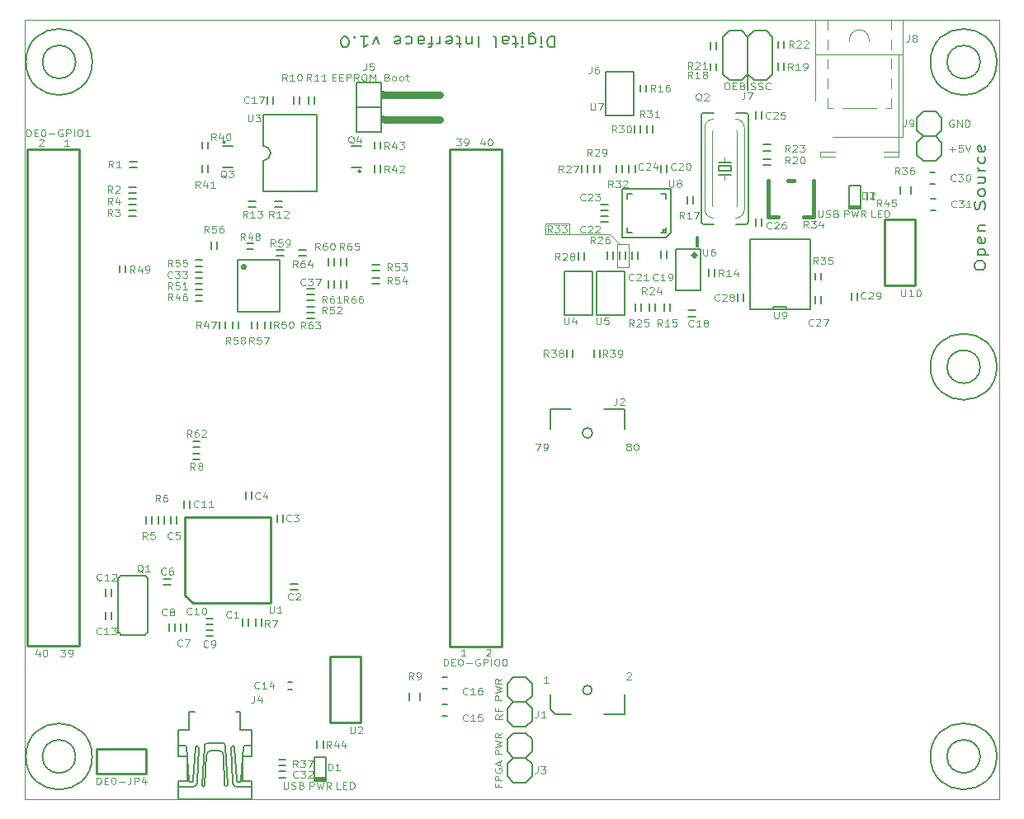
<source format=gto>
G04 (created by PCBNEW-RS274X (2012-08-04 BZR 3667)-testing) date 10/11/2012 4:33:33 PM*
%MOIN*%
G04 Gerber Fmt 3.4, Leading zero omitted, Abs format*
%FSLAX34Y34*%
G01*
G70*
G90*
G04 APERTURE LIST*
%ADD10C,0.006*%
%ADD11C,0.0049*%
%ADD12C,0.0039*%
%ADD13C,0.0077*%
%ADD14C,0.0078*%
%ADD15C,0.0157*%
%ADD16C,0.0079*%
%ADD17C,0.005*%
%ADD18C,0.002*%
%ADD19C,0.01*%
%ADD20C,0.0063*%
%ADD21C,0.0057*%
%ADD22C,0.0299*%
%ADD23C,0.0059*%
%ADD24C,0.0048*%
%ADD25C,0.0047*%
G04 APERTURE END LIST*
G54D10*
G54D11*
X59783Y-30276D02*
X59783Y-30728D01*
X58819Y-30276D02*
X59783Y-30276D01*
X58819Y-30295D02*
X58819Y-30276D01*
X58819Y-30728D02*
X58819Y-30295D01*
X61417Y-30728D02*
X58819Y-30728D01*
X61791Y-31102D02*
X61417Y-30728D01*
X61713Y-32047D02*
X61732Y-32047D01*
X61713Y-31122D02*
X61713Y-32047D01*
X62185Y-31122D02*
X61713Y-31122D01*
X62185Y-32047D02*
X62185Y-31122D01*
X61732Y-32047D02*
X62185Y-32047D01*
G54D12*
X37795Y-22047D02*
X37795Y-53542D01*
X77165Y-22047D02*
X37795Y-22047D01*
X77165Y-53542D02*
X77165Y-22047D01*
X37795Y-53542D02*
X77165Y-53542D01*
G54D11*
X57060Y-49552D02*
X56785Y-49552D01*
X56785Y-49433D01*
X56798Y-49403D01*
X56811Y-49388D01*
X56837Y-49373D01*
X56876Y-49373D01*
X56903Y-49388D01*
X56916Y-49403D01*
X56929Y-49433D01*
X56929Y-49552D01*
X56785Y-49268D02*
X57060Y-49193D01*
X56863Y-49134D01*
X57060Y-49074D01*
X56785Y-48999D01*
X57060Y-48700D02*
X56929Y-48804D01*
X57060Y-48879D02*
X56785Y-48879D01*
X56785Y-48760D01*
X56798Y-48730D01*
X56811Y-48715D01*
X56837Y-48700D01*
X56876Y-48700D01*
X56903Y-48715D01*
X56916Y-48730D01*
X56929Y-48760D01*
X56929Y-48879D01*
X57080Y-50135D02*
X56949Y-50239D01*
X57080Y-50314D02*
X56805Y-50314D01*
X56805Y-50195D01*
X56818Y-50165D01*
X56831Y-50150D01*
X56857Y-50135D01*
X56896Y-50135D01*
X56923Y-50150D01*
X56936Y-50165D01*
X56949Y-50195D01*
X56949Y-50314D01*
X56936Y-49896D02*
X56936Y-50000D01*
X57080Y-50000D02*
X56805Y-50000D01*
X56805Y-49851D01*
X57060Y-51737D02*
X56785Y-51737D01*
X56785Y-51618D01*
X56798Y-51588D01*
X56811Y-51573D01*
X56837Y-51558D01*
X56876Y-51558D01*
X56903Y-51573D01*
X56916Y-51588D01*
X56929Y-51618D01*
X56929Y-51737D01*
X56785Y-51453D02*
X57060Y-51378D01*
X56863Y-51319D01*
X57060Y-51259D01*
X56785Y-51184D01*
X57060Y-50885D02*
X56929Y-50989D01*
X57060Y-51064D02*
X56785Y-51064D01*
X56785Y-50945D01*
X56798Y-50915D01*
X56811Y-50900D01*
X56837Y-50885D01*
X56876Y-50885D01*
X56903Y-50900D01*
X56916Y-50915D01*
X56929Y-50945D01*
X56929Y-51064D01*
X56916Y-52963D02*
X56916Y-53067D01*
X57060Y-53067D02*
X56785Y-53067D01*
X56785Y-52918D01*
X57060Y-52798D02*
X56785Y-52798D01*
X56785Y-52679D01*
X56798Y-52649D01*
X56811Y-52634D01*
X56837Y-52619D01*
X56876Y-52619D01*
X56903Y-52634D01*
X56916Y-52649D01*
X56929Y-52679D01*
X56929Y-52798D01*
X56798Y-52320D02*
X56785Y-52350D01*
X56785Y-52395D01*
X56798Y-52439D01*
X56824Y-52469D01*
X56850Y-52484D01*
X56903Y-52499D01*
X56942Y-52499D01*
X56994Y-52484D01*
X57021Y-52469D01*
X57047Y-52439D01*
X57060Y-52395D01*
X57060Y-52365D01*
X57047Y-52320D01*
X57034Y-52305D01*
X56942Y-52305D01*
X56942Y-52365D01*
X56981Y-52185D02*
X56981Y-52036D01*
X57060Y-52215D02*
X56785Y-52110D01*
X57060Y-52006D01*
G54D13*
X59202Y-22737D02*
X59202Y-23174D01*
X59071Y-23174D01*
X58993Y-23153D01*
X58940Y-23111D01*
X58914Y-23070D01*
X58888Y-22986D01*
X58888Y-22924D01*
X58914Y-22841D01*
X58940Y-22799D01*
X58993Y-22757D01*
X59071Y-22737D01*
X59202Y-22737D01*
X58652Y-22737D02*
X58652Y-23028D01*
X58652Y-23174D02*
X58678Y-23153D01*
X58652Y-23132D01*
X58626Y-23153D01*
X58652Y-23174D01*
X58652Y-23132D01*
X58154Y-23028D02*
X58154Y-22674D01*
X58181Y-22633D01*
X58207Y-22612D01*
X58259Y-22591D01*
X58338Y-22591D01*
X58390Y-22612D01*
X58154Y-22757D02*
X58207Y-22737D01*
X58311Y-22737D01*
X58364Y-22757D01*
X58390Y-22778D01*
X58416Y-22820D01*
X58416Y-22945D01*
X58390Y-22986D01*
X58364Y-23007D01*
X58311Y-23028D01*
X58207Y-23028D01*
X58154Y-23007D01*
X57892Y-22737D02*
X57892Y-23028D01*
X57892Y-23174D02*
X57918Y-23153D01*
X57892Y-23132D01*
X57866Y-23153D01*
X57892Y-23174D01*
X57892Y-23132D01*
X57709Y-23028D02*
X57499Y-23028D01*
X57630Y-23174D02*
X57630Y-22799D01*
X57604Y-22757D01*
X57551Y-22737D01*
X57499Y-22737D01*
X57080Y-22737D02*
X57080Y-22966D01*
X57107Y-23007D01*
X57159Y-23028D01*
X57264Y-23028D01*
X57316Y-23007D01*
X57080Y-22757D02*
X57133Y-22737D01*
X57264Y-22737D01*
X57316Y-22757D01*
X57342Y-22799D01*
X57342Y-22841D01*
X57316Y-22882D01*
X57264Y-22903D01*
X57133Y-22903D01*
X57080Y-22924D01*
X56739Y-22737D02*
X56792Y-22757D01*
X56818Y-22799D01*
X56818Y-23174D01*
X56111Y-22737D02*
X56111Y-23174D01*
X55849Y-23028D02*
X55849Y-22737D01*
X55849Y-22986D02*
X55823Y-23007D01*
X55770Y-23028D01*
X55692Y-23028D01*
X55640Y-23007D01*
X55613Y-22966D01*
X55613Y-22737D01*
X55430Y-23028D02*
X55220Y-23028D01*
X55351Y-23174D02*
X55351Y-22799D01*
X55325Y-22757D01*
X55272Y-22737D01*
X55220Y-22737D01*
X54828Y-22757D02*
X54880Y-22737D01*
X54985Y-22737D01*
X55037Y-22757D01*
X55063Y-22799D01*
X55063Y-22966D01*
X55037Y-23007D01*
X54985Y-23028D01*
X54880Y-23028D01*
X54828Y-23007D01*
X54801Y-22966D01*
X54801Y-22924D01*
X55063Y-22882D01*
X54566Y-22737D02*
X54566Y-23028D01*
X54566Y-22945D02*
X54540Y-22986D01*
X54514Y-23007D01*
X54461Y-23028D01*
X54409Y-23028D01*
X54305Y-23028D02*
X54095Y-23028D01*
X54226Y-22737D02*
X54226Y-23111D01*
X54200Y-23153D01*
X54147Y-23174D01*
X54095Y-23174D01*
X53676Y-22737D02*
X53676Y-22966D01*
X53703Y-23007D01*
X53755Y-23028D01*
X53860Y-23028D01*
X53912Y-23007D01*
X53676Y-22757D02*
X53729Y-22737D01*
X53860Y-22737D01*
X53912Y-22757D01*
X53938Y-22799D01*
X53938Y-22841D01*
X53912Y-22882D01*
X53860Y-22903D01*
X53729Y-22903D01*
X53676Y-22924D01*
X53178Y-22757D02*
X53231Y-22737D01*
X53335Y-22737D01*
X53388Y-22757D01*
X53414Y-22778D01*
X53440Y-22820D01*
X53440Y-22945D01*
X53414Y-22986D01*
X53388Y-23007D01*
X53335Y-23028D01*
X53231Y-23028D01*
X53178Y-23007D01*
X52734Y-22757D02*
X52786Y-22737D01*
X52891Y-22737D01*
X52943Y-22757D01*
X52969Y-22799D01*
X52969Y-22966D01*
X52943Y-23007D01*
X52891Y-23028D01*
X52786Y-23028D01*
X52734Y-23007D01*
X52707Y-22966D01*
X52707Y-22924D01*
X52969Y-22882D01*
X52105Y-23028D02*
X51974Y-22737D01*
X51844Y-23028D01*
X51346Y-22737D02*
X51660Y-22737D01*
X51503Y-22737D02*
X51503Y-23174D01*
X51555Y-23111D01*
X51608Y-23070D01*
X51660Y-23049D01*
X51110Y-22778D02*
X51084Y-22757D01*
X51110Y-22737D01*
X51136Y-22757D01*
X51110Y-22778D01*
X51110Y-22737D01*
X50743Y-23174D02*
X50691Y-23174D01*
X50639Y-23153D01*
X50612Y-23132D01*
X50586Y-23090D01*
X50560Y-23007D01*
X50560Y-22903D01*
X50586Y-22820D01*
X50612Y-22778D01*
X50639Y-22757D01*
X50691Y-22737D01*
X50743Y-22737D01*
X50796Y-22757D01*
X50822Y-22778D01*
X50848Y-22820D01*
X50874Y-22903D01*
X50874Y-23007D01*
X50848Y-23090D01*
X50822Y-23132D01*
X50796Y-23153D01*
X50743Y-23174D01*
G54D14*
X76156Y-32042D02*
X76156Y-31938D01*
X76177Y-31885D01*
X76219Y-31833D01*
X76302Y-31807D01*
X76448Y-31807D01*
X76531Y-31833D01*
X76573Y-31885D01*
X76593Y-31938D01*
X76593Y-32042D01*
X76573Y-32095D01*
X76531Y-32147D01*
X76448Y-32173D01*
X76302Y-32173D01*
X76219Y-32147D01*
X76177Y-32095D01*
X76156Y-32042D01*
X76302Y-31571D02*
X76739Y-31571D01*
X76323Y-31571D02*
X76302Y-31519D01*
X76302Y-31414D01*
X76323Y-31362D01*
X76344Y-31335D01*
X76385Y-31309D01*
X76510Y-31309D01*
X76552Y-31335D01*
X76573Y-31362D01*
X76593Y-31414D01*
X76593Y-31519D01*
X76573Y-31571D01*
X76573Y-30864D02*
X76593Y-30916D01*
X76593Y-31021D01*
X76573Y-31073D01*
X76531Y-31099D01*
X76364Y-31099D01*
X76323Y-31073D01*
X76302Y-31021D01*
X76302Y-30916D01*
X76323Y-30864D01*
X76364Y-30837D01*
X76406Y-30837D01*
X76448Y-31099D01*
X76302Y-30602D02*
X76593Y-30602D01*
X76344Y-30602D02*
X76323Y-30576D01*
X76302Y-30523D01*
X76302Y-30445D01*
X76323Y-30393D01*
X76364Y-30366D01*
X76593Y-30366D01*
X76573Y-29711D02*
X76593Y-29633D01*
X76593Y-29502D01*
X76573Y-29449D01*
X76552Y-29423D01*
X76510Y-29397D01*
X76469Y-29397D01*
X76427Y-29423D01*
X76406Y-29449D01*
X76385Y-29502D01*
X76364Y-29606D01*
X76344Y-29659D01*
X76323Y-29685D01*
X76281Y-29711D01*
X76240Y-29711D01*
X76198Y-29685D01*
X76177Y-29659D01*
X76156Y-29606D01*
X76156Y-29476D01*
X76177Y-29397D01*
X76593Y-29082D02*
X76573Y-29135D01*
X76552Y-29161D01*
X76510Y-29187D01*
X76385Y-29187D01*
X76344Y-29161D01*
X76323Y-29135D01*
X76302Y-29082D01*
X76302Y-29004D01*
X76323Y-28952D01*
X76344Y-28925D01*
X76385Y-28899D01*
X76510Y-28899D01*
X76552Y-28925D01*
X76573Y-28952D01*
X76593Y-29004D01*
X76593Y-29082D01*
X76302Y-28427D02*
X76593Y-28427D01*
X76302Y-28663D02*
X76531Y-28663D01*
X76573Y-28637D01*
X76593Y-28584D01*
X76593Y-28506D01*
X76573Y-28454D01*
X76552Y-28427D01*
X76593Y-28165D02*
X76302Y-28165D01*
X76385Y-28165D02*
X76344Y-28139D01*
X76323Y-28113D01*
X76302Y-28060D01*
X76302Y-28008D01*
X76573Y-27589D02*
X76593Y-27642D01*
X76593Y-27746D01*
X76573Y-27799D01*
X76552Y-27825D01*
X76510Y-27851D01*
X76385Y-27851D01*
X76344Y-27825D01*
X76323Y-27799D01*
X76302Y-27746D01*
X76302Y-27642D01*
X76323Y-27589D01*
X76573Y-27145D02*
X76593Y-27197D01*
X76593Y-27302D01*
X76573Y-27354D01*
X76531Y-27380D01*
X76364Y-27380D01*
X76323Y-27354D01*
X76302Y-27302D01*
X76302Y-27197D01*
X76323Y-27145D01*
X76364Y-27118D01*
X76406Y-27118D01*
X76448Y-27380D01*
G54D11*
X75312Y-26119D02*
X75282Y-26106D01*
X75237Y-26106D01*
X75193Y-26119D01*
X75163Y-26145D01*
X75148Y-26171D01*
X75133Y-26224D01*
X75133Y-26263D01*
X75148Y-26315D01*
X75163Y-26342D01*
X75193Y-26368D01*
X75237Y-26381D01*
X75267Y-26381D01*
X75312Y-26368D01*
X75327Y-26355D01*
X75327Y-26263D01*
X75267Y-26263D01*
X75462Y-26381D02*
X75462Y-26106D01*
X75641Y-26381D01*
X75641Y-26106D01*
X75791Y-26381D02*
X75791Y-26106D01*
X75866Y-26106D01*
X75910Y-26119D01*
X75940Y-26145D01*
X75955Y-26171D01*
X75970Y-26224D01*
X75970Y-26263D01*
X75955Y-26315D01*
X75940Y-26342D01*
X75910Y-26368D01*
X75866Y-26381D01*
X75791Y-26381D01*
X75148Y-27289D02*
X75387Y-27289D01*
X75267Y-27394D02*
X75267Y-27184D01*
X75686Y-27119D02*
X75537Y-27119D01*
X75522Y-27250D01*
X75537Y-27237D01*
X75567Y-27224D01*
X75641Y-27224D01*
X75671Y-27237D01*
X75686Y-27250D01*
X75701Y-27276D01*
X75701Y-27341D01*
X75686Y-27368D01*
X75671Y-27381D01*
X75641Y-27394D01*
X75567Y-27394D01*
X75537Y-27381D01*
X75522Y-27368D01*
X75791Y-27119D02*
X75896Y-27394D01*
X76000Y-27119D01*
G54D14*
X74391Y-29763D02*
X74585Y-29763D01*
X74391Y-29291D02*
X74585Y-29291D01*
X74352Y-28699D02*
X74546Y-28699D01*
X74352Y-28229D02*
X74546Y-28229D01*
X54667Y-49093D02*
X54861Y-49093D01*
X54667Y-48623D02*
X54861Y-48623D01*
X54667Y-49726D02*
X54861Y-49726D01*
X54667Y-50196D02*
X54861Y-50196D01*
X48601Y-48839D02*
X48407Y-48839D01*
X48601Y-49114D02*
X48407Y-49114D01*
G54D15*
X64898Y-31574D02*
G75*
G03X64898Y-31574I-55J0D01*
G74*
G01*
G54D16*
X64095Y-32991D02*
X65079Y-32991D01*
X65079Y-32991D02*
X65079Y-31338D01*
X64095Y-31338D02*
X64095Y-32991D01*
X65079Y-31338D02*
X64095Y-31338D01*
G54D17*
X59657Y-32239D02*
X59582Y-32239D01*
X59582Y-32239D02*
X59582Y-32989D01*
X59582Y-32989D02*
X59582Y-33989D01*
X59582Y-33989D02*
X60732Y-33989D01*
X60732Y-33989D02*
X60732Y-32239D01*
X60732Y-32239D02*
X60207Y-32239D01*
X60207Y-32239D02*
X59657Y-32239D01*
X60955Y-32239D02*
X60880Y-32239D01*
X60880Y-32239D02*
X60880Y-32989D01*
X60880Y-32989D02*
X60880Y-33989D01*
X60880Y-33989D02*
X62030Y-33989D01*
X62030Y-33989D02*
X62030Y-32239D01*
X62030Y-32239D02*
X61505Y-32239D01*
X61505Y-32239D02*
X60955Y-32239D01*
X62319Y-25917D02*
X62394Y-25917D01*
X62394Y-25917D02*
X62394Y-25167D01*
X62394Y-25167D02*
X62394Y-24167D01*
X62394Y-24167D02*
X61244Y-24167D01*
X61244Y-24167D02*
X61244Y-25917D01*
X61244Y-25917D02*
X61769Y-25917D01*
X61769Y-25917D02*
X62319Y-25917D01*
G54D16*
X47424Y-27749D02*
X47424Y-28999D01*
X47424Y-27149D02*
X47424Y-25899D01*
X47724Y-27449D02*
G75*
G03X47424Y-27149I-300J0D01*
G74*
G01*
X47424Y-27749D02*
G75*
G03X47724Y-27449I0J300D01*
G74*
G01*
X47424Y-25899D02*
X47674Y-25899D01*
X47424Y-28999D02*
X47624Y-28999D01*
X47624Y-28999D02*
X49574Y-28999D01*
X49574Y-28999D02*
X49574Y-25899D01*
X49574Y-25899D02*
X47624Y-25899D01*
X53336Y-49252D02*
X53336Y-49566D01*
X53760Y-49252D02*
X53760Y-49566D01*
X73593Y-29094D02*
X73593Y-28780D01*
X73169Y-29094D02*
X73169Y-28780D01*
X64803Y-29182D02*
X64803Y-29478D01*
X64567Y-29182D02*
X64567Y-29478D01*
X68472Y-23785D02*
X68472Y-24081D01*
X68236Y-23785D02*
X68236Y-24081D01*
X67627Y-27677D02*
X67923Y-27677D01*
X67627Y-27913D02*
X67923Y-27913D01*
X67323Y-26053D02*
X67323Y-25757D01*
X67559Y-26053D02*
X67559Y-25757D01*
X67559Y-30088D02*
X67559Y-30384D01*
X67323Y-30088D02*
X67323Y-30384D01*
X65669Y-32135D02*
X65669Y-32431D01*
X65433Y-32135D02*
X65433Y-32431D01*
X64584Y-33807D02*
X64880Y-33807D01*
X64584Y-34043D02*
X64880Y-34043D01*
X63858Y-33513D02*
X63858Y-33809D01*
X63622Y-33513D02*
X63622Y-33809D01*
X65736Y-23808D02*
X65736Y-24104D01*
X65500Y-23808D02*
X65500Y-24104D01*
X69948Y-32277D02*
X69948Y-32573D01*
X69712Y-32277D02*
X69712Y-32573D01*
X66599Y-33424D02*
X66599Y-33128D01*
X66835Y-33424D02*
X66835Y-33128D01*
X69948Y-33222D02*
X69948Y-33518D01*
X69712Y-33222D02*
X69712Y-33518D01*
X62665Y-24974D02*
X62665Y-24678D01*
X62901Y-24974D02*
X62901Y-24678D01*
X62677Y-33513D02*
X62677Y-33809D01*
X62441Y-33513D02*
X62441Y-33809D01*
X61555Y-31426D02*
X61555Y-31722D01*
X61319Y-31426D02*
X61319Y-31722D01*
X60393Y-31466D02*
X60393Y-31762D01*
X60157Y-31466D02*
X60157Y-31762D01*
X65736Y-22950D02*
X65736Y-23246D01*
X65500Y-22950D02*
X65500Y-23246D01*
X68472Y-22911D02*
X68472Y-23207D01*
X68236Y-22911D02*
X68236Y-23207D01*
X67923Y-27342D02*
X67627Y-27342D01*
X67923Y-27106D02*
X67627Y-27106D01*
X63740Y-31407D02*
X63740Y-31703D01*
X63504Y-31407D02*
X63504Y-31703D01*
X63504Y-28218D02*
X63504Y-27922D01*
X63740Y-28218D02*
X63740Y-27922D01*
X61349Y-30236D02*
X61053Y-30236D01*
X61349Y-30000D02*
X61053Y-30000D01*
X62559Y-31426D02*
X62559Y-31722D01*
X62323Y-31426D02*
X62323Y-31722D01*
X61349Y-29763D02*
X61053Y-29763D01*
X61349Y-29527D02*
X61053Y-29527D01*
X62205Y-28218D02*
X62205Y-27922D01*
X62441Y-28218D02*
X62441Y-27922D01*
X61831Y-31722D02*
X61831Y-31426D01*
X62067Y-31722D02*
X62067Y-31426D01*
X61929Y-27922D02*
X61929Y-28218D01*
X61693Y-27922D02*
X61693Y-28218D01*
X63267Y-33513D02*
X63267Y-33809D01*
X63031Y-33513D02*
X63031Y-33809D01*
X71417Y-33080D02*
X71417Y-33376D01*
X71181Y-33080D02*
X71181Y-33376D01*
X44331Y-46466D02*
X44331Y-46762D01*
X44095Y-46466D02*
X44095Y-46762D01*
X41299Y-45994D02*
X41299Y-46290D01*
X41063Y-45994D02*
X41063Y-46290D01*
X41063Y-45345D02*
X41063Y-45049D01*
X41299Y-45345D02*
X41299Y-45049D01*
X47126Y-46565D02*
X47126Y-46269D01*
X47362Y-46565D02*
X47362Y-46269D01*
X43425Y-42135D02*
X43425Y-42431D01*
X43189Y-42135D02*
X43189Y-42431D01*
X44232Y-41782D02*
X44232Y-41486D01*
X44468Y-41782D02*
X44468Y-41486D01*
X42913Y-42135D02*
X42913Y-42431D01*
X42677Y-42135D02*
X42677Y-42431D01*
X43691Y-44882D02*
X43395Y-44882D01*
X43691Y-44646D02*
X43395Y-44646D01*
X43701Y-42431D02*
X43701Y-42135D01*
X43937Y-42431D02*
X43937Y-42135D01*
X47992Y-42353D02*
X47992Y-42057D01*
X48228Y-42353D02*
X48228Y-42057D01*
X46732Y-41428D02*
X46732Y-41132D01*
X46968Y-41428D02*
X46968Y-41132D01*
X48513Y-44843D02*
X48809Y-44843D01*
X48513Y-45079D02*
X48809Y-45079D01*
X46811Y-46269D02*
X46811Y-46565D01*
X46575Y-46269D02*
X46575Y-46565D01*
X45404Y-46496D02*
X45108Y-46496D01*
X45404Y-46260D02*
X45108Y-46260D01*
X45404Y-46968D02*
X45108Y-46968D01*
X45404Y-46732D02*
X45108Y-46732D01*
X43858Y-46466D02*
X43858Y-46762D01*
X43622Y-46466D02*
X43622Y-46762D01*
X60276Y-28219D02*
X60276Y-27923D01*
X60512Y-28219D02*
X60512Y-27923D01*
X47834Y-25166D02*
X47834Y-25462D01*
X47598Y-25166D02*
X47598Y-25462D01*
X48661Y-25462D02*
X48661Y-25166D01*
X48897Y-25462D02*
X48897Y-25166D01*
X49252Y-25462D02*
X49252Y-25166D01*
X49488Y-25462D02*
X49488Y-25166D01*
X46840Y-29390D02*
X47136Y-29390D01*
X46840Y-29626D02*
X47136Y-29626D01*
X47903Y-29390D02*
X48199Y-29390D01*
X47903Y-29626D02*
X48199Y-29626D01*
X41978Y-28819D02*
X42274Y-28819D01*
X41978Y-29055D02*
X42274Y-29055D01*
X42017Y-27795D02*
X42313Y-27795D01*
X42017Y-28031D02*
X42313Y-28031D01*
X42274Y-29527D02*
X41978Y-29527D01*
X42274Y-29291D02*
X41978Y-29291D01*
X42274Y-29999D02*
X41978Y-29999D01*
X42274Y-29763D02*
X41978Y-29763D01*
X60788Y-28219D02*
X60788Y-27923D01*
X61024Y-28219D02*
X61024Y-27923D01*
X62921Y-26628D02*
X62921Y-26332D01*
X63157Y-26628D02*
X63157Y-26332D01*
X62409Y-26628D02*
X62409Y-26332D01*
X62645Y-26628D02*
X62645Y-26332D01*
X44872Y-39823D02*
X44576Y-39823D01*
X44872Y-39587D02*
X44576Y-39587D01*
X48337Y-52677D02*
X48041Y-52677D01*
X48337Y-52441D02*
X48041Y-52441D01*
X48337Y-52205D02*
X48041Y-52205D01*
X48337Y-51969D02*
X48041Y-51969D01*
X45197Y-27923D02*
X45197Y-28219D01*
X44961Y-27923D02*
X44961Y-28219D01*
X44961Y-27274D02*
X44961Y-26978D01*
X45197Y-27274D02*
X45197Y-26978D01*
X61024Y-35403D02*
X61024Y-35699D01*
X60788Y-35403D02*
X60788Y-35699D01*
X59921Y-35403D02*
X59921Y-35699D01*
X59685Y-35403D02*
X59685Y-35699D01*
X52165Y-27923D02*
X52165Y-28219D01*
X51929Y-27923D02*
X51929Y-28219D01*
X51929Y-27274D02*
X51929Y-26978D01*
X52165Y-27274D02*
X52165Y-26978D01*
G54D17*
X45865Y-27007D02*
G75*
G03X45865Y-27007I-19J0D01*
G74*
G01*
X45905Y-27008D02*
G75*
G03X45905Y-27008I-59J0D01*
G74*
G01*
X46181Y-28031D02*
X45787Y-28031D01*
X46181Y-27165D02*
X45787Y-27165D01*
X51337Y-28188D02*
G75*
G03X51337Y-28188I-19J0D01*
G74*
G01*
X51377Y-28187D02*
G75*
G03X51377Y-28187I-59J0D01*
G74*
G01*
X50983Y-27164D02*
X51377Y-27164D01*
X50983Y-28030D02*
X51377Y-28030D01*
G54D16*
X49606Y-51487D02*
X49606Y-51191D01*
X49842Y-51487D02*
X49842Y-51191D01*
X72067Y-29025D02*
X72067Y-29321D01*
X71831Y-29025D02*
X71831Y-29321D01*
X49183Y-33406D02*
X49479Y-33406D01*
X49183Y-33642D02*
X49479Y-33642D01*
X44872Y-39311D02*
X44576Y-39311D01*
X44872Y-39075D02*
X44576Y-39075D01*
X49183Y-32933D02*
X49479Y-32933D01*
X49183Y-33169D02*
X49479Y-33169D01*
X49183Y-33878D02*
X49479Y-33878D01*
X49183Y-34114D02*
X49479Y-34114D01*
X48868Y-31358D02*
X49164Y-31358D01*
X48868Y-31594D02*
X49164Y-31594D01*
X50551Y-31979D02*
X50551Y-31683D01*
X50787Y-31979D02*
X50787Y-31683D01*
X50787Y-32588D02*
X50787Y-32884D01*
X50551Y-32588D02*
X50551Y-32884D01*
X48258Y-31594D02*
X47962Y-31594D01*
X48258Y-31358D02*
X47962Y-31358D01*
X50059Y-31979D02*
X50059Y-31683D01*
X50295Y-31979D02*
X50295Y-31683D01*
X50295Y-32588D02*
X50295Y-32884D01*
X50059Y-32588D02*
X50059Y-32884D01*
X44971Y-32480D02*
X44675Y-32480D01*
X44971Y-32244D02*
X44675Y-32244D01*
X46742Y-31102D02*
X47038Y-31102D01*
X46742Y-31338D02*
X47038Y-31338D01*
X45315Y-31309D02*
X45315Y-31013D01*
X45551Y-31309D02*
X45551Y-31013D01*
X44971Y-32953D02*
X44675Y-32953D01*
X44971Y-32717D02*
X44675Y-32717D01*
X44971Y-33425D02*
X44675Y-33425D01*
X44971Y-33189D02*
X44675Y-33189D01*
X47716Y-34242D02*
X47716Y-34538D01*
X47480Y-34242D02*
X47480Y-34538D01*
X45905Y-34242D02*
X45905Y-34538D01*
X45669Y-34242D02*
X45669Y-34538D01*
X46417Y-34242D02*
X46417Y-34538D01*
X46181Y-34242D02*
X46181Y-34538D01*
X47205Y-34242D02*
X47205Y-34538D01*
X46969Y-34242D02*
X46969Y-34538D01*
X44971Y-32008D02*
X44675Y-32008D01*
X44971Y-31772D02*
X44675Y-31772D01*
X41634Y-32274D02*
X41634Y-31978D01*
X41870Y-32274D02*
X41870Y-31978D01*
X51821Y-31949D02*
X52117Y-31949D01*
X51821Y-32185D02*
X52117Y-32185D01*
X51821Y-32500D02*
X52117Y-32500D01*
X51821Y-32736D02*
X52117Y-32736D01*
G54D18*
X66563Y-26570D02*
X66563Y-26670D01*
X65563Y-26570D02*
X65563Y-26670D01*
X65563Y-29420D02*
X65563Y-29570D01*
X66563Y-29570D02*
X66563Y-29420D01*
X65563Y-29570D02*
G75*
G03X65613Y-29620I50J0D01*
G74*
G01*
X66513Y-29620D02*
G75*
G03X66563Y-29570I0J50D01*
G74*
G01*
X65613Y-26520D02*
G75*
G03X65563Y-26570I0J-50D01*
G74*
G01*
X66563Y-26570D02*
G75*
G03X66513Y-26520I-50J0D01*
G74*
G01*
X66863Y-26670D02*
X66863Y-26420D01*
X65263Y-26420D02*
X65263Y-26670D01*
X65263Y-29420D02*
X65263Y-29720D01*
X65263Y-29720D02*
G75*
G03X65613Y-30070I350J0D01*
G74*
G01*
X65613Y-26070D02*
G75*
G03X65263Y-26420I0J-350D01*
G74*
G01*
X66513Y-30070D02*
G75*
G03X66863Y-29720I0J350D01*
G74*
G01*
X66863Y-29420D02*
X66863Y-29720D01*
X66513Y-30070D02*
G75*
G03X66863Y-29720I0J350D01*
G74*
G01*
X66863Y-26420D02*
G75*
G03X66513Y-26070I-350J0D01*
G74*
G01*
G54D10*
X65113Y-30220D02*
G75*
G03X65213Y-30320I100J0D01*
G74*
G01*
X66913Y-30320D02*
G75*
G03X67013Y-30220I0J100D01*
G74*
G01*
X65213Y-25820D02*
G75*
G03X65113Y-25920I0J-100D01*
G74*
G01*
X67013Y-25920D02*
G75*
G03X66913Y-25820I-100J0D01*
G74*
G01*
X67013Y-30220D02*
X67013Y-25920D01*
X65113Y-30220D02*
X65113Y-25920D01*
X66513Y-30320D02*
X66913Y-30320D01*
X65613Y-30320D02*
X65213Y-30320D01*
X66513Y-25820D02*
X66913Y-25820D01*
X65613Y-25820D02*
X65213Y-25820D01*
G54D18*
X66863Y-29420D02*
X66863Y-26670D01*
X65263Y-26770D02*
X65263Y-29420D01*
X65263Y-26670D02*
X65263Y-26770D01*
X66563Y-29420D02*
X66563Y-26670D01*
X65563Y-26670D02*
X65563Y-29420D01*
X66063Y-27820D02*
X66063Y-27620D01*
X66063Y-28320D02*
X66063Y-28520D01*
G54D10*
X66313Y-27820D02*
X65813Y-27820D01*
X66313Y-28320D02*
X65813Y-28320D01*
X66313Y-27970D02*
X66313Y-28170D01*
X66313Y-28170D02*
X65813Y-28170D01*
X65813Y-28170D02*
X65813Y-27970D01*
X65813Y-27970D02*
X66313Y-27970D01*
G54D17*
X41565Y-44609D02*
G75*
G03X41665Y-44509I0J100D01*
G74*
G01*
X42665Y-44509D02*
G75*
G03X42765Y-44609I100J0D01*
G74*
G01*
X42765Y-46809D02*
G75*
G03X42665Y-46909I0J-100D01*
G74*
G01*
X41665Y-46909D02*
G75*
G03X41565Y-46809I-100J0D01*
G74*
G01*
X41565Y-44609D02*
X41565Y-44659D01*
X41665Y-44509D02*
X41715Y-44509D01*
X42665Y-44509D02*
X42615Y-44509D01*
X42765Y-44609D02*
X42765Y-44659D01*
X42765Y-46809D02*
X42765Y-46759D01*
X42665Y-46909D02*
X42615Y-46909D01*
X41665Y-46909D02*
X41715Y-46909D01*
X41565Y-46809D02*
X41565Y-46759D01*
X41715Y-46909D02*
X42615Y-46909D01*
X42765Y-44659D02*
X42765Y-46759D01*
X41715Y-44509D02*
X42615Y-44509D01*
X41565Y-46759D02*
X41565Y-44659D01*
X59220Y-50114D02*
X59023Y-49917D01*
X59220Y-50114D02*
X59259Y-50114D01*
X59495Y-50114D02*
X59259Y-50114D01*
X59023Y-49641D02*
X59023Y-49917D01*
X59495Y-50114D02*
X59850Y-50114D01*
X59023Y-49326D02*
X59023Y-49641D01*
X61188Y-50114D02*
X62015Y-50114D01*
X62015Y-50114D02*
X62015Y-49326D01*
X59850Y-37791D02*
X59023Y-37791D01*
X59023Y-37791D02*
X59023Y-38578D01*
X61188Y-37791D02*
X62015Y-37791D01*
X62015Y-37791D02*
X62015Y-38578D01*
X71536Y-29664D02*
X71102Y-29664D01*
X71536Y-29625D02*
X71102Y-29625D01*
X71555Y-29703D02*
X71555Y-29566D01*
X71083Y-29703D02*
X71083Y-29585D01*
X71555Y-29703D02*
X71083Y-29703D01*
X71555Y-28759D02*
X71555Y-29585D01*
X71555Y-29585D02*
X71083Y-29585D01*
X71083Y-29585D02*
X71083Y-28759D01*
X71083Y-28759D02*
X71555Y-28759D01*
X49941Y-52774D02*
X49507Y-52774D01*
X49941Y-52735D02*
X49507Y-52735D01*
X49960Y-52813D02*
X49960Y-52676D01*
X49488Y-52813D02*
X49488Y-52695D01*
X49960Y-52813D02*
X49488Y-52813D01*
X49960Y-51869D02*
X49960Y-52695D01*
X49960Y-52695D02*
X49488Y-52695D01*
X49488Y-52695D02*
X49488Y-51869D01*
X49488Y-51869D02*
X49960Y-51869D01*
X43976Y-53504D02*
X43976Y-53544D01*
X43976Y-53544D02*
X46968Y-53544D01*
X46968Y-53544D02*
X46968Y-53504D01*
X46968Y-53465D02*
X46968Y-53504D01*
X46968Y-51811D02*
X46574Y-51811D01*
X46574Y-51811D02*
X46574Y-52835D01*
X46574Y-52835D02*
X46968Y-52835D01*
X46968Y-52835D02*
X46968Y-53465D01*
X46338Y-50040D02*
X46496Y-50040D01*
X46496Y-50040D02*
X46496Y-50748D01*
X46496Y-50748D02*
X46968Y-50748D01*
X46968Y-50748D02*
X46968Y-51811D01*
X44409Y-50748D02*
X44409Y-50040D01*
X44409Y-50040D02*
X44645Y-50040D01*
X43976Y-53504D02*
X43976Y-52835D01*
X43976Y-52835D02*
X44370Y-52835D01*
X44370Y-52835D02*
X44370Y-51811D01*
X44370Y-51811D02*
X43976Y-51811D01*
X43976Y-51811D02*
X43976Y-50748D01*
X43976Y-50748D02*
X44409Y-50748D01*
X43996Y-53055D02*
X44603Y-53055D01*
X44741Y-52917D02*
X44741Y-52900D01*
X44741Y-52900D02*
X44808Y-51454D01*
X44692Y-51449D02*
X44603Y-52784D01*
X44410Y-52779D02*
X44322Y-51438D01*
X44272Y-51393D02*
X43996Y-51393D01*
X45045Y-51410D02*
X44962Y-52994D01*
X45067Y-53000D02*
X45133Y-51774D01*
X45304Y-51603D02*
X45651Y-51603D01*
X45817Y-51769D02*
X45817Y-51796D01*
X45817Y-51796D02*
X45872Y-52994D01*
X45982Y-52994D02*
X45899Y-51421D01*
X45756Y-51278D02*
X45177Y-51278D01*
X46948Y-53055D02*
X46341Y-53055D01*
X46203Y-52917D02*
X46203Y-52900D01*
X46203Y-52900D02*
X46137Y-51454D01*
X46253Y-51449D02*
X46341Y-52784D01*
X46534Y-52779D02*
X46622Y-51438D01*
X46672Y-51393D02*
X46948Y-51393D01*
X44603Y-53055D02*
G75*
G03X44741Y-52917I0J138D01*
G74*
G01*
X44808Y-51453D02*
G75*
G03X44692Y-51449I-58J2D01*
G74*
G01*
X44411Y-52779D02*
G75*
G03X44603Y-52784I96J1D01*
G74*
G01*
X44323Y-51437D02*
G75*
G03X44272Y-51393I-48J-4D01*
G74*
G01*
X45177Y-51278D02*
G75*
G03X45045Y-51410I0J-132D01*
G74*
G01*
X44963Y-52994D02*
G75*
G03X45067Y-53000I52J-3D01*
G74*
G01*
X45304Y-51603D02*
G75*
G03X45133Y-51774I0J-171D01*
G74*
G01*
X45817Y-51769D02*
G75*
G03X45651Y-51603I-166J0D01*
G74*
G01*
X45872Y-52993D02*
G75*
G03X45982Y-52994I55J2D01*
G74*
G01*
X45899Y-51421D02*
G75*
G03X45756Y-51278I-143J0D01*
G74*
G01*
X46203Y-52917D02*
G75*
G03X46341Y-53055I138J0D01*
G74*
G01*
X46253Y-51448D02*
G75*
G03X46137Y-51454I-58J-3D01*
G74*
G01*
X46340Y-52784D02*
G75*
G03X46534Y-52779I97J6D01*
G74*
G01*
X46672Y-51393D02*
G75*
G03X46622Y-51438I-2J-48D01*
G74*
G01*
G54D15*
X69646Y-28542D02*
X69646Y-30038D01*
X69646Y-30038D02*
X69252Y-30038D01*
X68858Y-28542D02*
X68622Y-28542D01*
X68228Y-30038D02*
X67874Y-30038D01*
X67874Y-30038D02*
X67834Y-30038D01*
X67834Y-30038D02*
X67834Y-28542D01*
G54D17*
X68295Y-33644D02*
X68571Y-33644D01*
X68571Y-33644D02*
X68571Y-33762D01*
X68295Y-33644D02*
X68019Y-33644D01*
X68019Y-33644D02*
X68019Y-33762D01*
X69515Y-31321D02*
X69515Y-30928D01*
X69515Y-30928D02*
X67075Y-30928D01*
X67075Y-30928D02*
X67075Y-33762D01*
X67075Y-33762D02*
X69515Y-33762D01*
X69515Y-33762D02*
X69515Y-31321D01*
G54D19*
X51347Y-47775D02*
X50127Y-47775D01*
X51347Y-50295D02*
X51347Y-50453D01*
X51347Y-50453D02*
X50127Y-50453D01*
X50127Y-50453D02*
X50127Y-47775D01*
X51347Y-50295D02*
X51347Y-47775D01*
X73748Y-30116D02*
X72528Y-30116D01*
X73748Y-32636D02*
X73748Y-32794D01*
X73748Y-32794D02*
X72528Y-32794D01*
X72528Y-32794D02*
X72528Y-30116D01*
X73748Y-32636D02*
X73748Y-30116D01*
G54D17*
X46388Y-31742D02*
X48081Y-31742D01*
X46388Y-33848D02*
X48081Y-33848D01*
X46388Y-31742D02*
X46388Y-33848D01*
X48081Y-33848D02*
X48081Y-31742D01*
X46659Y-32041D02*
G75*
G03X46659Y-32041I-24J0D01*
G74*
G01*
X46707Y-32041D02*
G75*
G03X46707Y-32041I-72J0D01*
G74*
G01*
G54D10*
X46723Y-32046D02*
G75*
G03X46723Y-32046I-89J0D01*
G74*
G01*
X46723Y-32046D02*
G75*
G03X46723Y-32046I-89J0D01*
G74*
G01*
G54D20*
X52312Y-26207D02*
X52191Y-26207D01*
G54D21*
X52332Y-25968D02*
X52191Y-25968D01*
X52332Y-25210D02*
X52191Y-25210D01*
G54D20*
X52312Y-24971D02*
X52191Y-24971D01*
G54D22*
X52310Y-25089D02*
X54562Y-25089D01*
X52311Y-26089D02*
X54562Y-26089D01*
G54D10*
X52182Y-25589D02*
X51182Y-25589D01*
X51182Y-24589D02*
X51182Y-26589D01*
X51182Y-26589D02*
X52182Y-26589D01*
X52182Y-26589D02*
X52182Y-24589D01*
X52182Y-24589D02*
X51182Y-24589D01*
X57546Y-49640D02*
X58018Y-49640D01*
X57282Y-50390D02*
X57282Y-49890D01*
X57282Y-49890D02*
X57532Y-49640D01*
X57532Y-49640D02*
X57282Y-49390D01*
X57282Y-49390D02*
X57282Y-48890D01*
X57282Y-48890D02*
X57532Y-48640D01*
X57532Y-48640D02*
X58032Y-48640D01*
X58032Y-48640D02*
X58282Y-48890D01*
X58282Y-48890D02*
X58282Y-49390D01*
X58282Y-49390D02*
X58032Y-49640D01*
X58032Y-49640D02*
X58282Y-49890D01*
X58282Y-49890D02*
X58282Y-50390D01*
X58282Y-50390D02*
X58032Y-50640D01*
X58032Y-50640D02*
X57532Y-50640D01*
X57532Y-50640D02*
X57282Y-50390D01*
X57546Y-51885D02*
X58018Y-51885D01*
X57282Y-52635D02*
X57282Y-52135D01*
X57282Y-52135D02*
X57532Y-51885D01*
X57532Y-51885D02*
X57282Y-51635D01*
X57282Y-51635D02*
X57282Y-51135D01*
X57282Y-51135D02*
X57532Y-50885D01*
X57532Y-50885D02*
X58032Y-50885D01*
X58032Y-50885D02*
X58282Y-51135D01*
X58282Y-51135D02*
X58282Y-51635D01*
X58282Y-51635D02*
X58032Y-51885D01*
X58032Y-51885D02*
X58282Y-52135D01*
X58282Y-52135D02*
X58282Y-52635D01*
X58282Y-52635D02*
X58032Y-52885D01*
X58032Y-52885D02*
X57532Y-52885D01*
X57532Y-52885D02*
X57282Y-52635D01*
X74566Y-26774D02*
X74094Y-26774D01*
X74830Y-26024D02*
X74830Y-26524D01*
X74830Y-26524D02*
X74580Y-26774D01*
X74580Y-26774D02*
X74830Y-27024D01*
X74830Y-27024D02*
X74830Y-27524D01*
X74830Y-27524D02*
X74580Y-27774D01*
X74580Y-27774D02*
X74080Y-27774D01*
X74080Y-27774D02*
X73830Y-27524D01*
X73830Y-27524D02*
X73830Y-27024D01*
X73830Y-27024D02*
X74080Y-26774D01*
X74080Y-26774D02*
X73830Y-26524D01*
X73830Y-26524D02*
X73830Y-26024D01*
X73830Y-26024D02*
X74080Y-25774D01*
X74080Y-25774D02*
X74580Y-25774D01*
X74580Y-25774D02*
X74830Y-26024D01*
X66995Y-24881D02*
X66995Y-24291D01*
X66995Y-24252D02*
X66995Y-22752D01*
X67995Y-23502D02*
X67995Y-22752D01*
X67995Y-22752D02*
X67745Y-22502D01*
X67745Y-22502D02*
X67245Y-22502D01*
X67995Y-23502D02*
X67995Y-24252D01*
X67995Y-24252D02*
X67745Y-24502D01*
X67745Y-24502D02*
X67245Y-24502D01*
X67245Y-24502D02*
X66995Y-24252D01*
X66995Y-24252D02*
X66745Y-24502D01*
X66745Y-24502D02*
X66245Y-24502D01*
X66245Y-24502D02*
X65995Y-24252D01*
X65995Y-24252D02*
X65995Y-22752D01*
X65995Y-22752D02*
X66245Y-22502D01*
X66245Y-22502D02*
X66745Y-22502D01*
X66745Y-22502D02*
X66995Y-22752D01*
X66995Y-22752D02*
X67245Y-22502D01*
G54D12*
X71106Y-22913D02*
X71106Y-22834D01*
X71894Y-22913D02*
X71894Y-22834D01*
X71894Y-22854D02*
G75*
G03X71500Y-22460I-394J0D01*
G74*
G01*
X71500Y-22460D02*
G75*
G03X71106Y-22854I0J-394D01*
G74*
G01*
X72189Y-25610D02*
X70811Y-25610D01*
X70220Y-25610D02*
X70417Y-25610D01*
X72780Y-25610D02*
X72583Y-25610D01*
X70220Y-24429D02*
X70220Y-24823D01*
X70220Y-23642D02*
X70220Y-24035D01*
X70220Y-22854D02*
X70220Y-23248D01*
X70220Y-22067D02*
X70220Y-22460D01*
X72780Y-22067D02*
X72780Y-22460D01*
X72780Y-23248D02*
X72780Y-22854D01*
X72780Y-24034D02*
X72780Y-23641D01*
X72780Y-24822D02*
X72780Y-24428D01*
X70220Y-25610D02*
X70220Y-25216D01*
X72780Y-25610D02*
X72780Y-25216D01*
X73272Y-23445D02*
X69728Y-23445D01*
X69728Y-25315D02*
X69728Y-25118D01*
X69728Y-22067D02*
X69728Y-25118D01*
X73272Y-22067D02*
X69728Y-22067D01*
X73272Y-23445D02*
X73272Y-22067D01*
X73272Y-26791D02*
X73272Y-23445D01*
X73075Y-27382D02*
X73075Y-23445D01*
X70417Y-26791D02*
X73272Y-26791D01*
X72484Y-27579D02*
X73075Y-27579D01*
X73075Y-27579D02*
X73075Y-27382D01*
X73075Y-27382D02*
X72484Y-27382D01*
X70516Y-27382D02*
X69925Y-27382D01*
X69925Y-27382D02*
X69925Y-27579D01*
X69925Y-27579D02*
X70516Y-27579D01*
G54D17*
X77056Y-23764D02*
G75*
G03X77056Y-23764I-1339J0D01*
G74*
G01*
X76386Y-23764D02*
G75*
G03X76386Y-23764I-669J0D01*
G74*
G01*
X77056Y-36079D02*
G75*
G03X77056Y-36079I-1339J0D01*
G74*
G01*
X76386Y-36079D02*
G75*
G03X76386Y-36079I-669J0D01*
G74*
G01*
G54D19*
X57047Y-27283D02*
X57047Y-47382D01*
X57047Y-47382D02*
X57008Y-47382D01*
X54941Y-27283D02*
X54941Y-47382D01*
X57047Y-27283D02*
X54941Y-27283D01*
X57027Y-47382D02*
X54941Y-47382D01*
X40000Y-27283D02*
X37893Y-27283D01*
X37893Y-47362D02*
X37893Y-27283D01*
X39999Y-27283D02*
X39999Y-47363D01*
X37892Y-47363D02*
X39980Y-47363D01*
X40695Y-52030D02*
X40695Y-52530D01*
X40695Y-52530D02*
X42695Y-52530D01*
X42695Y-52530D02*
X42695Y-51530D01*
X42695Y-51530D02*
X40695Y-51530D01*
X40695Y-51530D02*
X40695Y-52030D01*
X44823Y-45629D02*
X47736Y-45629D01*
X47736Y-45629D02*
X47736Y-45236D01*
X44272Y-45314D02*
X44587Y-45629D01*
X44823Y-45629D02*
X44587Y-45629D01*
X47736Y-45236D02*
X47736Y-42165D01*
X47736Y-42165D02*
X44272Y-42165D01*
X44272Y-42165D02*
X44272Y-45314D01*
G54D17*
X77056Y-51827D02*
G75*
G03X77056Y-51827I-1339J0D01*
G74*
G01*
X76386Y-51827D02*
G75*
G03X76386Y-51827I-669J0D01*
G74*
G01*
X40512Y-51831D02*
G75*
G03X40512Y-51831I-1339J0D01*
G74*
G01*
X39842Y-51831D02*
G75*
G03X39842Y-51831I-669J0D01*
G74*
G01*
X40516Y-23760D02*
G75*
G03X40516Y-23760I-1339J0D01*
G74*
G01*
X39846Y-23760D02*
G75*
G03X39846Y-23760I-669J0D01*
G74*
G01*
G54D10*
X63633Y-30565D02*
G75*
G03X63633Y-30565I-39J0D01*
G74*
G01*
X63695Y-30667D02*
X63495Y-30667D01*
X63695Y-30667D02*
X63695Y-30463D01*
X62125Y-30667D02*
X62125Y-30463D01*
X62125Y-30667D02*
X62329Y-30667D01*
X62129Y-29093D02*
X62329Y-29093D01*
X62129Y-29093D02*
X62129Y-29297D01*
X63695Y-29297D02*
X63695Y-29097D01*
X63695Y-29097D02*
X63499Y-29097D01*
G54D23*
X63696Y-30860D02*
X61932Y-30860D01*
X63892Y-30664D02*
X63892Y-28900D01*
X63892Y-30664D02*
X63696Y-30860D01*
X61932Y-28900D02*
X63892Y-28900D01*
X61932Y-30860D02*
X61932Y-28900D01*
G54D10*
X64923Y-30818D02*
X64923Y-31230D01*
X64999Y-31230D01*
X64999Y-30818D01*
X64923Y-30818D01*
X60705Y-49149D02*
G75*
G03X60705Y-49149I-186J0D01*
G74*
G01*
X60725Y-38755D02*
G75*
G03X60725Y-38755I-206J0D01*
G74*
G01*
G54D11*
X75408Y-29613D02*
X75393Y-29626D01*
X75348Y-29639D01*
X75318Y-29639D01*
X75274Y-29626D01*
X75244Y-29600D01*
X75229Y-29573D01*
X75214Y-29521D01*
X75214Y-29482D01*
X75229Y-29429D01*
X75244Y-29403D01*
X75274Y-29377D01*
X75318Y-29364D01*
X75348Y-29364D01*
X75393Y-29377D01*
X75408Y-29390D01*
X75513Y-29364D02*
X75707Y-29364D01*
X75603Y-29469D01*
X75647Y-29469D01*
X75677Y-29482D01*
X75692Y-29495D01*
X75707Y-29521D01*
X75707Y-29586D01*
X75692Y-29613D01*
X75677Y-29626D01*
X75647Y-29639D01*
X75558Y-29639D01*
X75528Y-29626D01*
X75513Y-29613D01*
X76006Y-29639D02*
X75827Y-29639D01*
X75917Y-29639D02*
X75917Y-29364D01*
X75887Y-29403D01*
X75857Y-29429D01*
X75827Y-29442D01*
X75389Y-28550D02*
X75374Y-28563D01*
X75329Y-28576D01*
X75299Y-28576D01*
X75255Y-28563D01*
X75225Y-28537D01*
X75210Y-28510D01*
X75195Y-28458D01*
X75195Y-28419D01*
X75210Y-28366D01*
X75225Y-28340D01*
X75255Y-28314D01*
X75299Y-28301D01*
X75329Y-28301D01*
X75374Y-28314D01*
X75389Y-28327D01*
X75494Y-28301D02*
X75688Y-28301D01*
X75584Y-28406D01*
X75628Y-28406D01*
X75658Y-28419D01*
X75673Y-28432D01*
X75688Y-28458D01*
X75688Y-28523D01*
X75673Y-28550D01*
X75658Y-28563D01*
X75628Y-28576D01*
X75539Y-28576D01*
X75509Y-28563D01*
X75494Y-28550D01*
X75883Y-28301D02*
X75912Y-28301D01*
X75942Y-28314D01*
X75957Y-28327D01*
X75972Y-28353D01*
X75987Y-28406D01*
X75987Y-28471D01*
X75972Y-28523D01*
X75957Y-28550D01*
X75942Y-28563D01*
X75912Y-28576D01*
X75883Y-28576D01*
X75853Y-28563D01*
X75838Y-28550D01*
X75823Y-28523D01*
X75808Y-28471D01*
X75808Y-28406D01*
X75823Y-28353D01*
X75838Y-28327D01*
X75853Y-28314D01*
X75883Y-28301D01*
X55684Y-49298D02*
X55669Y-49311D01*
X55624Y-49324D01*
X55594Y-49324D01*
X55550Y-49311D01*
X55520Y-49285D01*
X55505Y-49258D01*
X55490Y-49206D01*
X55490Y-49167D01*
X55505Y-49114D01*
X55520Y-49088D01*
X55550Y-49062D01*
X55594Y-49049D01*
X55624Y-49049D01*
X55669Y-49062D01*
X55684Y-49075D01*
X55983Y-49324D02*
X55804Y-49324D01*
X55894Y-49324D02*
X55894Y-49049D01*
X55864Y-49088D01*
X55834Y-49114D01*
X55804Y-49127D01*
X56252Y-49049D02*
X56193Y-49049D01*
X56163Y-49062D01*
X56148Y-49075D01*
X56118Y-49114D01*
X56103Y-49167D01*
X56103Y-49271D01*
X56118Y-49298D01*
X56133Y-49311D01*
X56163Y-49324D01*
X56222Y-49324D01*
X56252Y-49311D01*
X56267Y-49298D01*
X56282Y-49271D01*
X56282Y-49206D01*
X56267Y-49180D01*
X56252Y-49167D01*
X56222Y-49154D01*
X56163Y-49154D01*
X56133Y-49167D01*
X56118Y-49180D01*
X56103Y-49206D01*
X55684Y-50380D02*
X55669Y-50393D01*
X55624Y-50406D01*
X55594Y-50406D01*
X55550Y-50393D01*
X55520Y-50367D01*
X55505Y-50340D01*
X55490Y-50288D01*
X55490Y-50249D01*
X55505Y-50196D01*
X55520Y-50170D01*
X55550Y-50144D01*
X55594Y-50131D01*
X55624Y-50131D01*
X55669Y-50144D01*
X55684Y-50157D01*
X55983Y-50406D02*
X55804Y-50406D01*
X55894Y-50406D02*
X55894Y-50131D01*
X55864Y-50170D01*
X55834Y-50196D01*
X55804Y-50209D01*
X56267Y-50131D02*
X56118Y-50131D01*
X56103Y-50262D01*
X56118Y-50249D01*
X56148Y-50236D01*
X56222Y-50236D01*
X56252Y-50249D01*
X56267Y-50262D01*
X56282Y-50288D01*
X56282Y-50353D01*
X56267Y-50380D01*
X56252Y-50393D01*
X56222Y-50406D01*
X56148Y-50406D01*
X56118Y-50393D01*
X56103Y-50380D01*
X47259Y-49061D02*
X47244Y-49074D01*
X47199Y-49087D01*
X47169Y-49087D01*
X47125Y-49074D01*
X47095Y-49048D01*
X47080Y-49021D01*
X47065Y-48969D01*
X47065Y-48930D01*
X47080Y-48877D01*
X47095Y-48851D01*
X47125Y-48825D01*
X47169Y-48812D01*
X47199Y-48812D01*
X47244Y-48825D01*
X47259Y-48838D01*
X47558Y-49087D02*
X47379Y-49087D01*
X47469Y-49087D02*
X47469Y-48812D01*
X47439Y-48851D01*
X47409Y-48877D01*
X47379Y-48890D01*
X47827Y-48903D02*
X47827Y-49087D01*
X47753Y-48799D02*
X47678Y-48995D01*
X47872Y-48995D01*
X65194Y-31312D02*
X65194Y-31534D01*
X65209Y-31561D01*
X65224Y-31574D01*
X65254Y-31587D01*
X65313Y-31587D01*
X65343Y-31574D01*
X65358Y-31561D01*
X65373Y-31534D01*
X65373Y-31312D01*
X65657Y-31312D02*
X65598Y-31312D01*
X65568Y-31325D01*
X65553Y-31338D01*
X65523Y-31377D01*
X65508Y-31430D01*
X65508Y-31534D01*
X65523Y-31561D01*
X65538Y-31574D01*
X65568Y-31587D01*
X65627Y-31587D01*
X65657Y-31574D01*
X65672Y-31561D01*
X65687Y-31534D01*
X65687Y-31469D01*
X65672Y-31443D01*
X65657Y-31430D01*
X65627Y-31417D01*
X65568Y-31417D01*
X65538Y-31430D01*
X65523Y-31443D01*
X65508Y-31469D01*
X59584Y-34088D02*
X59584Y-34310D01*
X59599Y-34337D01*
X59614Y-34350D01*
X59644Y-34363D01*
X59703Y-34363D01*
X59733Y-34350D01*
X59748Y-34337D01*
X59763Y-34310D01*
X59763Y-34088D01*
X60047Y-34179D02*
X60047Y-34363D01*
X59973Y-34075D02*
X59898Y-34271D01*
X60092Y-34271D01*
X60883Y-34088D02*
X60883Y-34310D01*
X60898Y-34337D01*
X60913Y-34350D01*
X60943Y-34363D01*
X61002Y-34363D01*
X61032Y-34350D01*
X61047Y-34337D01*
X61062Y-34310D01*
X61062Y-34088D01*
X61361Y-34088D02*
X61212Y-34088D01*
X61197Y-34219D01*
X61212Y-34206D01*
X61242Y-34193D01*
X61316Y-34193D01*
X61346Y-34206D01*
X61361Y-34219D01*
X61376Y-34245D01*
X61376Y-34310D01*
X61361Y-34337D01*
X61346Y-34350D01*
X61316Y-34363D01*
X61242Y-34363D01*
X61212Y-34350D01*
X61197Y-34337D01*
X60647Y-25427D02*
X60647Y-25649D01*
X60662Y-25676D01*
X60677Y-25689D01*
X60707Y-25702D01*
X60766Y-25702D01*
X60796Y-25689D01*
X60811Y-25676D01*
X60826Y-25649D01*
X60826Y-25427D01*
X60946Y-25427D02*
X61155Y-25427D01*
X61021Y-25702D01*
X46808Y-25899D02*
X46808Y-26121D01*
X46823Y-26148D01*
X46838Y-26161D01*
X46868Y-26174D01*
X46927Y-26174D01*
X46957Y-26161D01*
X46972Y-26148D01*
X46987Y-26121D01*
X46987Y-25899D01*
X47107Y-25899D02*
X47301Y-25899D01*
X47197Y-26004D01*
X47241Y-26004D01*
X47271Y-26017D01*
X47286Y-26030D01*
X47301Y-26056D01*
X47301Y-26121D01*
X47286Y-26148D01*
X47271Y-26161D01*
X47241Y-26174D01*
X47152Y-26174D01*
X47122Y-26161D01*
X47107Y-26148D01*
X53491Y-48713D02*
X53387Y-48582D01*
X53312Y-48713D02*
X53312Y-48438D01*
X53431Y-48438D01*
X53461Y-48451D01*
X53476Y-48464D01*
X53491Y-48490D01*
X53491Y-48529D01*
X53476Y-48556D01*
X53461Y-48569D01*
X53431Y-48582D01*
X53312Y-48582D01*
X53641Y-48713D02*
X53701Y-48713D01*
X53730Y-48700D01*
X53745Y-48687D01*
X53775Y-48647D01*
X53790Y-48595D01*
X53790Y-48490D01*
X53775Y-48464D01*
X53760Y-48451D01*
X53730Y-48438D01*
X53671Y-48438D01*
X53641Y-48451D01*
X53626Y-48464D01*
X53611Y-48490D01*
X53611Y-48556D01*
X53626Y-48582D01*
X53641Y-48595D01*
X53671Y-48608D01*
X53730Y-48608D01*
X53760Y-48595D01*
X53775Y-48582D01*
X53790Y-48556D01*
X73125Y-28300D02*
X73021Y-28169D01*
X72946Y-28300D02*
X72946Y-28025D01*
X73065Y-28025D01*
X73095Y-28038D01*
X73110Y-28051D01*
X73125Y-28077D01*
X73125Y-28116D01*
X73110Y-28143D01*
X73095Y-28156D01*
X73065Y-28169D01*
X72946Y-28169D01*
X73230Y-28025D02*
X73424Y-28025D01*
X73320Y-28130D01*
X73364Y-28130D01*
X73394Y-28143D01*
X73409Y-28156D01*
X73424Y-28182D01*
X73424Y-28247D01*
X73409Y-28274D01*
X73394Y-28287D01*
X73364Y-28300D01*
X73275Y-28300D01*
X73245Y-28287D01*
X73230Y-28274D01*
X73693Y-28025D02*
X73634Y-28025D01*
X73604Y-28038D01*
X73589Y-28051D01*
X73559Y-28090D01*
X73544Y-28143D01*
X73544Y-28247D01*
X73559Y-28274D01*
X73574Y-28287D01*
X73604Y-28300D01*
X73663Y-28300D01*
X73693Y-28287D01*
X73708Y-28274D01*
X73723Y-28247D01*
X73723Y-28182D01*
X73708Y-28156D01*
X73693Y-28143D01*
X73663Y-28130D01*
X73604Y-28130D01*
X73574Y-28143D01*
X73559Y-28156D01*
X73544Y-28182D01*
X64424Y-30091D02*
X64320Y-29960D01*
X64245Y-30091D02*
X64245Y-29816D01*
X64364Y-29816D01*
X64394Y-29829D01*
X64409Y-29842D01*
X64424Y-29868D01*
X64424Y-29907D01*
X64409Y-29934D01*
X64394Y-29947D01*
X64364Y-29960D01*
X64245Y-29960D01*
X64723Y-30091D02*
X64544Y-30091D01*
X64634Y-30091D02*
X64634Y-29816D01*
X64604Y-29855D01*
X64574Y-29881D01*
X64544Y-29894D01*
X64828Y-29816D02*
X65037Y-29816D01*
X64903Y-30091D01*
X68814Y-24086D02*
X68710Y-23955D01*
X68635Y-24086D02*
X68635Y-23811D01*
X68754Y-23811D01*
X68784Y-23824D01*
X68799Y-23837D01*
X68814Y-23863D01*
X68814Y-23902D01*
X68799Y-23929D01*
X68784Y-23942D01*
X68754Y-23955D01*
X68635Y-23955D01*
X69113Y-24086D02*
X68934Y-24086D01*
X69024Y-24086D02*
X69024Y-23811D01*
X68994Y-23850D01*
X68964Y-23876D01*
X68934Y-23889D01*
X69263Y-24086D02*
X69323Y-24086D01*
X69352Y-24073D01*
X69367Y-24060D01*
X69397Y-24020D01*
X69412Y-23968D01*
X69412Y-23863D01*
X69397Y-23837D01*
X69382Y-23824D01*
X69352Y-23811D01*
X69293Y-23811D01*
X69263Y-23824D01*
X69248Y-23837D01*
X69233Y-23863D01*
X69233Y-23929D01*
X69248Y-23955D01*
X69263Y-23968D01*
X69293Y-23981D01*
X69352Y-23981D01*
X69382Y-23968D01*
X69397Y-23955D01*
X69412Y-23929D01*
X68696Y-27867D02*
X68592Y-27736D01*
X68517Y-27867D02*
X68517Y-27592D01*
X68636Y-27592D01*
X68666Y-27605D01*
X68681Y-27618D01*
X68696Y-27644D01*
X68696Y-27683D01*
X68681Y-27710D01*
X68666Y-27723D01*
X68636Y-27736D01*
X68517Y-27736D01*
X68816Y-27618D02*
X68831Y-27605D01*
X68861Y-27592D01*
X68935Y-27592D01*
X68965Y-27605D01*
X68980Y-27618D01*
X68995Y-27644D01*
X68995Y-27670D01*
X68980Y-27710D01*
X68801Y-27867D01*
X68995Y-27867D01*
X69190Y-27592D02*
X69219Y-27592D01*
X69249Y-27605D01*
X69264Y-27618D01*
X69279Y-27644D01*
X69294Y-27697D01*
X69294Y-27762D01*
X69279Y-27814D01*
X69264Y-27841D01*
X69249Y-27854D01*
X69219Y-27867D01*
X69190Y-27867D01*
X69160Y-27854D01*
X69145Y-27841D01*
X69130Y-27814D01*
X69115Y-27762D01*
X69115Y-27697D01*
X69130Y-27644D01*
X69145Y-27618D01*
X69160Y-27605D01*
X69190Y-27592D01*
X67908Y-26029D02*
X67893Y-26042D01*
X67848Y-26055D01*
X67818Y-26055D01*
X67774Y-26042D01*
X67744Y-26016D01*
X67729Y-25989D01*
X67714Y-25937D01*
X67714Y-25898D01*
X67729Y-25845D01*
X67744Y-25819D01*
X67774Y-25793D01*
X67818Y-25780D01*
X67848Y-25780D01*
X67893Y-25793D01*
X67908Y-25806D01*
X68028Y-25806D02*
X68043Y-25793D01*
X68073Y-25780D01*
X68147Y-25780D01*
X68177Y-25793D01*
X68192Y-25806D01*
X68207Y-25832D01*
X68207Y-25858D01*
X68192Y-25898D01*
X68013Y-26055D01*
X68207Y-26055D01*
X68491Y-25780D02*
X68342Y-25780D01*
X68327Y-25911D01*
X68342Y-25898D01*
X68372Y-25885D01*
X68446Y-25885D01*
X68476Y-25898D01*
X68491Y-25911D01*
X68506Y-25937D01*
X68506Y-26002D01*
X68491Y-26029D01*
X68476Y-26042D01*
X68446Y-26055D01*
X68372Y-26055D01*
X68342Y-26042D01*
X68327Y-26029D01*
X67948Y-30478D02*
X67933Y-30491D01*
X67888Y-30504D01*
X67858Y-30504D01*
X67814Y-30491D01*
X67784Y-30465D01*
X67769Y-30438D01*
X67754Y-30386D01*
X67754Y-30347D01*
X67769Y-30294D01*
X67784Y-30268D01*
X67814Y-30242D01*
X67858Y-30229D01*
X67888Y-30229D01*
X67933Y-30242D01*
X67948Y-30255D01*
X68068Y-30255D02*
X68083Y-30242D01*
X68113Y-30229D01*
X68187Y-30229D01*
X68217Y-30242D01*
X68232Y-30255D01*
X68247Y-30281D01*
X68247Y-30307D01*
X68232Y-30347D01*
X68053Y-30504D01*
X68247Y-30504D01*
X68516Y-30229D02*
X68457Y-30229D01*
X68427Y-30242D01*
X68412Y-30255D01*
X68382Y-30294D01*
X68367Y-30347D01*
X68367Y-30451D01*
X68382Y-30478D01*
X68397Y-30491D01*
X68427Y-30504D01*
X68486Y-30504D01*
X68516Y-30491D01*
X68531Y-30478D01*
X68546Y-30451D01*
X68546Y-30386D01*
X68531Y-30360D01*
X68516Y-30347D01*
X68486Y-30334D01*
X68427Y-30334D01*
X68397Y-30347D01*
X68382Y-30360D01*
X68367Y-30386D01*
X66018Y-32433D02*
X65914Y-32302D01*
X65839Y-32433D02*
X65839Y-32158D01*
X65958Y-32158D01*
X65988Y-32171D01*
X66003Y-32184D01*
X66018Y-32210D01*
X66018Y-32249D01*
X66003Y-32276D01*
X65988Y-32289D01*
X65958Y-32302D01*
X65839Y-32302D01*
X66317Y-32433D02*
X66138Y-32433D01*
X66228Y-32433D02*
X66228Y-32158D01*
X66198Y-32197D01*
X66168Y-32223D01*
X66138Y-32236D01*
X66586Y-32249D02*
X66586Y-32433D01*
X66512Y-32145D02*
X66437Y-32341D01*
X66631Y-32341D01*
X64798Y-34435D02*
X64783Y-34448D01*
X64738Y-34461D01*
X64708Y-34461D01*
X64664Y-34448D01*
X64634Y-34422D01*
X64619Y-34395D01*
X64604Y-34343D01*
X64604Y-34304D01*
X64619Y-34251D01*
X64634Y-34225D01*
X64664Y-34199D01*
X64708Y-34186D01*
X64738Y-34186D01*
X64783Y-34199D01*
X64798Y-34212D01*
X65097Y-34461D02*
X64918Y-34461D01*
X65008Y-34461D02*
X65008Y-34186D01*
X64978Y-34225D01*
X64948Y-34251D01*
X64918Y-34264D01*
X65277Y-34304D02*
X65247Y-34291D01*
X65232Y-34277D01*
X65217Y-34251D01*
X65217Y-34238D01*
X65232Y-34212D01*
X65247Y-34199D01*
X65277Y-34186D01*
X65336Y-34186D01*
X65366Y-34199D01*
X65381Y-34212D01*
X65396Y-34238D01*
X65396Y-34251D01*
X65381Y-34277D01*
X65366Y-34291D01*
X65336Y-34304D01*
X65277Y-34304D01*
X65247Y-34317D01*
X65232Y-34330D01*
X65217Y-34356D01*
X65217Y-34408D01*
X65232Y-34435D01*
X65247Y-34448D01*
X65277Y-34461D01*
X65336Y-34461D01*
X65366Y-34448D01*
X65381Y-34435D01*
X65396Y-34408D01*
X65396Y-34356D01*
X65381Y-34330D01*
X65366Y-34317D01*
X65336Y-34304D01*
X63538Y-34442D02*
X63434Y-34311D01*
X63359Y-34442D02*
X63359Y-34167D01*
X63478Y-34167D01*
X63508Y-34180D01*
X63523Y-34193D01*
X63538Y-34219D01*
X63538Y-34258D01*
X63523Y-34285D01*
X63508Y-34298D01*
X63478Y-34311D01*
X63359Y-34311D01*
X63837Y-34442D02*
X63658Y-34442D01*
X63748Y-34442D02*
X63748Y-34167D01*
X63718Y-34206D01*
X63688Y-34232D01*
X63658Y-34245D01*
X64121Y-34167D02*
X63972Y-34167D01*
X63957Y-34298D01*
X63972Y-34285D01*
X64002Y-34272D01*
X64076Y-34272D01*
X64106Y-34285D01*
X64121Y-34298D01*
X64136Y-34324D01*
X64136Y-34389D01*
X64121Y-34416D01*
X64106Y-34429D01*
X64076Y-34442D01*
X64002Y-34442D01*
X63972Y-34429D01*
X63957Y-34416D01*
X64759Y-24422D02*
X64655Y-24291D01*
X64580Y-24422D02*
X64580Y-24147D01*
X64699Y-24147D01*
X64729Y-24160D01*
X64744Y-24173D01*
X64759Y-24199D01*
X64759Y-24238D01*
X64744Y-24265D01*
X64729Y-24278D01*
X64699Y-24291D01*
X64580Y-24291D01*
X65058Y-24422D02*
X64879Y-24422D01*
X64969Y-24422D02*
X64969Y-24147D01*
X64939Y-24186D01*
X64909Y-24212D01*
X64879Y-24225D01*
X65238Y-24265D02*
X65208Y-24252D01*
X65193Y-24238D01*
X65178Y-24212D01*
X65178Y-24199D01*
X65193Y-24173D01*
X65208Y-24160D01*
X65238Y-24147D01*
X65297Y-24147D01*
X65327Y-24160D01*
X65342Y-24173D01*
X65357Y-24199D01*
X65357Y-24212D01*
X65342Y-24238D01*
X65327Y-24252D01*
X65297Y-24265D01*
X65238Y-24265D01*
X65208Y-24278D01*
X65193Y-24291D01*
X65178Y-24317D01*
X65178Y-24369D01*
X65193Y-24396D01*
X65208Y-24409D01*
X65238Y-24422D01*
X65297Y-24422D01*
X65327Y-24409D01*
X65342Y-24396D01*
X65357Y-24369D01*
X65357Y-24317D01*
X65342Y-24291D01*
X65327Y-24278D01*
X65297Y-24265D01*
X69837Y-31922D02*
X69733Y-31791D01*
X69658Y-31922D02*
X69658Y-31647D01*
X69777Y-31647D01*
X69807Y-31660D01*
X69822Y-31673D01*
X69837Y-31699D01*
X69837Y-31738D01*
X69822Y-31765D01*
X69807Y-31778D01*
X69777Y-31791D01*
X69658Y-31791D01*
X69942Y-31647D02*
X70136Y-31647D01*
X70032Y-31752D01*
X70076Y-31752D01*
X70106Y-31765D01*
X70121Y-31778D01*
X70136Y-31804D01*
X70136Y-31869D01*
X70121Y-31896D01*
X70106Y-31909D01*
X70076Y-31922D01*
X69987Y-31922D01*
X69957Y-31909D01*
X69942Y-31896D01*
X70420Y-31647D02*
X70271Y-31647D01*
X70256Y-31778D01*
X70271Y-31765D01*
X70301Y-31752D01*
X70375Y-31752D01*
X70405Y-31765D01*
X70420Y-31778D01*
X70435Y-31804D01*
X70435Y-31869D01*
X70420Y-31896D01*
X70405Y-31909D01*
X70375Y-31922D01*
X70301Y-31922D01*
X70271Y-31909D01*
X70256Y-31896D01*
X65845Y-33392D02*
X65830Y-33405D01*
X65785Y-33418D01*
X65755Y-33418D01*
X65711Y-33405D01*
X65681Y-33379D01*
X65666Y-33352D01*
X65651Y-33300D01*
X65651Y-33261D01*
X65666Y-33208D01*
X65681Y-33182D01*
X65711Y-33156D01*
X65755Y-33143D01*
X65785Y-33143D01*
X65830Y-33156D01*
X65845Y-33169D01*
X65965Y-33169D02*
X65980Y-33156D01*
X66010Y-33143D01*
X66084Y-33143D01*
X66114Y-33156D01*
X66129Y-33169D01*
X66144Y-33195D01*
X66144Y-33221D01*
X66129Y-33261D01*
X65950Y-33418D01*
X66144Y-33418D01*
X66324Y-33261D02*
X66294Y-33248D01*
X66279Y-33234D01*
X66264Y-33208D01*
X66264Y-33195D01*
X66279Y-33169D01*
X66294Y-33156D01*
X66324Y-33143D01*
X66383Y-33143D01*
X66413Y-33156D01*
X66428Y-33169D01*
X66443Y-33195D01*
X66443Y-33208D01*
X66428Y-33234D01*
X66413Y-33248D01*
X66383Y-33261D01*
X66324Y-33261D01*
X66294Y-33274D01*
X66279Y-33287D01*
X66264Y-33313D01*
X66264Y-33365D01*
X66279Y-33392D01*
X66294Y-33405D01*
X66324Y-33418D01*
X66383Y-33418D01*
X66413Y-33405D01*
X66428Y-33392D01*
X66443Y-33365D01*
X66443Y-33313D01*
X66428Y-33287D01*
X66413Y-33274D01*
X66383Y-33261D01*
X69641Y-34396D02*
X69626Y-34409D01*
X69581Y-34422D01*
X69551Y-34422D01*
X69507Y-34409D01*
X69477Y-34383D01*
X69462Y-34356D01*
X69447Y-34304D01*
X69447Y-34265D01*
X69462Y-34212D01*
X69477Y-34186D01*
X69507Y-34160D01*
X69551Y-34147D01*
X69581Y-34147D01*
X69626Y-34160D01*
X69641Y-34173D01*
X69761Y-34173D02*
X69776Y-34160D01*
X69806Y-34147D01*
X69880Y-34147D01*
X69910Y-34160D01*
X69925Y-34173D01*
X69940Y-34199D01*
X69940Y-34225D01*
X69925Y-34265D01*
X69746Y-34422D01*
X69940Y-34422D01*
X70045Y-34147D02*
X70254Y-34147D01*
X70120Y-34422D01*
X63263Y-24954D02*
X63159Y-24823D01*
X63084Y-24954D02*
X63084Y-24679D01*
X63203Y-24679D01*
X63233Y-24692D01*
X63248Y-24705D01*
X63263Y-24731D01*
X63263Y-24770D01*
X63248Y-24797D01*
X63233Y-24810D01*
X63203Y-24823D01*
X63084Y-24823D01*
X63562Y-24954D02*
X63383Y-24954D01*
X63473Y-24954D02*
X63473Y-24679D01*
X63443Y-24718D01*
X63413Y-24744D01*
X63383Y-24757D01*
X63831Y-24679D02*
X63772Y-24679D01*
X63742Y-24692D01*
X63727Y-24705D01*
X63697Y-24744D01*
X63682Y-24797D01*
X63682Y-24901D01*
X63697Y-24928D01*
X63712Y-24941D01*
X63742Y-24954D01*
X63801Y-24954D01*
X63831Y-24941D01*
X63846Y-24928D01*
X63861Y-24901D01*
X63861Y-24836D01*
X63846Y-24810D01*
X63831Y-24797D01*
X63801Y-24784D01*
X63742Y-24784D01*
X63712Y-24797D01*
X63697Y-24810D01*
X63682Y-24836D01*
X62396Y-34442D02*
X62292Y-34311D01*
X62217Y-34442D02*
X62217Y-34167D01*
X62336Y-34167D01*
X62366Y-34180D01*
X62381Y-34193D01*
X62396Y-34219D01*
X62396Y-34258D01*
X62381Y-34285D01*
X62366Y-34298D01*
X62336Y-34311D01*
X62217Y-34311D01*
X62516Y-34193D02*
X62531Y-34180D01*
X62561Y-34167D01*
X62635Y-34167D01*
X62665Y-34180D01*
X62680Y-34193D01*
X62695Y-34219D01*
X62695Y-34245D01*
X62680Y-34285D01*
X62501Y-34442D01*
X62695Y-34442D01*
X62979Y-34167D02*
X62830Y-34167D01*
X62815Y-34298D01*
X62830Y-34285D01*
X62860Y-34272D01*
X62934Y-34272D01*
X62964Y-34285D01*
X62979Y-34298D01*
X62994Y-34324D01*
X62994Y-34389D01*
X62979Y-34416D01*
X62964Y-34429D01*
X62934Y-34442D01*
X62860Y-34442D01*
X62830Y-34429D01*
X62815Y-34416D01*
X60822Y-31095D02*
X60718Y-30964D01*
X60643Y-31095D02*
X60643Y-30820D01*
X60762Y-30820D01*
X60792Y-30833D01*
X60807Y-30846D01*
X60822Y-30872D01*
X60822Y-30911D01*
X60807Y-30938D01*
X60792Y-30951D01*
X60762Y-30964D01*
X60643Y-30964D01*
X60942Y-30846D02*
X60957Y-30833D01*
X60987Y-30820D01*
X61061Y-30820D01*
X61091Y-30833D01*
X61106Y-30846D01*
X61121Y-30872D01*
X61121Y-30898D01*
X61106Y-30938D01*
X60927Y-31095D01*
X61121Y-31095D01*
X61390Y-30820D02*
X61331Y-30820D01*
X61301Y-30833D01*
X61286Y-30846D01*
X61256Y-30885D01*
X61241Y-30938D01*
X61241Y-31042D01*
X61256Y-31069D01*
X61271Y-31082D01*
X61301Y-31095D01*
X61360Y-31095D01*
X61390Y-31082D01*
X61405Y-31069D01*
X61420Y-31042D01*
X61420Y-30977D01*
X61405Y-30951D01*
X61390Y-30938D01*
X61360Y-30925D01*
X61301Y-30925D01*
X61271Y-30938D01*
X61256Y-30951D01*
X61241Y-30977D01*
X59404Y-31765D02*
X59300Y-31634D01*
X59225Y-31765D02*
X59225Y-31490D01*
X59344Y-31490D01*
X59374Y-31503D01*
X59389Y-31516D01*
X59404Y-31542D01*
X59404Y-31581D01*
X59389Y-31608D01*
X59374Y-31621D01*
X59344Y-31634D01*
X59225Y-31634D01*
X59524Y-31516D02*
X59539Y-31503D01*
X59569Y-31490D01*
X59643Y-31490D01*
X59673Y-31503D01*
X59688Y-31516D01*
X59703Y-31542D01*
X59703Y-31568D01*
X59688Y-31608D01*
X59509Y-31765D01*
X59703Y-31765D01*
X59883Y-31608D02*
X59853Y-31595D01*
X59838Y-31581D01*
X59823Y-31555D01*
X59823Y-31542D01*
X59838Y-31516D01*
X59853Y-31503D01*
X59883Y-31490D01*
X59942Y-31490D01*
X59972Y-31503D01*
X59987Y-31516D01*
X60002Y-31542D01*
X60002Y-31555D01*
X59987Y-31581D01*
X59972Y-31595D01*
X59942Y-31608D01*
X59883Y-31608D01*
X59853Y-31621D01*
X59838Y-31634D01*
X59823Y-31660D01*
X59823Y-31712D01*
X59838Y-31739D01*
X59853Y-31752D01*
X59883Y-31765D01*
X59942Y-31765D01*
X59972Y-31752D01*
X59987Y-31739D01*
X60002Y-31712D01*
X60002Y-31660D01*
X59987Y-31634D01*
X59972Y-31621D01*
X59942Y-31608D01*
X64759Y-24048D02*
X64655Y-23917D01*
X64580Y-24048D02*
X64580Y-23773D01*
X64699Y-23773D01*
X64729Y-23786D01*
X64744Y-23799D01*
X64759Y-23825D01*
X64759Y-23864D01*
X64744Y-23891D01*
X64729Y-23904D01*
X64699Y-23917D01*
X64580Y-23917D01*
X64879Y-23799D02*
X64894Y-23786D01*
X64924Y-23773D01*
X64998Y-23773D01*
X65028Y-23786D01*
X65043Y-23799D01*
X65058Y-23825D01*
X65058Y-23851D01*
X65043Y-23891D01*
X64864Y-24048D01*
X65058Y-24048D01*
X65357Y-24048D02*
X65178Y-24048D01*
X65268Y-24048D02*
X65268Y-23773D01*
X65238Y-23812D01*
X65208Y-23838D01*
X65178Y-23851D01*
X68853Y-23182D02*
X68749Y-23051D01*
X68674Y-23182D02*
X68674Y-22907D01*
X68793Y-22907D01*
X68823Y-22920D01*
X68838Y-22933D01*
X68853Y-22959D01*
X68853Y-22998D01*
X68838Y-23025D01*
X68823Y-23038D01*
X68793Y-23051D01*
X68674Y-23051D01*
X68973Y-22933D02*
X68988Y-22920D01*
X69018Y-22907D01*
X69092Y-22907D01*
X69122Y-22920D01*
X69137Y-22933D01*
X69152Y-22959D01*
X69152Y-22985D01*
X69137Y-23025D01*
X68958Y-23182D01*
X69152Y-23182D01*
X69272Y-22933D02*
X69287Y-22920D01*
X69317Y-22907D01*
X69391Y-22907D01*
X69421Y-22920D01*
X69436Y-22933D01*
X69451Y-22959D01*
X69451Y-22985D01*
X69436Y-23025D01*
X69257Y-23182D01*
X69451Y-23182D01*
X68696Y-27394D02*
X68592Y-27263D01*
X68517Y-27394D02*
X68517Y-27119D01*
X68636Y-27119D01*
X68666Y-27132D01*
X68681Y-27145D01*
X68696Y-27171D01*
X68696Y-27210D01*
X68681Y-27237D01*
X68666Y-27250D01*
X68636Y-27263D01*
X68517Y-27263D01*
X68816Y-27145D02*
X68831Y-27132D01*
X68861Y-27119D01*
X68935Y-27119D01*
X68965Y-27132D01*
X68980Y-27145D01*
X68995Y-27171D01*
X68995Y-27197D01*
X68980Y-27237D01*
X68801Y-27394D01*
X68995Y-27394D01*
X69100Y-27119D02*
X69294Y-27119D01*
X69190Y-27224D01*
X69234Y-27224D01*
X69264Y-27237D01*
X69279Y-27250D01*
X69294Y-27276D01*
X69294Y-27341D01*
X69279Y-27368D01*
X69264Y-27381D01*
X69234Y-27394D01*
X69145Y-27394D01*
X69115Y-27381D01*
X69100Y-27368D01*
X63361Y-32565D02*
X63346Y-32578D01*
X63301Y-32591D01*
X63271Y-32591D01*
X63227Y-32578D01*
X63197Y-32552D01*
X63182Y-32525D01*
X63167Y-32473D01*
X63167Y-32434D01*
X63182Y-32381D01*
X63197Y-32355D01*
X63227Y-32329D01*
X63271Y-32316D01*
X63301Y-32316D01*
X63346Y-32329D01*
X63361Y-32342D01*
X63660Y-32591D02*
X63481Y-32591D01*
X63571Y-32591D02*
X63571Y-32316D01*
X63541Y-32355D01*
X63511Y-32381D01*
X63481Y-32394D01*
X63810Y-32591D02*
X63870Y-32591D01*
X63899Y-32578D01*
X63914Y-32565D01*
X63944Y-32525D01*
X63959Y-32473D01*
X63959Y-32368D01*
X63944Y-32342D01*
X63929Y-32329D01*
X63899Y-32316D01*
X63840Y-32316D01*
X63810Y-32329D01*
X63795Y-32342D01*
X63780Y-32368D01*
X63780Y-32434D01*
X63795Y-32460D01*
X63810Y-32473D01*
X63840Y-32486D01*
X63899Y-32486D01*
X63929Y-32473D01*
X63944Y-32460D01*
X63959Y-32434D01*
X64089Y-28097D02*
X64074Y-28110D01*
X64029Y-28123D01*
X63999Y-28123D01*
X63955Y-28110D01*
X63925Y-28084D01*
X63910Y-28057D01*
X63895Y-28005D01*
X63895Y-27966D01*
X63910Y-27913D01*
X63925Y-27887D01*
X63955Y-27861D01*
X63999Y-27848D01*
X64029Y-27848D01*
X64074Y-27861D01*
X64089Y-27874D01*
X64209Y-27874D02*
X64224Y-27861D01*
X64254Y-27848D01*
X64328Y-27848D01*
X64358Y-27861D01*
X64373Y-27874D01*
X64388Y-27900D01*
X64388Y-27926D01*
X64373Y-27966D01*
X64194Y-28123D01*
X64388Y-28123D01*
X64583Y-27848D02*
X64612Y-27848D01*
X64642Y-27861D01*
X64657Y-27874D01*
X64672Y-27900D01*
X64687Y-27953D01*
X64687Y-28018D01*
X64672Y-28070D01*
X64657Y-28097D01*
X64642Y-28110D01*
X64612Y-28123D01*
X64583Y-28123D01*
X64553Y-28110D01*
X64538Y-28097D01*
X64523Y-28070D01*
X64508Y-28018D01*
X64508Y-27953D01*
X64523Y-27900D01*
X64538Y-27874D01*
X64553Y-27861D01*
X64583Y-27848D01*
X60428Y-30636D02*
X60413Y-30649D01*
X60368Y-30662D01*
X60338Y-30662D01*
X60294Y-30649D01*
X60264Y-30623D01*
X60249Y-30596D01*
X60234Y-30544D01*
X60234Y-30505D01*
X60249Y-30452D01*
X60264Y-30426D01*
X60294Y-30400D01*
X60338Y-30387D01*
X60368Y-30387D01*
X60413Y-30400D01*
X60428Y-30413D01*
X60548Y-30413D02*
X60563Y-30400D01*
X60593Y-30387D01*
X60667Y-30387D01*
X60697Y-30400D01*
X60712Y-30413D01*
X60727Y-30439D01*
X60727Y-30465D01*
X60712Y-30505D01*
X60533Y-30662D01*
X60727Y-30662D01*
X60847Y-30413D02*
X60862Y-30400D01*
X60892Y-30387D01*
X60966Y-30387D01*
X60996Y-30400D01*
X61011Y-30413D01*
X61026Y-30439D01*
X61026Y-30465D01*
X61011Y-30505D01*
X60832Y-30662D01*
X61026Y-30662D01*
X62377Y-32565D02*
X62362Y-32578D01*
X62317Y-32591D01*
X62287Y-32591D01*
X62243Y-32578D01*
X62213Y-32552D01*
X62198Y-32525D01*
X62183Y-32473D01*
X62183Y-32434D01*
X62198Y-32381D01*
X62213Y-32355D01*
X62243Y-32329D01*
X62287Y-32316D01*
X62317Y-32316D01*
X62362Y-32329D01*
X62377Y-32342D01*
X62497Y-32342D02*
X62512Y-32329D01*
X62542Y-32316D01*
X62616Y-32316D01*
X62646Y-32329D01*
X62661Y-32342D01*
X62676Y-32368D01*
X62676Y-32394D01*
X62661Y-32434D01*
X62482Y-32591D01*
X62676Y-32591D01*
X62975Y-32591D02*
X62796Y-32591D01*
X62886Y-32591D02*
X62886Y-32316D01*
X62856Y-32355D01*
X62826Y-32381D01*
X62796Y-32394D01*
X60428Y-29337D02*
X60413Y-29350D01*
X60368Y-29363D01*
X60338Y-29363D01*
X60294Y-29350D01*
X60264Y-29324D01*
X60249Y-29297D01*
X60234Y-29245D01*
X60234Y-29206D01*
X60249Y-29153D01*
X60264Y-29127D01*
X60294Y-29101D01*
X60338Y-29088D01*
X60368Y-29088D01*
X60413Y-29101D01*
X60428Y-29114D01*
X60548Y-29114D02*
X60563Y-29101D01*
X60593Y-29088D01*
X60667Y-29088D01*
X60697Y-29101D01*
X60712Y-29114D01*
X60727Y-29140D01*
X60727Y-29166D01*
X60712Y-29206D01*
X60533Y-29363D01*
X60727Y-29363D01*
X60832Y-29088D02*
X61026Y-29088D01*
X60922Y-29193D01*
X60966Y-29193D01*
X60996Y-29206D01*
X61011Y-29219D01*
X61026Y-29245D01*
X61026Y-29310D01*
X61011Y-29337D01*
X60996Y-29350D01*
X60966Y-29363D01*
X60877Y-29363D01*
X60847Y-29350D01*
X60832Y-29337D01*
X62770Y-28097D02*
X62755Y-28110D01*
X62710Y-28123D01*
X62680Y-28123D01*
X62636Y-28110D01*
X62606Y-28084D01*
X62591Y-28057D01*
X62576Y-28005D01*
X62576Y-27966D01*
X62591Y-27913D01*
X62606Y-27887D01*
X62636Y-27861D01*
X62680Y-27848D01*
X62710Y-27848D01*
X62755Y-27861D01*
X62770Y-27874D01*
X62890Y-27874D02*
X62905Y-27861D01*
X62935Y-27848D01*
X63009Y-27848D01*
X63039Y-27861D01*
X63054Y-27874D01*
X63069Y-27900D01*
X63069Y-27926D01*
X63054Y-27966D01*
X62875Y-28123D01*
X63069Y-28123D01*
X63338Y-27939D02*
X63338Y-28123D01*
X63264Y-27835D02*
X63189Y-28031D01*
X63383Y-28031D01*
X59089Y-30642D02*
X58985Y-30511D01*
X58910Y-30642D02*
X58910Y-30367D01*
X59029Y-30367D01*
X59059Y-30380D01*
X59074Y-30393D01*
X59089Y-30419D01*
X59089Y-30458D01*
X59074Y-30485D01*
X59059Y-30498D01*
X59029Y-30511D01*
X58910Y-30511D01*
X59194Y-30367D02*
X59388Y-30367D01*
X59284Y-30472D01*
X59328Y-30472D01*
X59358Y-30485D01*
X59373Y-30498D01*
X59388Y-30524D01*
X59388Y-30589D01*
X59373Y-30616D01*
X59358Y-30629D01*
X59328Y-30642D01*
X59239Y-30642D01*
X59209Y-30629D01*
X59194Y-30616D01*
X59493Y-30367D02*
X59687Y-30367D01*
X59583Y-30472D01*
X59627Y-30472D01*
X59657Y-30485D01*
X59672Y-30498D01*
X59687Y-30524D01*
X59687Y-30589D01*
X59672Y-30616D01*
X59657Y-30629D01*
X59627Y-30642D01*
X59538Y-30642D01*
X59508Y-30629D01*
X59493Y-30616D01*
X61550Y-28831D02*
X61446Y-28700D01*
X61371Y-28831D02*
X61371Y-28556D01*
X61490Y-28556D01*
X61520Y-28569D01*
X61535Y-28582D01*
X61550Y-28608D01*
X61550Y-28647D01*
X61535Y-28674D01*
X61520Y-28687D01*
X61490Y-28700D01*
X61371Y-28700D01*
X61655Y-28556D02*
X61849Y-28556D01*
X61745Y-28661D01*
X61789Y-28661D01*
X61819Y-28674D01*
X61834Y-28687D01*
X61849Y-28713D01*
X61849Y-28778D01*
X61834Y-28805D01*
X61819Y-28818D01*
X61789Y-28831D01*
X61700Y-28831D01*
X61670Y-28818D01*
X61655Y-28805D01*
X61969Y-28582D02*
X61984Y-28569D01*
X62014Y-28556D01*
X62088Y-28556D01*
X62118Y-28569D01*
X62133Y-28582D01*
X62148Y-28608D01*
X62148Y-28634D01*
X62133Y-28674D01*
X61954Y-28831D01*
X62148Y-28831D01*
X62908Y-33142D02*
X62804Y-33011D01*
X62729Y-33142D02*
X62729Y-32867D01*
X62848Y-32867D01*
X62878Y-32880D01*
X62893Y-32893D01*
X62908Y-32919D01*
X62908Y-32958D01*
X62893Y-32985D01*
X62878Y-32998D01*
X62848Y-33011D01*
X62729Y-33011D01*
X63028Y-32893D02*
X63043Y-32880D01*
X63073Y-32867D01*
X63147Y-32867D01*
X63177Y-32880D01*
X63192Y-32893D01*
X63207Y-32919D01*
X63207Y-32945D01*
X63192Y-32985D01*
X63013Y-33142D01*
X63207Y-33142D01*
X63476Y-32958D02*
X63476Y-33142D01*
X63402Y-32854D02*
X63327Y-33050D01*
X63521Y-33050D01*
X71767Y-33313D02*
X71752Y-33326D01*
X71707Y-33339D01*
X71677Y-33339D01*
X71633Y-33326D01*
X71603Y-33300D01*
X71588Y-33273D01*
X71573Y-33221D01*
X71573Y-33182D01*
X71588Y-33129D01*
X71603Y-33103D01*
X71633Y-33077D01*
X71677Y-33064D01*
X71707Y-33064D01*
X71752Y-33077D01*
X71767Y-33090D01*
X71887Y-33090D02*
X71902Y-33077D01*
X71932Y-33064D01*
X72006Y-33064D01*
X72036Y-33077D01*
X72051Y-33090D01*
X72066Y-33116D01*
X72066Y-33142D01*
X72051Y-33182D01*
X71872Y-33339D01*
X72066Y-33339D01*
X72216Y-33339D02*
X72276Y-33339D01*
X72305Y-33326D01*
X72320Y-33313D01*
X72350Y-33273D01*
X72365Y-33221D01*
X72365Y-33116D01*
X72350Y-33090D01*
X72335Y-33077D01*
X72305Y-33064D01*
X72246Y-33064D01*
X72216Y-33077D01*
X72201Y-33090D01*
X72186Y-33116D01*
X72186Y-33182D01*
X72201Y-33208D01*
X72216Y-33221D01*
X72246Y-33234D01*
X72305Y-33234D01*
X72335Y-33221D01*
X72350Y-33208D01*
X72365Y-33182D01*
X44141Y-47349D02*
X44126Y-47362D01*
X44081Y-47375D01*
X44051Y-47375D01*
X44007Y-47362D01*
X43977Y-47336D01*
X43962Y-47309D01*
X43947Y-47257D01*
X43947Y-47218D01*
X43962Y-47165D01*
X43977Y-47139D01*
X44007Y-47113D01*
X44051Y-47100D01*
X44081Y-47100D01*
X44126Y-47113D01*
X44141Y-47126D01*
X44246Y-47100D02*
X44455Y-47100D01*
X44321Y-47375D01*
X40881Y-46876D02*
X40866Y-46889D01*
X40821Y-46902D01*
X40791Y-46902D01*
X40747Y-46889D01*
X40717Y-46863D01*
X40702Y-46836D01*
X40687Y-46784D01*
X40687Y-46745D01*
X40702Y-46692D01*
X40717Y-46666D01*
X40747Y-46640D01*
X40791Y-46627D01*
X40821Y-46627D01*
X40866Y-46640D01*
X40881Y-46653D01*
X41180Y-46902D02*
X41001Y-46902D01*
X41091Y-46902D02*
X41091Y-46627D01*
X41061Y-46666D01*
X41031Y-46692D01*
X41001Y-46705D01*
X41285Y-46627D02*
X41479Y-46627D01*
X41375Y-46732D01*
X41419Y-46732D01*
X41449Y-46745D01*
X41464Y-46758D01*
X41479Y-46784D01*
X41479Y-46849D01*
X41464Y-46876D01*
X41449Y-46889D01*
X41419Y-46902D01*
X41330Y-46902D01*
X41300Y-46889D01*
X41285Y-46876D01*
X40900Y-44691D02*
X40885Y-44704D01*
X40840Y-44717D01*
X40810Y-44717D01*
X40766Y-44704D01*
X40736Y-44678D01*
X40721Y-44651D01*
X40706Y-44599D01*
X40706Y-44560D01*
X40721Y-44507D01*
X40736Y-44481D01*
X40766Y-44455D01*
X40810Y-44442D01*
X40840Y-44442D01*
X40885Y-44455D01*
X40900Y-44468D01*
X41199Y-44717D02*
X41020Y-44717D01*
X41110Y-44717D02*
X41110Y-44442D01*
X41080Y-44481D01*
X41050Y-44507D01*
X41020Y-44520D01*
X41319Y-44468D02*
X41334Y-44455D01*
X41364Y-44442D01*
X41438Y-44442D01*
X41468Y-44455D01*
X41483Y-44468D01*
X41498Y-44494D01*
X41498Y-44520D01*
X41483Y-44560D01*
X41304Y-44717D01*
X41498Y-44717D01*
X47684Y-46587D02*
X47580Y-46456D01*
X47505Y-46587D02*
X47505Y-46312D01*
X47624Y-46312D01*
X47654Y-46325D01*
X47669Y-46338D01*
X47684Y-46364D01*
X47684Y-46403D01*
X47669Y-46430D01*
X47654Y-46443D01*
X47624Y-46456D01*
X47505Y-46456D01*
X47789Y-46312D02*
X47998Y-46312D01*
X47864Y-46587D01*
X43255Y-41528D02*
X43151Y-41397D01*
X43076Y-41528D02*
X43076Y-41253D01*
X43195Y-41253D01*
X43225Y-41266D01*
X43240Y-41279D01*
X43255Y-41305D01*
X43255Y-41344D01*
X43240Y-41371D01*
X43225Y-41384D01*
X43195Y-41397D01*
X43076Y-41397D01*
X43524Y-41253D02*
X43465Y-41253D01*
X43435Y-41266D01*
X43420Y-41279D01*
X43390Y-41318D01*
X43375Y-41371D01*
X43375Y-41475D01*
X43390Y-41502D01*
X43405Y-41515D01*
X43435Y-41528D01*
X43494Y-41528D01*
X43524Y-41515D01*
X43539Y-41502D01*
X43554Y-41475D01*
X43554Y-41410D01*
X43539Y-41384D01*
X43524Y-41371D01*
X43494Y-41358D01*
X43435Y-41358D01*
X43405Y-41371D01*
X43390Y-41384D01*
X43375Y-41410D01*
X44818Y-41739D02*
X44803Y-41752D01*
X44758Y-41765D01*
X44728Y-41765D01*
X44684Y-41752D01*
X44654Y-41726D01*
X44639Y-41699D01*
X44624Y-41647D01*
X44624Y-41608D01*
X44639Y-41555D01*
X44654Y-41529D01*
X44684Y-41503D01*
X44728Y-41490D01*
X44758Y-41490D01*
X44803Y-41503D01*
X44818Y-41516D01*
X45117Y-41765D02*
X44938Y-41765D01*
X45028Y-41765D02*
X45028Y-41490D01*
X44998Y-41529D01*
X44968Y-41555D01*
X44938Y-41568D01*
X45416Y-41765D02*
X45237Y-41765D01*
X45327Y-41765D02*
X45327Y-41490D01*
X45297Y-41529D01*
X45267Y-41555D01*
X45237Y-41568D01*
X42743Y-43044D02*
X42639Y-42913D01*
X42564Y-43044D02*
X42564Y-42769D01*
X42683Y-42769D01*
X42713Y-42782D01*
X42728Y-42795D01*
X42743Y-42821D01*
X42743Y-42860D01*
X42728Y-42887D01*
X42713Y-42900D01*
X42683Y-42913D01*
X42564Y-42913D01*
X43027Y-42769D02*
X42878Y-42769D01*
X42863Y-42900D01*
X42878Y-42887D01*
X42908Y-42874D01*
X42982Y-42874D01*
X43012Y-42887D01*
X43027Y-42900D01*
X43042Y-42926D01*
X43042Y-42991D01*
X43027Y-43018D01*
X43012Y-43031D01*
X42982Y-43044D01*
X42908Y-43044D01*
X42878Y-43031D01*
X42863Y-43018D01*
X43491Y-44455D02*
X43476Y-44468D01*
X43431Y-44481D01*
X43401Y-44481D01*
X43357Y-44468D01*
X43327Y-44442D01*
X43312Y-44415D01*
X43297Y-44363D01*
X43297Y-44324D01*
X43312Y-44271D01*
X43327Y-44245D01*
X43357Y-44219D01*
X43401Y-44206D01*
X43431Y-44206D01*
X43476Y-44219D01*
X43491Y-44232D01*
X43760Y-44206D02*
X43701Y-44206D01*
X43671Y-44219D01*
X43656Y-44232D01*
X43626Y-44271D01*
X43611Y-44324D01*
X43611Y-44428D01*
X43626Y-44455D01*
X43641Y-44468D01*
X43671Y-44481D01*
X43730Y-44481D01*
X43760Y-44468D01*
X43775Y-44455D01*
X43790Y-44428D01*
X43790Y-44363D01*
X43775Y-44337D01*
X43760Y-44324D01*
X43730Y-44311D01*
X43671Y-44311D01*
X43641Y-44324D01*
X43626Y-44337D01*
X43611Y-44363D01*
X43767Y-43018D02*
X43752Y-43031D01*
X43707Y-43044D01*
X43677Y-43044D01*
X43633Y-43031D01*
X43603Y-43005D01*
X43588Y-42978D01*
X43573Y-42926D01*
X43573Y-42887D01*
X43588Y-42834D01*
X43603Y-42808D01*
X43633Y-42782D01*
X43677Y-42769D01*
X43707Y-42769D01*
X43752Y-42782D01*
X43767Y-42795D01*
X44051Y-42769D02*
X43902Y-42769D01*
X43887Y-42900D01*
X43902Y-42887D01*
X43932Y-42874D01*
X44006Y-42874D01*
X44036Y-42887D01*
X44051Y-42900D01*
X44066Y-42926D01*
X44066Y-42991D01*
X44051Y-43018D01*
X44036Y-43031D01*
X44006Y-43044D01*
X43932Y-43044D01*
X43902Y-43031D01*
X43887Y-43018D01*
X48550Y-42309D02*
X48535Y-42322D01*
X48490Y-42335D01*
X48460Y-42335D01*
X48416Y-42322D01*
X48386Y-42296D01*
X48371Y-42269D01*
X48356Y-42217D01*
X48356Y-42178D01*
X48371Y-42125D01*
X48386Y-42099D01*
X48416Y-42073D01*
X48460Y-42060D01*
X48490Y-42060D01*
X48535Y-42073D01*
X48550Y-42086D01*
X48655Y-42060D02*
X48849Y-42060D01*
X48745Y-42165D01*
X48789Y-42165D01*
X48819Y-42178D01*
X48834Y-42191D01*
X48849Y-42217D01*
X48849Y-42282D01*
X48834Y-42309D01*
X48819Y-42322D01*
X48789Y-42335D01*
X48700Y-42335D01*
X48670Y-42322D01*
X48655Y-42309D01*
X47291Y-41404D02*
X47276Y-41417D01*
X47231Y-41430D01*
X47201Y-41430D01*
X47157Y-41417D01*
X47127Y-41391D01*
X47112Y-41364D01*
X47097Y-41312D01*
X47097Y-41273D01*
X47112Y-41220D01*
X47127Y-41194D01*
X47157Y-41168D01*
X47201Y-41155D01*
X47231Y-41155D01*
X47276Y-41168D01*
X47291Y-41181D01*
X47560Y-41246D02*
X47560Y-41430D01*
X47486Y-41142D02*
X47411Y-41338D01*
X47605Y-41338D01*
X48609Y-45479D02*
X48594Y-45492D01*
X48549Y-45505D01*
X48519Y-45505D01*
X48475Y-45492D01*
X48445Y-45466D01*
X48430Y-45439D01*
X48415Y-45387D01*
X48415Y-45348D01*
X48430Y-45295D01*
X48445Y-45269D01*
X48475Y-45243D01*
X48519Y-45230D01*
X48549Y-45230D01*
X48594Y-45243D01*
X48609Y-45256D01*
X48729Y-45256D02*
X48744Y-45243D01*
X48774Y-45230D01*
X48848Y-45230D01*
X48878Y-45243D01*
X48893Y-45256D01*
X48908Y-45282D01*
X48908Y-45308D01*
X48893Y-45348D01*
X48714Y-45505D01*
X48908Y-45505D01*
X46129Y-46207D02*
X46114Y-46220D01*
X46069Y-46233D01*
X46039Y-46233D01*
X45995Y-46220D01*
X45965Y-46194D01*
X45950Y-46167D01*
X45935Y-46115D01*
X45935Y-46076D01*
X45950Y-46023D01*
X45965Y-45997D01*
X45995Y-45971D01*
X46039Y-45958D01*
X46069Y-45958D01*
X46114Y-45971D01*
X46129Y-45984D01*
X46428Y-46233D02*
X46249Y-46233D01*
X46339Y-46233D02*
X46339Y-45958D01*
X46309Y-45997D01*
X46279Y-46023D01*
X46249Y-46036D01*
X44522Y-46069D02*
X44507Y-46082D01*
X44462Y-46095D01*
X44432Y-46095D01*
X44388Y-46082D01*
X44358Y-46056D01*
X44343Y-46029D01*
X44328Y-45977D01*
X44328Y-45938D01*
X44343Y-45885D01*
X44358Y-45859D01*
X44388Y-45833D01*
X44432Y-45820D01*
X44462Y-45820D01*
X44507Y-45833D01*
X44522Y-45846D01*
X44821Y-46095D02*
X44642Y-46095D01*
X44732Y-46095D02*
X44732Y-45820D01*
X44702Y-45859D01*
X44672Y-45885D01*
X44642Y-45898D01*
X45016Y-45820D02*
X45045Y-45820D01*
X45075Y-45833D01*
X45090Y-45846D01*
X45105Y-45872D01*
X45120Y-45925D01*
X45120Y-45990D01*
X45105Y-46042D01*
X45090Y-46069D01*
X45075Y-46082D01*
X45045Y-46095D01*
X45016Y-46095D01*
X44986Y-46082D01*
X44971Y-46069D01*
X44956Y-46042D01*
X44941Y-45990D01*
X44941Y-45925D01*
X44956Y-45872D01*
X44971Y-45846D01*
X44986Y-45833D01*
X45016Y-45820D01*
X45204Y-47388D02*
X45189Y-47401D01*
X45144Y-47414D01*
X45114Y-47414D01*
X45070Y-47401D01*
X45040Y-47375D01*
X45025Y-47348D01*
X45010Y-47296D01*
X45010Y-47257D01*
X45025Y-47204D01*
X45040Y-47178D01*
X45070Y-47152D01*
X45114Y-47139D01*
X45144Y-47139D01*
X45189Y-47152D01*
X45204Y-47165D01*
X45354Y-47414D02*
X45414Y-47414D01*
X45443Y-47401D01*
X45458Y-47388D01*
X45488Y-47348D01*
X45503Y-47296D01*
X45503Y-47191D01*
X45488Y-47165D01*
X45473Y-47152D01*
X45443Y-47139D01*
X45384Y-47139D01*
X45354Y-47152D01*
X45339Y-47165D01*
X45324Y-47191D01*
X45324Y-47257D01*
X45339Y-47283D01*
X45354Y-47296D01*
X45384Y-47309D01*
X45443Y-47309D01*
X45473Y-47296D01*
X45488Y-47283D01*
X45503Y-47257D01*
X43531Y-46109D02*
X43516Y-46122D01*
X43471Y-46135D01*
X43441Y-46135D01*
X43397Y-46122D01*
X43367Y-46096D01*
X43352Y-46069D01*
X43337Y-46017D01*
X43337Y-45978D01*
X43352Y-45925D01*
X43367Y-45899D01*
X43397Y-45873D01*
X43441Y-45860D01*
X43471Y-45860D01*
X43516Y-45873D01*
X43531Y-45886D01*
X43711Y-45978D02*
X43681Y-45965D01*
X43666Y-45951D01*
X43651Y-45925D01*
X43651Y-45912D01*
X43666Y-45886D01*
X43681Y-45873D01*
X43711Y-45860D01*
X43770Y-45860D01*
X43800Y-45873D01*
X43815Y-45886D01*
X43830Y-45912D01*
X43830Y-45925D01*
X43815Y-45951D01*
X43800Y-45965D01*
X43770Y-45978D01*
X43711Y-45978D01*
X43681Y-45991D01*
X43666Y-46004D01*
X43651Y-46030D01*
X43651Y-46082D01*
X43666Y-46109D01*
X43681Y-46122D01*
X43711Y-46135D01*
X43770Y-46135D01*
X43800Y-46122D01*
X43815Y-46109D01*
X43830Y-46082D01*
X43830Y-46030D01*
X43815Y-46004D01*
X43800Y-45991D01*
X43770Y-45978D01*
X59542Y-28221D02*
X59438Y-28090D01*
X59363Y-28221D02*
X59363Y-27946D01*
X59482Y-27946D01*
X59512Y-27959D01*
X59527Y-27972D01*
X59542Y-27998D01*
X59542Y-28037D01*
X59527Y-28064D01*
X59512Y-28077D01*
X59482Y-28090D01*
X59363Y-28090D01*
X59662Y-27972D02*
X59677Y-27959D01*
X59707Y-27946D01*
X59781Y-27946D01*
X59811Y-27959D01*
X59826Y-27972D01*
X59841Y-27998D01*
X59841Y-28024D01*
X59826Y-28064D01*
X59647Y-28221D01*
X59841Y-28221D01*
X59946Y-27946D02*
X60155Y-27946D01*
X60021Y-28221D01*
X46845Y-25400D02*
X46830Y-25413D01*
X46785Y-25426D01*
X46755Y-25426D01*
X46711Y-25413D01*
X46681Y-25387D01*
X46666Y-25360D01*
X46651Y-25308D01*
X46651Y-25269D01*
X46666Y-25216D01*
X46681Y-25190D01*
X46711Y-25164D01*
X46755Y-25151D01*
X46785Y-25151D01*
X46830Y-25164D01*
X46845Y-25177D01*
X47144Y-25426D02*
X46965Y-25426D01*
X47055Y-25426D02*
X47055Y-25151D01*
X47025Y-25190D01*
X46995Y-25216D01*
X46965Y-25229D01*
X47249Y-25151D02*
X47458Y-25151D01*
X47324Y-25426D01*
X48381Y-24520D02*
X48277Y-24389D01*
X48202Y-24520D02*
X48202Y-24245D01*
X48321Y-24245D01*
X48351Y-24258D01*
X48366Y-24271D01*
X48381Y-24297D01*
X48381Y-24336D01*
X48366Y-24363D01*
X48351Y-24376D01*
X48321Y-24389D01*
X48202Y-24389D01*
X48680Y-24520D02*
X48501Y-24520D01*
X48591Y-24520D02*
X48591Y-24245D01*
X48561Y-24284D01*
X48531Y-24310D01*
X48501Y-24323D01*
X48875Y-24245D02*
X48904Y-24245D01*
X48934Y-24258D01*
X48949Y-24271D01*
X48964Y-24297D01*
X48979Y-24350D01*
X48979Y-24415D01*
X48964Y-24467D01*
X48949Y-24494D01*
X48934Y-24507D01*
X48904Y-24520D01*
X48875Y-24520D01*
X48845Y-24507D01*
X48830Y-24494D01*
X48815Y-24467D01*
X48800Y-24415D01*
X48800Y-24350D01*
X48815Y-24297D01*
X48830Y-24271D01*
X48845Y-24258D01*
X48875Y-24245D01*
X49365Y-24520D02*
X49261Y-24389D01*
X49186Y-24520D02*
X49186Y-24245D01*
X49305Y-24245D01*
X49335Y-24258D01*
X49350Y-24271D01*
X49365Y-24297D01*
X49365Y-24336D01*
X49350Y-24363D01*
X49335Y-24376D01*
X49305Y-24389D01*
X49186Y-24389D01*
X49664Y-24520D02*
X49485Y-24520D01*
X49575Y-24520D02*
X49575Y-24245D01*
X49545Y-24284D01*
X49515Y-24310D01*
X49485Y-24323D01*
X49963Y-24520D02*
X49784Y-24520D01*
X49874Y-24520D02*
X49874Y-24245D01*
X49844Y-24284D01*
X49814Y-24310D01*
X49784Y-24323D01*
X46786Y-30052D02*
X46682Y-29921D01*
X46607Y-30052D02*
X46607Y-29777D01*
X46726Y-29777D01*
X46756Y-29790D01*
X46771Y-29803D01*
X46786Y-29829D01*
X46786Y-29868D01*
X46771Y-29895D01*
X46756Y-29908D01*
X46726Y-29921D01*
X46607Y-29921D01*
X47085Y-30052D02*
X46906Y-30052D01*
X46996Y-30052D02*
X46996Y-29777D01*
X46966Y-29816D01*
X46936Y-29842D01*
X46906Y-29855D01*
X47190Y-29777D02*
X47384Y-29777D01*
X47280Y-29882D01*
X47324Y-29882D01*
X47354Y-29895D01*
X47369Y-29908D01*
X47384Y-29934D01*
X47384Y-29999D01*
X47369Y-30026D01*
X47354Y-30039D01*
X47324Y-30052D01*
X47235Y-30052D01*
X47205Y-30039D01*
X47190Y-30026D01*
X47849Y-30052D02*
X47745Y-29921D01*
X47670Y-30052D02*
X47670Y-29777D01*
X47789Y-29777D01*
X47819Y-29790D01*
X47834Y-29803D01*
X47849Y-29829D01*
X47849Y-29868D01*
X47834Y-29895D01*
X47819Y-29908D01*
X47789Y-29921D01*
X47670Y-29921D01*
X48148Y-30052D02*
X47969Y-30052D01*
X48059Y-30052D02*
X48059Y-29777D01*
X48029Y-29816D01*
X47999Y-29842D01*
X47969Y-29855D01*
X48268Y-29803D02*
X48283Y-29790D01*
X48313Y-29777D01*
X48387Y-29777D01*
X48417Y-29790D01*
X48432Y-29803D01*
X48447Y-29829D01*
X48447Y-29855D01*
X48432Y-29895D01*
X48253Y-30052D01*
X48447Y-30052D01*
X41327Y-29048D02*
X41223Y-28917D01*
X41148Y-29048D02*
X41148Y-28773D01*
X41267Y-28773D01*
X41297Y-28786D01*
X41312Y-28799D01*
X41327Y-28825D01*
X41327Y-28864D01*
X41312Y-28891D01*
X41297Y-28904D01*
X41267Y-28917D01*
X41148Y-28917D01*
X41447Y-28799D02*
X41462Y-28786D01*
X41492Y-28773D01*
X41566Y-28773D01*
X41596Y-28786D01*
X41611Y-28799D01*
X41626Y-28825D01*
X41626Y-28851D01*
X41611Y-28891D01*
X41432Y-29048D01*
X41626Y-29048D01*
X41365Y-28024D02*
X41261Y-27893D01*
X41186Y-28024D02*
X41186Y-27749D01*
X41305Y-27749D01*
X41335Y-27762D01*
X41350Y-27775D01*
X41365Y-27801D01*
X41365Y-27840D01*
X41350Y-27867D01*
X41335Y-27880D01*
X41305Y-27893D01*
X41186Y-27893D01*
X41664Y-28024D02*
X41485Y-28024D01*
X41575Y-28024D02*
X41575Y-27749D01*
X41545Y-27788D01*
X41515Y-27814D01*
X41485Y-27827D01*
X41327Y-29520D02*
X41223Y-29389D01*
X41148Y-29520D02*
X41148Y-29245D01*
X41267Y-29245D01*
X41297Y-29258D01*
X41312Y-29271D01*
X41327Y-29297D01*
X41327Y-29336D01*
X41312Y-29363D01*
X41297Y-29376D01*
X41267Y-29389D01*
X41148Y-29389D01*
X41596Y-29336D02*
X41596Y-29520D01*
X41522Y-29232D02*
X41447Y-29428D01*
X41641Y-29428D01*
X41327Y-29992D02*
X41223Y-29861D01*
X41148Y-29992D02*
X41148Y-29717D01*
X41267Y-29717D01*
X41297Y-29730D01*
X41312Y-29743D01*
X41327Y-29769D01*
X41327Y-29808D01*
X41312Y-29835D01*
X41297Y-29848D01*
X41267Y-29861D01*
X41148Y-29861D01*
X41432Y-29717D02*
X41626Y-29717D01*
X41522Y-29822D01*
X41566Y-29822D01*
X41596Y-29835D01*
X41611Y-29848D01*
X41626Y-29874D01*
X41626Y-29939D01*
X41611Y-29966D01*
X41596Y-29979D01*
X41566Y-29992D01*
X41477Y-29992D01*
X41447Y-29979D01*
X41432Y-29966D01*
X60704Y-27553D02*
X60600Y-27422D01*
X60525Y-27553D02*
X60525Y-27278D01*
X60644Y-27278D01*
X60674Y-27291D01*
X60689Y-27304D01*
X60704Y-27330D01*
X60704Y-27369D01*
X60689Y-27396D01*
X60674Y-27409D01*
X60644Y-27422D01*
X60525Y-27422D01*
X60824Y-27304D02*
X60839Y-27291D01*
X60869Y-27278D01*
X60943Y-27278D01*
X60973Y-27291D01*
X60988Y-27304D01*
X61003Y-27330D01*
X61003Y-27356D01*
X60988Y-27396D01*
X60809Y-27553D01*
X61003Y-27553D01*
X61153Y-27553D02*
X61213Y-27553D01*
X61242Y-27540D01*
X61257Y-27527D01*
X61287Y-27487D01*
X61302Y-27435D01*
X61302Y-27330D01*
X61287Y-27304D01*
X61272Y-27291D01*
X61242Y-27278D01*
X61183Y-27278D01*
X61153Y-27291D01*
X61138Y-27304D01*
X61123Y-27330D01*
X61123Y-27396D01*
X61138Y-27422D01*
X61153Y-27435D01*
X61183Y-27448D01*
X61242Y-27448D01*
X61272Y-27435D01*
X61287Y-27422D01*
X61302Y-27396D01*
X62829Y-25997D02*
X62725Y-25866D01*
X62650Y-25997D02*
X62650Y-25722D01*
X62769Y-25722D01*
X62799Y-25735D01*
X62814Y-25748D01*
X62829Y-25774D01*
X62829Y-25813D01*
X62814Y-25840D01*
X62799Y-25853D01*
X62769Y-25866D01*
X62650Y-25866D01*
X62934Y-25722D02*
X63128Y-25722D01*
X63024Y-25827D01*
X63068Y-25827D01*
X63098Y-25840D01*
X63113Y-25853D01*
X63128Y-25879D01*
X63128Y-25944D01*
X63113Y-25971D01*
X63098Y-25984D01*
X63068Y-25997D01*
X62979Y-25997D01*
X62949Y-25984D01*
X62934Y-25971D01*
X63427Y-25997D02*
X63248Y-25997D01*
X63338Y-25997D02*
X63338Y-25722D01*
X63308Y-25761D01*
X63278Y-25787D01*
X63248Y-25800D01*
X61688Y-26606D02*
X61584Y-26475D01*
X61509Y-26606D02*
X61509Y-26331D01*
X61628Y-26331D01*
X61658Y-26344D01*
X61673Y-26357D01*
X61688Y-26383D01*
X61688Y-26422D01*
X61673Y-26449D01*
X61658Y-26462D01*
X61628Y-26475D01*
X61509Y-26475D01*
X61793Y-26331D02*
X61987Y-26331D01*
X61883Y-26436D01*
X61927Y-26436D01*
X61957Y-26449D01*
X61972Y-26462D01*
X61987Y-26488D01*
X61987Y-26553D01*
X61972Y-26580D01*
X61957Y-26593D01*
X61927Y-26606D01*
X61838Y-26606D01*
X61808Y-26593D01*
X61793Y-26580D01*
X62182Y-26331D02*
X62211Y-26331D01*
X62241Y-26344D01*
X62256Y-26357D01*
X62271Y-26383D01*
X62286Y-26436D01*
X62286Y-26501D01*
X62271Y-26553D01*
X62256Y-26580D01*
X62241Y-26593D01*
X62211Y-26606D01*
X62182Y-26606D01*
X62152Y-26593D01*
X62137Y-26580D01*
X62122Y-26553D01*
X62107Y-26501D01*
X62107Y-26436D01*
X62122Y-26383D01*
X62137Y-26357D01*
X62152Y-26344D01*
X62182Y-26331D01*
X44672Y-40249D02*
X44568Y-40118D01*
X44493Y-40249D02*
X44493Y-39974D01*
X44612Y-39974D01*
X44642Y-39987D01*
X44657Y-40000D01*
X44672Y-40026D01*
X44672Y-40065D01*
X44657Y-40092D01*
X44642Y-40105D01*
X44612Y-40118D01*
X44493Y-40118D01*
X44852Y-40092D02*
X44822Y-40079D01*
X44807Y-40065D01*
X44792Y-40039D01*
X44792Y-40026D01*
X44807Y-40000D01*
X44822Y-39987D01*
X44852Y-39974D01*
X44911Y-39974D01*
X44941Y-39987D01*
X44956Y-40000D01*
X44971Y-40026D01*
X44971Y-40039D01*
X44956Y-40065D01*
X44941Y-40079D01*
X44911Y-40092D01*
X44852Y-40092D01*
X44822Y-40105D01*
X44807Y-40118D01*
X44792Y-40144D01*
X44792Y-40196D01*
X44807Y-40223D01*
X44822Y-40236D01*
X44852Y-40249D01*
X44911Y-40249D01*
X44941Y-40236D01*
X44956Y-40223D01*
X44971Y-40196D01*
X44971Y-40144D01*
X44956Y-40118D01*
X44941Y-40105D01*
X44911Y-40092D01*
X48833Y-52664D02*
X48818Y-52677D01*
X48773Y-52690D01*
X48743Y-52690D01*
X48699Y-52677D01*
X48669Y-52651D01*
X48654Y-52624D01*
X48639Y-52572D01*
X48639Y-52533D01*
X48654Y-52480D01*
X48669Y-52454D01*
X48699Y-52428D01*
X48743Y-52415D01*
X48773Y-52415D01*
X48818Y-52428D01*
X48833Y-52441D01*
X48938Y-52415D02*
X49132Y-52415D01*
X49028Y-52520D01*
X49072Y-52520D01*
X49102Y-52533D01*
X49117Y-52546D01*
X49132Y-52572D01*
X49132Y-52637D01*
X49117Y-52664D01*
X49102Y-52677D01*
X49072Y-52690D01*
X48983Y-52690D01*
X48953Y-52677D01*
X48938Y-52664D01*
X49252Y-52441D02*
X49267Y-52428D01*
X49297Y-52415D01*
X49371Y-52415D01*
X49401Y-52428D01*
X49416Y-52441D01*
X49431Y-52467D01*
X49431Y-52493D01*
X49416Y-52533D01*
X49237Y-52690D01*
X49431Y-52690D01*
X48814Y-52257D02*
X48710Y-52126D01*
X48635Y-52257D02*
X48635Y-51982D01*
X48754Y-51982D01*
X48784Y-51995D01*
X48799Y-52008D01*
X48814Y-52034D01*
X48814Y-52073D01*
X48799Y-52100D01*
X48784Y-52113D01*
X48754Y-52126D01*
X48635Y-52126D01*
X48919Y-51982D02*
X49113Y-51982D01*
X49009Y-52087D01*
X49053Y-52087D01*
X49083Y-52100D01*
X49098Y-52113D01*
X49113Y-52139D01*
X49113Y-52204D01*
X49098Y-52231D01*
X49083Y-52244D01*
X49053Y-52257D01*
X48964Y-52257D01*
X48934Y-52244D01*
X48919Y-52231D01*
X49218Y-51982D02*
X49427Y-51982D01*
X49293Y-52257D01*
X44877Y-28851D02*
X44773Y-28720D01*
X44698Y-28851D02*
X44698Y-28576D01*
X44817Y-28576D01*
X44847Y-28589D01*
X44862Y-28602D01*
X44877Y-28628D01*
X44877Y-28667D01*
X44862Y-28694D01*
X44847Y-28707D01*
X44817Y-28720D01*
X44698Y-28720D01*
X45146Y-28667D02*
X45146Y-28851D01*
X45072Y-28563D02*
X44997Y-28759D01*
X45191Y-28759D01*
X45475Y-28851D02*
X45296Y-28851D01*
X45386Y-28851D02*
X45386Y-28576D01*
X45356Y-28615D01*
X45326Y-28641D01*
X45296Y-28654D01*
X45507Y-26922D02*
X45403Y-26791D01*
X45328Y-26922D02*
X45328Y-26647D01*
X45447Y-26647D01*
X45477Y-26660D01*
X45492Y-26673D01*
X45507Y-26699D01*
X45507Y-26738D01*
X45492Y-26765D01*
X45477Y-26778D01*
X45447Y-26791D01*
X45328Y-26791D01*
X45776Y-26738D02*
X45776Y-26922D01*
X45702Y-26634D02*
X45627Y-26830D01*
X45821Y-26830D01*
X46001Y-26647D02*
X46030Y-26647D01*
X46060Y-26660D01*
X46075Y-26673D01*
X46090Y-26699D01*
X46105Y-26752D01*
X46105Y-26817D01*
X46090Y-26869D01*
X46075Y-26896D01*
X46060Y-26909D01*
X46030Y-26922D01*
X46001Y-26922D01*
X45971Y-26909D01*
X45956Y-26896D01*
X45941Y-26869D01*
X45926Y-26817D01*
X45926Y-26752D01*
X45941Y-26699D01*
X45956Y-26673D01*
X45971Y-26660D01*
X46001Y-26647D01*
X61333Y-35682D02*
X61229Y-35551D01*
X61154Y-35682D02*
X61154Y-35407D01*
X61273Y-35407D01*
X61303Y-35420D01*
X61318Y-35433D01*
X61333Y-35459D01*
X61333Y-35498D01*
X61318Y-35525D01*
X61303Y-35538D01*
X61273Y-35551D01*
X61154Y-35551D01*
X61438Y-35407D02*
X61632Y-35407D01*
X61528Y-35512D01*
X61572Y-35512D01*
X61602Y-35525D01*
X61617Y-35538D01*
X61632Y-35564D01*
X61632Y-35629D01*
X61617Y-35656D01*
X61602Y-35669D01*
X61572Y-35682D01*
X61483Y-35682D01*
X61453Y-35669D01*
X61438Y-35656D01*
X61782Y-35682D02*
X61842Y-35682D01*
X61871Y-35669D01*
X61886Y-35656D01*
X61916Y-35616D01*
X61931Y-35564D01*
X61931Y-35459D01*
X61916Y-35433D01*
X61901Y-35420D01*
X61871Y-35407D01*
X61812Y-35407D01*
X61782Y-35420D01*
X61767Y-35433D01*
X61752Y-35459D01*
X61752Y-35525D01*
X61767Y-35551D01*
X61782Y-35564D01*
X61812Y-35577D01*
X61871Y-35577D01*
X61901Y-35564D01*
X61916Y-35551D01*
X61931Y-35525D01*
X58952Y-35682D02*
X58848Y-35551D01*
X58773Y-35682D02*
X58773Y-35407D01*
X58892Y-35407D01*
X58922Y-35420D01*
X58937Y-35433D01*
X58952Y-35459D01*
X58952Y-35498D01*
X58937Y-35525D01*
X58922Y-35538D01*
X58892Y-35551D01*
X58773Y-35551D01*
X59057Y-35407D02*
X59251Y-35407D01*
X59147Y-35512D01*
X59191Y-35512D01*
X59221Y-35525D01*
X59236Y-35538D01*
X59251Y-35564D01*
X59251Y-35629D01*
X59236Y-35656D01*
X59221Y-35669D01*
X59191Y-35682D01*
X59102Y-35682D01*
X59072Y-35669D01*
X59057Y-35656D01*
X59431Y-35525D02*
X59401Y-35512D01*
X59386Y-35498D01*
X59371Y-35472D01*
X59371Y-35459D01*
X59386Y-35433D01*
X59401Y-35420D01*
X59431Y-35407D01*
X59490Y-35407D01*
X59520Y-35420D01*
X59535Y-35433D01*
X59550Y-35459D01*
X59550Y-35472D01*
X59535Y-35498D01*
X59520Y-35512D01*
X59490Y-35525D01*
X59431Y-35525D01*
X59401Y-35538D01*
X59386Y-35551D01*
X59371Y-35577D01*
X59371Y-35629D01*
X59386Y-35656D01*
X59401Y-35669D01*
X59431Y-35682D01*
X59490Y-35682D01*
X59520Y-35669D01*
X59535Y-35656D01*
X59550Y-35629D01*
X59550Y-35577D01*
X59535Y-35551D01*
X59520Y-35538D01*
X59490Y-35525D01*
X52515Y-28221D02*
X52411Y-28090D01*
X52336Y-28221D02*
X52336Y-27946D01*
X52455Y-27946D01*
X52485Y-27959D01*
X52500Y-27972D01*
X52515Y-27998D01*
X52515Y-28037D01*
X52500Y-28064D01*
X52485Y-28077D01*
X52455Y-28090D01*
X52336Y-28090D01*
X52784Y-28037D02*
X52784Y-28221D01*
X52710Y-27933D02*
X52635Y-28129D01*
X52829Y-28129D01*
X52934Y-27972D02*
X52949Y-27959D01*
X52979Y-27946D01*
X53053Y-27946D01*
X53083Y-27959D01*
X53098Y-27972D01*
X53113Y-27998D01*
X53113Y-28024D01*
X53098Y-28064D01*
X52919Y-28221D01*
X53113Y-28221D01*
X52515Y-27276D02*
X52411Y-27145D01*
X52336Y-27276D02*
X52336Y-27001D01*
X52455Y-27001D01*
X52485Y-27014D01*
X52500Y-27027D01*
X52515Y-27053D01*
X52515Y-27092D01*
X52500Y-27119D01*
X52485Y-27132D01*
X52455Y-27145D01*
X52336Y-27145D01*
X52784Y-27092D02*
X52784Y-27276D01*
X52710Y-26988D02*
X52635Y-27184D01*
X52829Y-27184D01*
X52919Y-27001D02*
X53113Y-27001D01*
X53009Y-27106D01*
X53053Y-27106D01*
X53083Y-27119D01*
X53098Y-27132D01*
X53113Y-27158D01*
X53113Y-27223D01*
X53098Y-27250D01*
X53083Y-27263D01*
X53053Y-27276D01*
X52964Y-27276D01*
X52934Y-27263D01*
X52919Y-27250D01*
X45935Y-28444D02*
X45905Y-28431D01*
X45875Y-28405D01*
X45830Y-28365D01*
X45801Y-28352D01*
X45771Y-28352D01*
X45786Y-28418D02*
X45756Y-28405D01*
X45726Y-28379D01*
X45711Y-28326D01*
X45711Y-28234D01*
X45726Y-28182D01*
X45756Y-28156D01*
X45786Y-28143D01*
X45845Y-28143D01*
X45875Y-28156D01*
X45905Y-28182D01*
X45920Y-28234D01*
X45920Y-28326D01*
X45905Y-28379D01*
X45875Y-28405D01*
X45845Y-28418D01*
X45786Y-28418D01*
X46025Y-28143D02*
X46219Y-28143D01*
X46115Y-28248D01*
X46159Y-28248D01*
X46189Y-28261D01*
X46204Y-28274D01*
X46219Y-28300D01*
X46219Y-28365D01*
X46204Y-28392D01*
X46189Y-28405D01*
X46159Y-28418D01*
X46070Y-28418D01*
X46040Y-28405D01*
X46025Y-28392D01*
X51092Y-27066D02*
X51062Y-27053D01*
X51032Y-27027D01*
X50987Y-26987D01*
X50958Y-26974D01*
X50928Y-26974D01*
X50943Y-27040D02*
X50913Y-27027D01*
X50883Y-27001D01*
X50868Y-26948D01*
X50868Y-26856D01*
X50883Y-26804D01*
X50913Y-26778D01*
X50943Y-26765D01*
X51002Y-26765D01*
X51032Y-26778D01*
X51062Y-26804D01*
X51077Y-26856D01*
X51077Y-26948D01*
X51062Y-27001D01*
X51032Y-27027D01*
X51002Y-27040D01*
X50943Y-27040D01*
X51346Y-26856D02*
X51346Y-27040D01*
X51272Y-26752D02*
X51197Y-26948D01*
X51391Y-26948D01*
X50172Y-51489D02*
X50068Y-51358D01*
X49993Y-51489D02*
X49993Y-51214D01*
X50112Y-51214D01*
X50142Y-51227D01*
X50157Y-51240D01*
X50172Y-51266D01*
X50172Y-51305D01*
X50157Y-51332D01*
X50142Y-51345D01*
X50112Y-51358D01*
X49993Y-51358D01*
X50441Y-51305D02*
X50441Y-51489D01*
X50367Y-51201D02*
X50292Y-51397D01*
X50486Y-51397D01*
X50740Y-51305D02*
X50740Y-51489D01*
X50666Y-51201D02*
X50591Y-51397D01*
X50785Y-51397D01*
X72396Y-29599D02*
X72292Y-29468D01*
X72217Y-29599D02*
X72217Y-29324D01*
X72336Y-29324D01*
X72366Y-29337D01*
X72381Y-29350D01*
X72396Y-29376D01*
X72396Y-29415D01*
X72381Y-29442D01*
X72366Y-29455D01*
X72336Y-29468D01*
X72217Y-29468D01*
X72665Y-29415D02*
X72665Y-29599D01*
X72591Y-29311D02*
X72516Y-29507D01*
X72710Y-29507D01*
X72979Y-29324D02*
X72830Y-29324D01*
X72815Y-29455D01*
X72830Y-29442D01*
X72860Y-29429D01*
X72934Y-29429D01*
X72964Y-29442D01*
X72979Y-29455D01*
X72994Y-29481D01*
X72994Y-29546D01*
X72979Y-29573D01*
X72964Y-29586D01*
X72934Y-29599D01*
X72860Y-29599D01*
X72830Y-29586D01*
X72815Y-29573D01*
X49995Y-33930D02*
X49891Y-33799D01*
X49816Y-33930D02*
X49816Y-33655D01*
X49935Y-33655D01*
X49965Y-33668D01*
X49980Y-33681D01*
X49995Y-33707D01*
X49995Y-33746D01*
X49980Y-33773D01*
X49965Y-33786D01*
X49935Y-33799D01*
X49816Y-33799D01*
X50279Y-33655D02*
X50130Y-33655D01*
X50115Y-33786D01*
X50130Y-33773D01*
X50160Y-33760D01*
X50234Y-33760D01*
X50264Y-33773D01*
X50279Y-33786D01*
X50294Y-33812D01*
X50294Y-33877D01*
X50279Y-33904D01*
X50264Y-33917D01*
X50234Y-33930D01*
X50160Y-33930D01*
X50130Y-33917D01*
X50115Y-33904D01*
X50414Y-33681D02*
X50429Y-33668D01*
X50459Y-33655D01*
X50533Y-33655D01*
X50563Y-33668D01*
X50578Y-33681D01*
X50593Y-33707D01*
X50593Y-33733D01*
X50578Y-33773D01*
X50399Y-33930D01*
X50593Y-33930D01*
X44522Y-38910D02*
X44418Y-38779D01*
X44343Y-38910D02*
X44343Y-38635D01*
X44462Y-38635D01*
X44492Y-38648D01*
X44507Y-38661D01*
X44522Y-38687D01*
X44522Y-38726D01*
X44507Y-38753D01*
X44492Y-38766D01*
X44462Y-38779D01*
X44343Y-38779D01*
X44791Y-38635D02*
X44732Y-38635D01*
X44702Y-38648D01*
X44687Y-38661D01*
X44657Y-38700D01*
X44642Y-38753D01*
X44642Y-38857D01*
X44657Y-38884D01*
X44672Y-38897D01*
X44702Y-38910D01*
X44761Y-38910D01*
X44791Y-38897D01*
X44806Y-38884D01*
X44821Y-38857D01*
X44821Y-38792D01*
X44806Y-38766D01*
X44791Y-38753D01*
X44761Y-38740D01*
X44702Y-38740D01*
X44672Y-38753D01*
X44657Y-38766D01*
X44642Y-38792D01*
X44941Y-38661D02*
X44956Y-38648D01*
X44986Y-38635D01*
X45060Y-38635D01*
X45090Y-38648D01*
X45105Y-38661D01*
X45120Y-38687D01*
X45120Y-38713D01*
X45105Y-38753D01*
X44926Y-38910D01*
X45120Y-38910D01*
X49129Y-32762D02*
X49114Y-32775D01*
X49069Y-32788D01*
X49039Y-32788D01*
X48995Y-32775D01*
X48965Y-32749D01*
X48950Y-32722D01*
X48935Y-32670D01*
X48935Y-32631D01*
X48950Y-32578D01*
X48965Y-32552D01*
X48995Y-32526D01*
X49039Y-32513D01*
X49069Y-32513D01*
X49114Y-32526D01*
X49129Y-32539D01*
X49234Y-32513D02*
X49428Y-32513D01*
X49324Y-32618D01*
X49368Y-32618D01*
X49398Y-32631D01*
X49413Y-32644D01*
X49428Y-32670D01*
X49428Y-32735D01*
X49413Y-32762D01*
X49398Y-32775D01*
X49368Y-32788D01*
X49279Y-32788D01*
X49249Y-32775D01*
X49234Y-32762D01*
X49533Y-32513D02*
X49742Y-32513D01*
X49608Y-32788D01*
X49129Y-34540D02*
X49025Y-34409D01*
X48950Y-34540D02*
X48950Y-34265D01*
X49069Y-34265D01*
X49099Y-34278D01*
X49114Y-34291D01*
X49129Y-34317D01*
X49129Y-34356D01*
X49114Y-34383D01*
X49099Y-34396D01*
X49069Y-34409D01*
X48950Y-34409D01*
X49398Y-34265D02*
X49339Y-34265D01*
X49309Y-34278D01*
X49294Y-34291D01*
X49264Y-34330D01*
X49249Y-34383D01*
X49249Y-34487D01*
X49264Y-34514D01*
X49279Y-34527D01*
X49309Y-34540D01*
X49368Y-34540D01*
X49398Y-34527D01*
X49413Y-34514D01*
X49428Y-34487D01*
X49428Y-34422D01*
X49413Y-34396D01*
X49398Y-34383D01*
X49368Y-34370D01*
X49309Y-34370D01*
X49279Y-34383D01*
X49264Y-34396D01*
X49249Y-34422D01*
X49533Y-34265D02*
X49727Y-34265D01*
X49623Y-34370D01*
X49667Y-34370D01*
X49697Y-34383D01*
X49712Y-34396D01*
X49727Y-34422D01*
X49727Y-34487D01*
X49712Y-34514D01*
X49697Y-34527D01*
X49667Y-34540D01*
X49578Y-34540D01*
X49548Y-34527D01*
X49533Y-34514D01*
X48814Y-32060D02*
X48710Y-31929D01*
X48635Y-32060D02*
X48635Y-31785D01*
X48754Y-31785D01*
X48784Y-31798D01*
X48799Y-31811D01*
X48814Y-31837D01*
X48814Y-31876D01*
X48799Y-31903D01*
X48784Y-31916D01*
X48754Y-31929D01*
X48635Y-31929D01*
X49083Y-31785D02*
X49024Y-31785D01*
X48994Y-31798D01*
X48979Y-31811D01*
X48949Y-31850D01*
X48934Y-31903D01*
X48934Y-32007D01*
X48949Y-32034D01*
X48964Y-32047D01*
X48994Y-32060D01*
X49053Y-32060D01*
X49083Y-32047D01*
X49098Y-32034D01*
X49113Y-32007D01*
X49113Y-31942D01*
X49098Y-31916D01*
X49083Y-31903D01*
X49053Y-31890D01*
X48994Y-31890D01*
X48964Y-31903D01*
X48949Y-31916D01*
X48934Y-31942D01*
X49382Y-31876D02*
X49382Y-32060D01*
X49308Y-31772D02*
X49233Y-31968D01*
X49427Y-31968D01*
X50704Y-31351D02*
X50600Y-31220D01*
X50525Y-31351D02*
X50525Y-31076D01*
X50644Y-31076D01*
X50674Y-31089D01*
X50689Y-31102D01*
X50704Y-31128D01*
X50704Y-31167D01*
X50689Y-31194D01*
X50674Y-31207D01*
X50644Y-31220D01*
X50525Y-31220D01*
X50973Y-31076D02*
X50914Y-31076D01*
X50884Y-31089D01*
X50869Y-31102D01*
X50839Y-31141D01*
X50824Y-31194D01*
X50824Y-31298D01*
X50839Y-31325D01*
X50854Y-31338D01*
X50884Y-31351D01*
X50943Y-31351D01*
X50973Y-31338D01*
X50988Y-31325D01*
X51003Y-31298D01*
X51003Y-31233D01*
X50988Y-31207D01*
X50973Y-31194D01*
X50943Y-31181D01*
X50884Y-31181D01*
X50854Y-31194D01*
X50839Y-31207D01*
X50824Y-31233D01*
X51287Y-31076D02*
X51138Y-31076D01*
X51123Y-31207D01*
X51138Y-31194D01*
X51168Y-31181D01*
X51242Y-31181D01*
X51272Y-31194D01*
X51287Y-31207D01*
X51302Y-31233D01*
X51302Y-31298D01*
X51287Y-31325D01*
X51272Y-31338D01*
X51242Y-31351D01*
X51168Y-31351D01*
X51138Y-31338D01*
X51123Y-31325D01*
X50861Y-33497D02*
X50757Y-33366D01*
X50682Y-33497D02*
X50682Y-33222D01*
X50801Y-33222D01*
X50831Y-33235D01*
X50846Y-33248D01*
X50861Y-33274D01*
X50861Y-33313D01*
X50846Y-33340D01*
X50831Y-33353D01*
X50801Y-33366D01*
X50682Y-33366D01*
X51130Y-33222D02*
X51071Y-33222D01*
X51041Y-33235D01*
X51026Y-33248D01*
X50996Y-33287D01*
X50981Y-33340D01*
X50981Y-33444D01*
X50996Y-33471D01*
X51011Y-33484D01*
X51041Y-33497D01*
X51100Y-33497D01*
X51130Y-33484D01*
X51145Y-33471D01*
X51160Y-33444D01*
X51160Y-33379D01*
X51145Y-33353D01*
X51130Y-33340D01*
X51100Y-33327D01*
X51041Y-33327D01*
X51011Y-33340D01*
X50996Y-33353D01*
X50981Y-33379D01*
X51429Y-33222D02*
X51370Y-33222D01*
X51340Y-33235D01*
X51325Y-33248D01*
X51295Y-33287D01*
X51280Y-33340D01*
X51280Y-33444D01*
X51295Y-33471D01*
X51310Y-33484D01*
X51340Y-33497D01*
X51399Y-33497D01*
X51429Y-33484D01*
X51444Y-33471D01*
X51459Y-33444D01*
X51459Y-33379D01*
X51444Y-33353D01*
X51429Y-33340D01*
X51399Y-33327D01*
X51340Y-33327D01*
X51310Y-33340D01*
X51295Y-33353D01*
X51280Y-33379D01*
X47908Y-31213D02*
X47804Y-31082D01*
X47729Y-31213D02*
X47729Y-30938D01*
X47848Y-30938D01*
X47878Y-30951D01*
X47893Y-30964D01*
X47908Y-30990D01*
X47908Y-31029D01*
X47893Y-31056D01*
X47878Y-31069D01*
X47848Y-31082D01*
X47729Y-31082D01*
X48192Y-30938D02*
X48043Y-30938D01*
X48028Y-31069D01*
X48043Y-31056D01*
X48073Y-31043D01*
X48147Y-31043D01*
X48177Y-31056D01*
X48192Y-31069D01*
X48207Y-31095D01*
X48207Y-31160D01*
X48192Y-31187D01*
X48177Y-31200D01*
X48147Y-31213D01*
X48073Y-31213D01*
X48043Y-31200D01*
X48028Y-31187D01*
X48357Y-31213D02*
X48417Y-31213D01*
X48446Y-31200D01*
X48461Y-31187D01*
X48491Y-31147D01*
X48506Y-31095D01*
X48506Y-30990D01*
X48491Y-30964D01*
X48476Y-30951D01*
X48446Y-30938D01*
X48387Y-30938D01*
X48357Y-30951D01*
X48342Y-30964D01*
X48327Y-30990D01*
X48327Y-31056D01*
X48342Y-31082D01*
X48357Y-31095D01*
X48387Y-31108D01*
X48446Y-31108D01*
X48476Y-31095D01*
X48491Y-31082D01*
X48506Y-31056D01*
X49719Y-31351D02*
X49615Y-31220D01*
X49540Y-31351D02*
X49540Y-31076D01*
X49659Y-31076D01*
X49689Y-31089D01*
X49704Y-31102D01*
X49719Y-31128D01*
X49719Y-31167D01*
X49704Y-31194D01*
X49689Y-31207D01*
X49659Y-31220D01*
X49540Y-31220D01*
X49988Y-31076D02*
X49929Y-31076D01*
X49899Y-31089D01*
X49884Y-31102D01*
X49854Y-31141D01*
X49839Y-31194D01*
X49839Y-31298D01*
X49854Y-31325D01*
X49869Y-31338D01*
X49899Y-31351D01*
X49958Y-31351D01*
X49988Y-31338D01*
X50003Y-31325D01*
X50018Y-31298D01*
X50018Y-31233D01*
X50003Y-31207D01*
X49988Y-31194D01*
X49958Y-31181D01*
X49899Y-31181D01*
X49869Y-31194D01*
X49854Y-31207D01*
X49839Y-31233D01*
X50213Y-31076D02*
X50242Y-31076D01*
X50272Y-31089D01*
X50287Y-31102D01*
X50302Y-31128D01*
X50317Y-31181D01*
X50317Y-31246D01*
X50302Y-31298D01*
X50287Y-31325D01*
X50272Y-31338D01*
X50242Y-31351D01*
X50213Y-31351D01*
X50183Y-31338D01*
X50168Y-31325D01*
X50153Y-31298D01*
X50138Y-31246D01*
X50138Y-31181D01*
X50153Y-31128D01*
X50168Y-31102D01*
X50183Y-31089D01*
X50213Y-31076D01*
X49995Y-33497D02*
X49891Y-33366D01*
X49816Y-33497D02*
X49816Y-33222D01*
X49935Y-33222D01*
X49965Y-33235D01*
X49980Y-33248D01*
X49995Y-33274D01*
X49995Y-33313D01*
X49980Y-33340D01*
X49965Y-33353D01*
X49935Y-33366D01*
X49816Y-33366D01*
X50264Y-33222D02*
X50205Y-33222D01*
X50175Y-33235D01*
X50160Y-33248D01*
X50130Y-33287D01*
X50115Y-33340D01*
X50115Y-33444D01*
X50130Y-33471D01*
X50145Y-33484D01*
X50175Y-33497D01*
X50234Y-33497D01*
X50264Y-33484D01*
X50279Y-33471D01*
X50294Y-33444D01*
X50294Y-33379D01*
X50279Y-33353D01*
X50264Y-33340D01*
X50234Y-33327D01*
X50175Y-33327D01*
X50145Y-33340D01*
X50130Y-33353D01*
X50115Y-33379D01*
X50593Y-33497D02*
X50414Y-33497D01*
X50504Y-33497D02*
X50504Y-33222D01*
X50474Y-33261D01*
X50444Y-33287D01*
X50414Y-33300D01*
X43755Y-32467D02*
X43740Y-32480D01*
X43695Y-32493D01*
X43665Y-32493D01*
X43621Y-32480D01*
X43591Y-32454D01*
X43576Y-32427D01*
X43561Y-32375D01*
X43561Y-32336D01*
X43576Y-32283D01*
X43591Y-32257D01*
X43621Y-32231D01*
X43665Y-32218D01*
X43695Y-32218D01*
X43740Y-32231D01*
X43755Y-32244D01*
X43860Y-32218D02*
X44054Y-32218D01*
X43950Y-32323D01*
X43994Y-32323D01*
X44024Y-32336D01*
X44039Y-32349D01*
X44054Y-32375D01*
X44054Y-32440D01*
X44039Y-32467D01*
X44024Y-32480D01*
X43994Y-32493D01*
X43905Y-32493D01*
X43875Y-32480D01*
X43860Y-32467D01*
X44159Y-32218D02*
X44353Y-32218D01*
X44249Y-32323D01*
X44293Y-32323D01*
X44323Y-32336D01*
X44338Y-32349D01*
X44353Y-32375D01*
X44353Y-32440D01*
X44338Y-32467D01*
X44323Y-32480D01*
X44293Y-32493D01*
X44204Y-32493D01*
X44174Y-32480D01*
X44159Y-32467D01*
X46688Y-30957D02*
X46584Y-30826D01*
X46509Y-30957D02*
X46509Y-30682D01*
X46628Y-30682D01*
X46658Y-30695D01*
X46673Y-30708D01*
X46688Y-30734D01*
X46688Y-30773D01*
X46673Y-30800D01*
X46658Y-30813D01*
X46628Y-30826D01*
X46509Y-30826D01*
X46957Y-30773D02*
X46957Y-30957D01*
X46883Y-30669D02*
X46808Y-30865D01*
X47002Y-30865D01*
X47167Y-30800D02*
X47137Y-30787D01*
X47122Y-30773D01*
X47107Y-30747D01*
X47107Y-30734D01*
X47122Y-30708D01*
X47137Y-30695D01*
X47167Y-30682D01*
X47226Y-30682D01*
X47256Y-30695D01*
X47271Y-30708D01*
X47286Y-30734D01*
X47286Y-30747D01*
X47271Y-30773D01*
X47256Y-30787D01*
X47226Y-30800D01*
X47167Y-30800D01*
X47137Y-30813D01*
X47122Y-30826D01*
X47107Y-30852D01*
X47107Y-30904D01*
X47122Y-30931D01*
X47137Y-30944D01*
X47167Y-30957D01*
X47226Y-30957D01*
X47256Y-30944D01*
X47271Y-30931D01*
X47286Y-30904D01*
X47286Y-30852D01*
X47271Y-30826D01*
X47256Y-30813D01*
X47226Y-30800D01*
X45231Y-30662D02*
X45127Y-30531D01*
X45052Y-30662D02*
X45052Y-30387D01*
X45171Y-30387D01*
X45201Y-30400D01*
X45216Y-30413D01*
X45231Y-30439D01*
X45231Y-30478D01*
X45216Y-30505D01*
X45201Y-30518D01*
X45171Y-30531D01*
X45052Y-30531D01*
X45515Y-30387D02*
X45366Y-30387D01*
X45351Y-30518D01*
X45366Y-30505D01*
X45396Y-30492D01*
X45470Y-30492D01*
X45500Y-30505D01*
X45515Y-30518D01*
X45530Y-30544D01*
X45530Y-30609D01*
X45515Y-30636D01*
X45500Y-30649D01*
X45470Y-30662D01*
X45396Y-30662D01*
X45366Y-30649D01*
X45351Y-30636D01*
X45799Y-30387D02*
X45740Y-30387D01*
X45710Y-30400D01*
X45695Y-30413D01*
X45665Y-30452D01*
X45650Y-30505D01*
X45650Y-30609D01*
X45665Y-30636D01*
X45680Y-30649D01*
X45710Y-30662D01*
X45769Y-30662D01*
X45799Y-30649D01*
X45814Y-30636D01*
X45829Y-30609D01*
X45829Y-30544D01*
X45814Y-30518D01*
X45799Y-30505D01*
X45769Y-30492D01*
X45710Y-30492D01*
X45680Y-30505D01*
X45665Y-30518D01*
X45650Y-30544D01*
X43755Y-32946D02*
X43651Y-32815D01*
X43576Y-32946D02*
X43576Y-32671D01*
X43695Y-32671D01*
X43725Y-32684D01*
X43740Y-32697D01*
X43755Y-32723D01*
X43755Y-32762D01*
X43740Y-32789D01*
X43725Y-32802D01*
X43695Y-32815D01*
X43576Y-32815D01*
X44039Y-32671D02*
X43890Y-32671D01*
X43875Y-32802D01*
X43890Y-32789D01*
X43920Y-32776D01*
X43994Y-32776D01*
X44024Y-32789D01*
X44039Y-32802D01*
X44054Y-32828D01*
X44054Y-32893D01*
X44039Y-32920D01*
X44024Y-32933D01*
X43994Y-32946D01*
X43920Y-32946D01*
X43890Y-32933D01*
X43875Y-32920D01*
X44353Y-32946D02*
X44174Y-32946D01*
X44264Y-32946D02*
X44264Y-32671D01*
X44234Y-32710D01*
X44204Y-32736D01*
X44174Y-32749D01*
X43755Y-33398D02*
X43651Y-33267D01*
X43576Y-33398D02*
X43576Y-33123D01*
X43695Y-33123D01*
X43725Y-33136D01*
X43740Y-33149D01*
X43755Y-33175D01*
X43755Y-33214D01*
X43740Y-33241D01*
X43725Y-33254D01*
X43695Y-33267D01*
X43576Y-33267D01*
X44024Y-33214D02*
X44024Y-33398D01*
X43950Y-33110D02*
X43875Y-33306D01*
X44069Y-33306D01*
X44323Y-33123D02*
X44264Y-33123D01*
X44234Y-33136D01*
X44219Y-33149D01*
X44189Y-33188D01*
X44174Y-33241D01*
X44174Y-33345D01*
X44189Y-33372D01*
X44204Y-33385D01*
X44234Y-33398D01*
X44293Y-33398D01*
X44323Y-33385D01*
X44338Y-33372D01*
X44353Y-33345D01*
X44353Y-33280D01*
X44338Y-33254D01*
X44323Y-33241D01*
X44293Y-33228D01*
X44234Y-33228D01*
X44204Y-33241D01*
X44189Y-33254D01*
X44174Y-33280D01*
X48046Y-34520D02*
X47942Y-34389D01*
X47867Y-34520D02*
X47867Y-34245D01*
X47986Y-34245D01*
X48016Y-34258D01*
X48031Y-34271D01*
X48046Y-34297D01*
X48046Y-34336D01*
X48031Y-34363D01*
X48016Y-34376D01*
X47986Y-34389D01*
X47867Y-34389D01*
X48330Y-34245D02*
X48181Y-34245D01*
X48166Y-34376D01*
X48181Y-34363D01*
X48211Y-34350D01*
X48285Y-34350D01*
X48315Y-34363D01*
X48330Y-34376D01*
X48345Y-34402D01*
X48345Y-34467D01*
X48330Y-34494D01*
X48315Y-34507D01*
X48285Y-34520D01*
X48211Y-34520D01*
X48181Y-34507D01*
X48166Y-34494D01*
X48540Y-34245D02*
X48569Y-34245D01*
X48599Y-34258D01*
X48614Y-34271D01*
X48629Y-34297D01*
X48644Y-34350D01*
X48644Y-34415D01*
X48629Y-34467D01*
X48614Y-34494D01*
X48599Y-34507D01*
X48569Y-34520D01*
X48540Y-34520D01*
X48510Y-34507D01*
X48495Y-34494D01*
X48480Y-34467D01*
X48465Y-34415D01*
X48465Y-34350D01*
X48480Y-34297D01*
X48495Y-34271D01*
X48510Y-34258D01*
X48540Y-34245D01*
X44916Y-34520D02*
X44812Y-34389D01*
X44737Y-34520D02*
X44737Y-34245D01*
X44856Y-34245D01*
X44886Y-34258D01*
X44901Y-34271D01*
X44916Y-34297D01*
X44916Y-34336D01*
X44901Y-34363D01*
X44886Y-34376D01*
X44856Y-34389D01*
X44737Y-34389D01*
X45185Y-34336D02*
X45185Y-34520D01*
X45111Y-34232D02*
X45036Y-34428D01*
X45230Y-34428D01*
X45320Y-34245D02*
X45529Y-34245D01*
X45395Y-34520D01*
X46097Y-35150D02*
X45993Y-35019D01*
X45918Y-35150D02*
X45918Y-34875D01*
X46037Y-34875D01*
X46067Y-34888D01*
X46082Y-34901D01*
X46097Y-34927D01*
X46097Y-34966D01*
X46082Y-34993D01*
X46067Y-35006D01*
X46037Y-35019D01*
X45918Y-35019D01*
X46381Y-34875D02*
X46232Y-34875D01*
X46217Y-35006D01*
X46232Y-34993D01*
X46262Y-34980D01*
X46336Y-34980D01*
X46366Y-34993D01*
X46381Y-35006D01*
X46396Y-35032D01*
X46396Y-35097D01*
X46381Y-35124D01*
X46366Y-35137D01*
X46336Y-35150D01*
X46262Y-35150D01*
X46232Y-35137D01*
X46217Y-35124D01*
X46576Y-34993D02*
X46546Y-34980D01*
X46531Y-34966D01*
X46516Y-34940D01*
X46516Y-34927D01*
X46531Y-34901D01*
X46546Y-34888D01*
X46576Y-34875D01*
X46635Y-34875D01*
X46665Y-34888D01*
X46680Y-34901D01*
X46695Y-34927D01*
X46695Y-34940D01*
X46680Y-34966D01*
X46665Y-34980D01*
X46635Y-34993D01*
X46576Y-34993D01*
X46546Y-35006D01*
X46531Y-35019D01*
X46516Y-35045D01*
X46516Y-35097D01*
X46531Y-35124D01*
X46546Y-35137D01*
X46576Y-35150D01*
X46635Y-35150D01*
X46665Y-35137D01*
X46680Y-35124D01*
X46695Y-35097D01*
X46695Y-35045D01*
X46680Y-35019D01*
X46665Y-35006D01*
X46635Y-34993D01*
X47042Y-35150D02*
X46938Y-35019D01*
X46863Y-35150D02*
X46863Y-34875D01*
X46982Y-34875D01*
X47012Y-34888D01*
X47027Y-34901D01*
X47042Y-34927D01*
X47042Y-34966D01*
X47027Y-34993D01*
X47012Y-35006D01*
X46982Y-35019D01*
X46863Y-35019D01*
X47326Y-34875D02*
X47177Y-34875D01*
X47162Y-35006D01*
X47177Y-34993D01*
X47207Y-34980D01*
X47281Y-34980D01*
X47311Y-34993D01*
X47326Y-35006D01*
X47341Y-35032D01*
X47341Y-35097D01*
X47326Y-35124D01*
X47311Y-35137D01*
X47281Y-35150D01*
X47207Y-35150D01*
X47177Y-35137D01*
X47162Y-35124D01*
X47446Y-34875D02*
X47655Y-34875D01*
X47521Y-35150D01*
X43755Y-32020D02*
X43651Y-31889D01*
X43576Y-32020D02*
X43576Y-31745D01*
X43695Y-31745D01*
X43725Y-31758D01*
X43740Y-31771D01*
X43755Y-31797D01*
X43755Y-31836D01*
X43740Y-31863D01*
X43725Y-31876D01*
X43695Y-31889D01*
X43576Y-31889D01*
X44039Y-31745D02*
X43890Y-31745D01*
X43875Y-31876D01*
X43890Y-31863D01*
X43920Y-31850D01*
X43994Y-31850D01*
X44024Y-31863D01*
X44039Y-31876D01*
X44054Y-31902D01*
X44054Y-31967D01*
X44039Y-31994D01*
X44024Y-32007D01*
X43994Y-32020D01*
X43920Y-32020D01*
X43890Y-32007D01*
X43875Y-31994D01*
X44338Y-31745D02*
X44189Y-31745D01*
X44174Y-31876D01*
X44189Y-31863D01*
X44219Y-31850D01*
X44293Y-31850D01*
X44323Y-31863D01*
X44338Y-31876D01*
X44353Y-31902D01*
X44353Y-31967D01*
X44338Y-31994D01*
X44323Y-32007D01*
X44293Y-32020D01*
X44219Y-32020D01*
X44189Y-32007D01*
X44174Y-31994D01*
X42239Y-32276D02*
X42135Y-32145D01*
X42060Y-32276D02*
X42060Y-32001D01*
X42179Y-32001D01*
X42209Y-32014D01*
X42224Y-32027D01*
X42239Y-32053D01*
X42239Y-32092D01*
X42224Y-32119D01*
X42209Y-32132D01*
X42179Y-32145D01*
X42060Y-32145D01*
X42508Y-32092D02*
X42508Y-32276D01*
X42434Y-31988D02*
X42359Y-32184D01*
X42553Y-32184D01*
X42688Y-32276D02*
X42748Y-32276D01*
X42777Y-32263D01*
X42792Y-32250D01*
X42822Y-32210D01*
X42837Y-32158D01*
X42837Y-32053D01*
X42822Y-32027D01*
X42807Y-32014D01*
X42777Y-32001D01*
X42718Y-32001D01*
X42688Y-32014D01*
X42673Y-32027D01*
X42658Y-32053D01*
X42658Y-32119D01*
X42673Y-32145D01*
X42688Y-32158D01*
X42718Y-32171D01*
X42777Y-32171D01*
X42807Y-32158D01*
X42822Y-32145D01*
X42837Y-32119D01*
X52633Y-32178D02*
X52529Y-32047D01*
X52454Y-32178D02*
X52454Y-31903D01*
X52573Y-31903D01*
X52603Y-31916D01*
X52618Y-31929D01*
X52633Y-31955D01*
X52633Y-31994D01*
X52618Y-32021D01*
X52603Y-32034D01*
X52573Y-32047D01*
X52454Y-32047D01*
X52917Y-31903D02*
X52768Y-31903D01*
X52753Y-32034D01*
X52768Y-32021D01*
X52798Y-32008D01*
X52872Y-32008D01*
X52902Y-32021D01*
X52917Y-32034D01*
X52932Y-32060D01*
X52932Y-32125D01*
X52917Y-32152D01*
X52902Y-32165D01*
X52872Y-32178D01*
X52798Y-32178D01*
X52768Y-32165D01*
X52753Y-32152D01*
X53037Y-31903D02*
X53231Y-31903D01*
X53127Y-32008D01*
X53171Y-32008D01*
X53201Y-32021D01*
X53216Y-32034D01*
X53231Y-32060D01*
X53231Y-32125D01*
X53216Y-32152D01*
X53201Y-32165D01*
X53171Y-32178D01*
X53082Y-32178D01*
X53052Y-32165D01*
X53037Y-32152D01*
X52633Y-32729D02*
X52529Y-32598D01*
X52454Y-32729D02*
X52454Y-32454D01*
X52573Y-32454D01*
X52603Y-32467D01*
X52618Y-32480D01*
X52633Y-32506D01*
X52633Y-32545D01*
X52618Y-32572D01*
X52603Y-32585D01*
X52573Y-32598D01*
X52454Y-32598D01*
X52917Y-32454D02*
X52768Y-32454D01*
X52753Y-32585D01*
X52768Y-32572D01*
X52798Y-32559D01*
X52872Y-32559D01*
X52902Y-32572D01*
X52917Y-32585D01*
X52932Y-32611D01*
X52932Y-32676D01*
X52917Y-32703D01*
X52902Y-32716D01*
X52872Y-32729D01*
X52798Y-32729D01*
X52768Y-32716D01*
X52753Y-32703D01*
X53201Y-32545D02*
X53201Y-32729D01*
X53127Y-32441D02*
X53052Y-32637D01*
X53246Y-32637D01*
X65128Y-25335D02*
X65098Y-25322D01*
X65068Y-25296D01*
X65023Y-25256D01*
X64994Y-25243D01*
X64964Y-25243D01*
X64979Y-25309D02*
X64949Y-25296D01*
X64919Y-25270D01*
X64904Y-25217D01*
X64904Y-25125D01*
X64919Y-25073D01*
X64949Y-25047D01*
X64979Y-25034D01*
X65038Y-25034D01*
X65068Y-25047D01*
X65098Y-25073D01*
X65113Y-25125D01*
X65113Y-25217D01*
X65098Y-25270D01*
X65068Y-25296D01*
X65038Y-25309D01*
X64979Y-25309D01*
X65233Y-25060D02*
X65248Y-25047D01*
X65278Y-25034D01*
X65352Y-25034D01*
X65382Y-25047D01*
X65397Y-25060D01*
X65412Y-25086D01*
X65412Y-25112D01*
X65397Y-25152D01*
X65218Y-25309D01*
X65412Y-25309D01*
X42568Y-44389D02*
X42538Y-44376D01*
X42508Y-44350D01*
X42463Y-44310D01*
X42434Y-44297D01*
X42404Y-44297D01*
X42419Y-44363D02*
X42389Y-44350D01*
X42359Y-44324D01*
X42344Y-44271D01*
X42344Y-44179D01*
X42359Y-44127D01*
X42389Y-44101D01*
X42419Y-44088D01*
X42478Y-44088D01*
X42508Y-44101D01*
X42538Y-44127D01*
X42553Y-44179D01*
X42553Y-44271D01*
X42538Y-44324D01*
X42508Y-44350D01*
X42478Y-44363D01*
X42419Y-44363D01*
X42852Y-44363D02*
X42673Y-44363D01*
X42763Y-44363D02*
X42763Y-44088D01*
X42733Y-44127D01*
X42703Y-44153D01*
X42673Y-44166D01*
X61706Y-37356D02*
X61706Y-37552D01*
X61692Y-37592D01*
X61662Y-37618D01*
X61617Y-37631D01*
X61587Y-37631D01*
X61841Y-37382D02*
X61856Y-37369D01*
X61886Y-37356D01*
X61960Y-37356D01*
X61990Y-37369D01*
X62005Y-37382D01*
X62020Y-37408D01*
X62020Y-37434D01*
X62005Y-37474D01*
X61826Y-37631D01*
X62020Y-37631D01*
X62164Y-39304D02*
X62134Y-39291D01*
X62119Y-39277D01*
X62104Y-39251D01*
X62104Y-39238D01*
X62119Y-39212D01*
X62134Y-39199D01*
X62164Y-39186D01*
X62223Y-39186D01*
X62253Y-39199D01*
X62268Y-39212D01*
X62283Y-39238D01*
X62283Y-39251D01*
X62268Y-39277D01*
X62253Y-39291D01*
X62223Y-39304D01*
X62164Y-39304D01*
X62134Y-39317D01*
X62119Y-39330D01*
X62104Y-39356D01*
X62104Y-39408D01*
X62119Y-39435D01*
X62134Y-39448D01*
X62164Y-39461D01*
X62223Y-39461D01*
X62253Y-39448D01*
X62268Y-39435D01*
X62283Y-39408D01*
X62283Y-39356D01*
X62268Y-39330D01*
X62253Y-39317D01*
X62223Y-39304D01*
X62478Y-39186D02*
X62507Y-39186D01*
X62537Y-39199D01*
X62552Y-39212D01*
X62567Y-39238D01*
X62582Y-39291D01*
X62582Y-39356D01*
X62567Y-39408D01*
X62552Y-39435D01*
X62537Y-39448D01*
X62507Y-39461D01*
X62478Y-39461D01*
X62448Y-39448D01*
X62433Y-39435D01*
X62418Y-39408D01*
X62403Y-39356D01*
X62403Y-39291D01*
X62418Y-39238D01*
X62433Y-39212D01*
X62448Y-39199D01*
X62478Y-39186D01*
X58427Y-39186D02*
X58636Y-39186D01*
X58502Y-39461D01*
X58771Y-39461D02*
X58831Y-39461D01*
X58860Y-39448D01*
X58875Y-39435D01*
X58905Y-39395D01*
X58920Y-39343D01*
X58920Y-39238D01*
X58905Y-39212D01*
X58890Y-39199D01*
X58860Y-39186D01*
X58801Y-39186D01*
X58771Y-39199D01*
X58756Y-39212D01*
X58741Y-39238D01*
X58741Y-39304D01*
X58756Y-39330D01*
X58771Y-39343D01*
X58801Y-39356D01*
X58860Y-39356D01*
X58890Y-39343D01*
X58905Y-39330D01*
X58920Y-39304D01*
X58948Y-48871D02*
X58769Y-48871D01*
X58859Y-48871D02*
X58859Y-48596D01*
X58829Y-48635D01*
X58799Y-48661D01*
X58769Y-48674D01*
X62096Y-48464D02*
X62111Y-48451D01*
X62141Y-48438D01*
X62215Y-48438D01*
X62245Y-48451D01*
X62260Y-48464D01*
X62275Y-48490D01*
X62275Y-48516D01*
X62260Y-48556D01*
X62081Y-48713D01*
X62275Y-48713D01*
X71640Y-29284D02*
X71640Y-29009D01*
X71715Y-29009D01*
X71759Y-29022D01*
X71789Y-29048D01*
X71804Y-29074D01*
X71819Y-29127D01*
X71819Y-29166D01*
X71804Y-29218D01*
X71789Y-29245D01*
X71759Y-29271D01*
X71715Y-29284D01*
X71640Y-29284D01*
X71939Y-29035D02*
X71954Y-29022D01*
X71984Y-29009D01*
X72058Y-29009D01*
X72088Y-29022D01*
X72103Y-29035D01*
X72118Y-29061D01*
X72118Y-29087D01*
X72103Y-29127D01*
X71924Y-29284D01*
X72118Y-29284D01*
X72141Y-30032D02*
X71992Y-30032D01*
X71992Y-29757D01*
X72246Y-29888D02*
X72350Y-29888D01*
X72395Y-30032D02*
X72246Y-30032D01*
X72246Y-29757D01*
X72395Y-29757D01*
X72530Y-30032D02*
X72530Y-29757D01*
X72605Y-29757D01*
X72649Y-29770D01*
X72679Y-29796D01*
X72694Y-29822D01*
X72709Y-29875D01*
X72709Y-29914D01*
X72694Y-29966D01*
X72679Y-29993D01*
X72649Y-30019D01*
X72605Y-30032D01*
X72530Y-30032D01*
X70901Y-30032D02*
X70901Y-29757D01*
X71020Y-29757D01*
X71050Y-29770D01*
X71065Y-29783D01*
X71080Y-29809D01*
X71080Y-29848D01*
X71065Y-29875D01*
X71050Y-29888D01*
X71020Y-29901D01*
X70901Y-29901D01*
X71185Y-29757D02*
X71260Y-30032D01*
X71319Y-29835D01*
X71379Y-30032D01*
X71454Y-29757D01*
X71753Y-30032D02*
X71649Y-29901D01*
X71574Y-30032D02*
X71574Y-29757D01*
X71693Y-29757D01*
X71723Y-29770D01*
X71738Y-29783D01*
X71753Y-29809D01*
X71753Y-29848D01*
X71738Y-29875D01*
X71723Y-29888D01*
X71693Y-29901D01*
X71574Y-29901D01*
X69841Y-29757D02*
X69841Y-29979D01*
X69856Y-30006D01*
X69871Y-30019D01*
X69901Y-30032D01*
X69960Y-30032D01*
X69990Y-30019D01*
X70005Y-30006D01*
X70020Y-29979D01*
X70020Y-29757D01*
X70155Y-30019D02*
X70200Y-30032D01*
X70274Y-30032D01*
X70304Y-30019D01*
X70319Y-30006D01*
X70334Y-29979D01*
X70334Y-29953D01*
X70319Y-29927D01*
X70304Y-29914D01*
X70274Y-29901D01*
X70215Y-29888D01*
X70185Y-29875D01*
X70170Y-29862D01*
X70155Y-29835D01*
X70155Y-29809D01*
X70170Y-29783D01*
X70185Y-29770D01*
X70215Y-29757D01*
X70289Y-29757D01*
X70334Y-29770D01*
X70573Y-29888D02*
X70618Y-29901D01*
X70633Y-29914D01*
X70648Y-29940D01*
X70648Y-29979D01*
X70633Y-30006D01*
X70618Y-30019D01*
X70588Y-30032D01*
X70469Y-30032D01*
X70469Y-29757D01*
X70573Y-29757D01*
X70603Y-29770D01*
X70618Y-29783D01*
X70633Y-29809D01*
X70633Y-29835D01*
X70618Y-29862D01*
X70603Y-29875D01*
X70573Y-29888D01*
X70469Y-29888D01*
X50045Y-52394D02*
X50045Y-52119D01*
X50120Y-52119D01*
X50164Y-52132D01*
X50194Y-52158D01*
X50209Y-52184D01*
X50224Y-52237D01*
X50224Y-52276D01*
X50209Y-52328D01*
X50194Y-52355D01*
X50164Y-52381D01*
X50120Y-52394D01*
X50045Y-52394D01*
X50523Y-52394D02*
X50344Y-52394D01*
X50434Y-52394D02*
X50434Y-52119D01*
X50404Y-52158D01*
X50374Y-52184D01*
X50344Y-52197D01*
X50546Y-53142D02*
X50397Y-53142D01*
X50397Y-52867D01*
X50651Y-52998D02*
X50755Y-52998D01*
X50800Y-53142D02*
X50651Y-53142D01*
X50651Y-52867D01*
X50800Y-52867D01*
X50935Y-53142D02*
X50935Y-52867D01*
X51010Y-52867D01*
X51054Y-52880D01*
X51084Y-52906D01*
X51099Y-52932D01*
X51114Y-52985D01*
X51114Y-53024D01*
X51099Y-53076D01*
X51084Y-53103D01*
X51054Y-53129D01*
X51010Y-53142D01*
X50935Y-53142D01*
X49306Y-53142D02*
X49306Y-52867D01*
X49425Y-52867D01*
X49455Y-52880D01*
X49470Y-52893D01*
X49485Y-52919D01*
X49485Y-52958D01*
X49470Y-52985D01*
X49455Y-52998D01*
X49425Y-53011D01*
X49306Y-53011D01*
X49590Y-52867D02*
X49665Y-53142D01*
X49724Y-52945D01*
X49784Y-53142D01*
X49859Y-52867D01*
X50158Y-53142D02*
X50054Y-53011D01*
X49979Y-53142D02*
X49979Y-52867D01*
X50098Y-52867D01*
X50128Y-52880D01*
X50143Y-52893D01*
X50158Y-52919D01*
X50158Y-52958D01*
X50143Y-52985D01*
X50128Y-52998D01*
X50098Y-53011D01*
X49979Y-53011D01*
X48246Y-52867D02*
X48246Y-53089D01*
X48261Y-53116D01*
X48276Y-53129D01*
X48306Y-53142D01*
X48365Y-53142D01*
X48395Y-53129D01*
X48410Y-53116D01*
X48425Y-53089D01*
X48425Y-52867D01*
X48560Y-53129D02*
X48605Y-53142D01*
X48679Y-53142D01*
X48709Y-53129D01*
X48724Y-53116D01*
X48739Y-53089D01*
X48739Y-53063D01*
X48724Y-53037D01*
X48709Y-53024D01*
X48679Y-53011D01*
X48620Y-52998D01*
X48590Y-52985D01*
X48575Y-52972D01*
X48560Y-52945D01*
X48560Y-52919D01*
X48575Y-52893D01*
X48590Y-52880D01*
X48620Y-52867D01*
X48694Y-52867D01*
X48739Y-52880D01*
X48978Y-52998D02*
X49023Y-53011D01*
X49038Y-53024D01*
X49053Y-53050D01*
X49053Y-53089D01*
X49038Y-53116D01*
X49023Y-53129D01*
X48993Y-53142D01*
X48874Y-53142D01*
X48874Y-52867D01*
X48978Y-52867D01*
X49008Y-52880D01*
X49023Y-52893D01*
X49038Y-52919D01*
X49038Y-52945D01*
X49023Y-52972D01*
X49008Y-52985D01*
X48978Y-52998D01*
X48874Y-52998D01*
X47059Y-49383D02*
X47059Y-49579D01*
X47045Y-49619D01*
X47015Y-49645D01*
X46970Y-49658D01*
X46940Y-49658D01*
X47343Y-49474D02*
X47343Y-49658D01*
X47269Y-49370D02*
X47194Y-49566D01*
X47388Y-49566D01*
X69444Y-30465D02*
X69340Y-30334D01*
X69265Y-30465D02*
X69265Y-30190D01*
X69384Y-30190D01*
X69414Y-30203D01*
X69429Y-30216D01*
X69444Y-30242D01*
X69444Y-30281D01*
X69429Y-30308D01*
X69414Y-30321D01*
X69384Y-30334D01*
X69265Y-30334D01*
X69549Y-30190D02*
X69743Y-30190D01*
X69639Y-30295D01*
X69683Y-30295D01*
X69713Y-30308D01*
X69728Y-30321D01*
X69743Y-30347D01*
X69743Y-30412D01*
X69728Y-30439D01*
X69713Y-30452D01*
X69683Y-30465D01*
X69594Y-30465D01*
X69564Y-30452D01*
X69549Y-30439D01*
X70012Y-30281D02*
X70012Y-30465D01*
X69938Y-30177D02*
X69863Y-30373D01*
X70057Y-30373D01*
X68068Y-33852D02*
X68068Y-34074D01*
X68083Y-34101D01*
X68098Y-34114D01*
X68128Y-34127D01*
X68187Y-34127D01*
X68217Y-34114D01*
X68232Y-34101D01*
X68247Y-34074D01*
X68247Y-33852D01*
X68412Y-34127D02*
X68472Y-34127D01*
X68501Y-34114D01*
X68516Y-34101D01*
X68546Y-34061D01*
X68561Y-34009D01*
X68561Y-33904D01*
X68546Y-33878D01*
X68531Y-33865D01*
X68501Y-33852D01*
X68442Y-33852D01*
X68412Y-33865D01*
X68397Y-33878D01*
X68382Y-33904D01*
X68382Y-33970D01*
X68397Y-33996D01*
X68412Y-34009D01*
X68442Y-34022D01*
X68501Y-34022D01*
X68531Y-34009D01*
X68546Y-33996D01*
X68561Y-33970D01*
X50942Y-50622D02*
X50942Y-50844D01*
X50957Y-50871D01*
X50972Y-50884D01*
X51002Y-50897D01*
X51061Y-50897D01*
X51091Y-50884D01*
X51106Y-50871D01*
X51121Y-50844D01*
X51121Y-50622D01*
X51256Y-50648D02*
X51271Y-50635D01*
X51301Y-50622D01*
X51375Y-50622D01*
X51405Y-50635D01*
X51420Y-50648D01*
X51435Y-50674D01*
X51435Y-50700D01*
X51420Y-50740D01*
X51241Y-50897D01*
X51435Y-50897D01*
X73194Y-32963D02*
X73194Y-33185D01*
X73209Y-33212D01*
X73224Y-33225D01*
X73254Y-33238D01*
X73313Y-33238D01*
X73343Y-33225D01*
X73358Y-33212D01*
X73373Y-33185D01*
X73373Y-32963D01*
X73687Y-33238D02*
X73508Y-33238D01*
X73598Y-33238D02*
X73598Y-32963D01*
X73568Y-33002D01*
X73538Y-33028D01*
X73508Y-33041D01*
X73882Y-32963D02*
X73911Y-32963D01*
X73941Y-32976D01*
X73956Y-32989D01*
X73971Y-33015D01*
X73986Y-33068D01*
X73986Y-33133D01*
X73971Y-33185D01*
X73956Y-33212D01*
X73941Y-33225D01*
X73911Y-33238D01*
X73882Y-33238D01*
X73852Y-33225D01*
X73837Y-33212D01*
X73822Y-33185D01*
X73807Y-33133D01*
X73807Y-33068D01*
X73822Y-33015D01*
X73837Y-32989D01*
X73852Y-32976D01*
X73882Y-32963D01*
X51588Y-23812D02*
X51588Y-24008D01*
X51574Y-24048D01*
X51544Y-24074D01*
X51499Y-24087D01*
X51469Y-24087D01*
X51887Y-23812D02*
X51738Y-23812D01*
X51723Y-23943D01*
X51738Y-23930D01*
X51768Y-23917D01*
X51842Y-23917D01*
X51872Y-23930D01*
X51887Y-23943D01*
X51902Y-23969D01*
X51902Y-24034D01*
X51887Y-24061D01*
X51872Y-24074D01*
X51842Y-24087D01*
X51768Y-24087D01*
X51738Y-24074D01*
X51723Y-24061D01*
G54D24*
X50220Y-24376D02*
X50324Y-24376D01*
X50369Y-24520D02*
X50220Y-24520D01*
X50220Y-24245D01*
X50369Y-24245D01*
X50503Y-24376D02*
X50607Y-24376D01*
X50652Y-24520D02*
X50503Y-24520D01*
X50503Y-24245D01*
X50652Y-24245D01*
X50786Y-24520D02*
X50786Y-24245D01*
X50905Y-24245D01*
X50935Y-24258D01*
X50949Y-24271D01*
X50964Y-24297D01*
X50964Y-24336D01*
X50949Y-24363D01*
X50935Y-24376D01*
X50905Y-24389D01*
X50786Y-24389D01*
X51277Y-24520D02*
X51173Y-24389D01*
X51099Y-24520D02*
X51099Y-24245D01*
X51218Y-24245D01*
X51248Y-24258D01*
X51262Y-24271D01*
X51277Y-24297D01*
X51277Y-24336D01*
X51262Y-24363D01*
X51248Y-24376D01*
X51218Y-24389D01*
X51099Y-24389D01*
X51471Y-24245D02*
X51531Y-24245D01*
X51561Y-24258D01*
X51590Y-24284D01*
X51605Y-24336D01*
X51605Y-24428D01*
X51590Y-24481D01*
X51561Y-24507D01*
X51531Y-24520D01*
X51471Y-24520D01*
X51441Y-24507D01*
X51412Y-24481D01*
X51397Y-24428D01*
X51397Y-24336D01*
X51412Y-24284D01*
X51441Y-24258D01*
X51471Y-24245D01*
X51740Y-24520D02*
X51740Y-24245D01*
X51844Y-24441D01*
X51948Y-24245D01*
X51948Y-24520D01*
X52440Y-24376D02*
X52485Y-24389D01*
X52499Y-24402D01*
X52514Y-24428D01*
X52514Y-24467D01*
X52499Y-24494D01*
X52485Y-24507D01*
X52455Y-24520D01*
X52336Y-24520D01*
X52336Y-24245D01*
X52440Y-24245D01*
X52470Y-24258D01*
X52485Y-24271D01*
X52499Y-24297D01*
X52499Y-24323D01*
X52485Y-24350D01*
X52470Y-24363D01*
X52440Y-24376D01*
X52336Y-24376D01*
X52693Y-24520D02*
X52663Y-24507D01*
X52649Y-24494D01*
X52634Y-24467D01*
X52634Y-24389D01*
X52649Y-24363D01*
X52663Y-24350D01*
X52693Y-24336D01*
X52738Y-24336D01*
X52768Y-24350D01*
X52783Y-24363D01*
X52798Y-24389D01*
X52798Y-24467D01*
X52783Y-24494D01*
X52768Y-24507D01*
X52738Y-24520D01*
X52693Y-24520D01*
X52976Y-24520D02*
X52946Y-24507D01*
X52932Y-24494D01*
X52917Y-24467D01*
X52917Y-24389D01*
X52932Y-24363D01*
X52946Y-24350D01*
X52976Y-24336D01*
X53021Y-24336D01*
X53051Y-24350D01*
X53066Y-24363D01*
X53081Y-24389D01*
X53081Y-24467D01*
X53066Y-24494D01*
X53051Y-24507D01*
X53021Y-24520D01*
X52976Y-24520D01*
X53170Y-24336D02*
X53289Y-24336D01*
X53215Y-24245D02*
X53215Y-24481D01*
X53229Y-24507D01*
X53259Y-24520D01*
X53289Y-24520D01*
G54D11*
X58517Y-49993D02*
X58517Y-50189D01*
X58503Y-50229D01*
X58473Y-50255D01*
X58428Y-50268D01*
X58398Y-50268D01*
X58831Y-50268D02*
X58652Y-50268D01*
X58742Y-50268D02*
X58742Y-49993D01*
X58712Y-50032D01*
X58682Y-50058D01*
X58652Y-50071D01*
X58517Y-52238D02*
X58517Y-52434D01*
X58503Y-52474D01*
X58473Y-52500D01*
X58428Y-52513D01*
X58398Y-52513D01*
X58637Y-52238D02*
X58831Y-52238D01*
X58727Y-52343D01*
X58771Y-52343D01*
X58801Y-52356D01*
X58816Y-52369D01*
X58831Y-52395D01*
X58831Y-52460D01*
X58816Y-52487D01*
X58801Y-52500D01*
X58771Y-52513D01*
X58682Y-52513D01*
X58652Y-52500D01*
X58637Y-52487D01*
X73385Y-26093D02*
X73385Y-26289D01*
X73371Y-26329D01*
X73341Y-26355D01*
X73296Y-26368D01*
X73266Y-26368D01*
X73550Y-26368D02*
X73610Y-26368D01*
X73639Y-26355D01*
X73654Y-26342D01*
X73684Y-26302D01*
X73699Y-26250D01*
X73699Y-26145D01*
X73684Y-26119D01*
X73669Y-26106D01*
X73639Y-26093D01*
X73580Y-26093D01*
X73550Y-26106D01*
X73535Y-26119D01*
X73520Y-26145D01*
X73520Y-26211D01*
X73535Y-26237D01*
X73550Y-26250D01*
X73580Y-26263D01*
X73639Y-26263D01*
X73669Y-26250D01*
X73684Y-26237D01*
X73699Y-26211D01*
X60682Y-23950D02*
X60682Y-24146D01*
X60668Y-24186D01*
X60638Y-24212D01*
X60593Y-24225D01*
X60563Y-24225D01*
X60966Y-23950D02*
X60907Y-23950D01*
X60877Y-23963D01*
X60862Y-23976D01*
X60832Y-24015D01*
X60817Y-24068D01*
X60817Y-24172D01*
X60832Y-24199D01*
X60847Y-24212D01*
X60877Y-24225D01*
X60936Y-24225D01*
X60966Y-24212D01*
X60981Y-24199D01*
X60996Y-24172D01*
X60996Y-24107D01*
X60981Y-24081D01*
X60966Y-24068D01*
X60936Y-24055D01*
X60877Y-24055D01*
X60847Y-24068D01*
X60832Y-24081D01*
X60817Y-24107D01*
X66863Y-24992D02*
X66863Y-25188D01*
X66849Y-25228D01*
X66819Y-25254D01*
X66774Y-25267D01*
X66744Y-25267D01*
X66983Y-24992D02*
X67192Y-24992D01*
X67058Y-25267D01*
X66128Y-24599D02*
X66187Y-24599D01*
X66217Y-24612D01*
X66247Y-24638D01*
X66262Y-24690D01*
X66262Y-24782D01*
X66247Y-24835D01*
X66217Y-24861D01*
X66187Y-24874D01*
X66128Y-24874D01*
X66098Y-24861D01*
X66068Y-24835D01*
X66053Y-24782D01*
X66053Y-24690D01*
X66068Y-24638D01*
X66098Y-24612D01*
X66128Y-24599D01*
X66397Y-24730D02*
X66501Y-24730D01*
X66546Y-24874D02*
X66397Y-24874D01*
X66397Y-24599D01*
X66546Y-24599D01*
X66785Y-24730D02*
X66830Y-24743D01*
X66845Y-24756D01*
X66860Y-24782D01*
X66860Y-24821D01*
X66845Y-24848D01*
X66830Y-24861D01*
X66800Y-24874D01*
X66681Y-24874D01*
X66681Y-24599D01*
X66785Y-24599D01*
X66815Y-24612D01*
X66830Y-24625D01*
X66845Y-24651D01*
X66845Y-24677D01*
X66830Y-24704D01*
X66815Y-24717D01*
X66785Y-24730D01*
X66681Y-24730D01*
X67123Y-24861D02*
X67168Y-24874D01*
X67242Y-24874D01*
X67272Y-24861D01*
X67287Y-24848D01*
X67302Y-24821D01*
X67302Y-24795D01*
X67287Y-24769D01*
X67272Y-24756D01*
X67242Y-24743D01*
X67183Y-24730D01*
X67153Y-24717D01*
X67138Y-24704D01*
X67123Y-24677D01*
X67123Y-24651D01*
X67138Y-24625D01*
X67153Y-24612D01*
X67183Y-24599D01*
X67257Y-24599D01*
X67302Y-24612D01*
X67422Y-24861D02*
X67467Y-24874D01*
X67541Y-24874D01*
X67571Y-24861D01*
X67586Y-24848D01*
X67601Y-24821D01*
X67601Y-24795D01*
X67586Y-24769D01*
X67571Y-24756D01*
X67541Y-24743D01*
X67482Y-24730D01*
X67452Y-24717D01*
X67437Y-24704D01*
X67422Y-24677D01*
X67422Y-24651D01*
X67437Y-24625D01*
X67452Y-24612D01*
X67482Y-24599D01*
X67556Y-24599D01*
X67601Y-24612D01*
X67915Y-24848D02*
X67900Y-24861D01*
X67855Y-24874D01*
X67825Y-24874D01*
X67781Y-24861D01*
X67751Y-24835D01*
X67736Y-24808D01*
X67721Y-24756D01*
X67721Y-24717D01*
X67736Y-24664D01*
X67751Y-24638D01*
X67781Y-24612D01*
X67825Y-24599D01*
X67855Y-24599D01*
X67900Y-24612D01*
X67915Y-24625D01*
G54D25*
X73518Y-22671D02*
X73518Y-22867D01*
X73504Y-22907D01*
X73474Y-22933D01*
X73429Y-22946D01*
X73400Y-22946D01*
X73712Y-22789D02*
X73682Y-22776D01*
X73667Y-22762D01*
X73652Y-22736D01*
X73652Y-22723D01*
X73667Y-22697D01*
X73682Y-22684D01*
X73712Y-22671D01*
X73771Y-22671D01*
X73801Y-22684D01*
X73816Y-22697D01*
X73831Y-22723D01*
X73831Y-22736D01*
X73816Y-22762D01*
X73801Y-22776D01*
X73771Y-22789D01*
X73712Y-22789D01*
X73682Y-22802D01*
X73667Y-22815D01*
X73652Y-22841D01*
X73652Y-22893D01*
X73667Y-22920D01*
X73682Y-22933D01*
X73712Y-22946D01*
X73771Y-22946D01*
X73801Y-22933D01*
X73816Y-22920D01*
X73831Y-22893D01*
X73831Y-22841D01*
X73816Y-22815D01*
X73801Y-22802D01*
X73771Y-22789D01*
G54D11*
X55218Y-26864D02*
X55412Y-26864D01*
X55308Y-26969D01*
X55352Y-26969D01*
X55382Y-26982D01*
X55397Y-26995D01*
X55412Y-27021D01*
X55412Y-27086D01*
X55397Y-27113D01*
X55382Y-27126D01*
X55352Y-27139D01*
X55263Y-27139D01*
X55233Y-27126D01*
X55218Y-27113D01*
X55562Y-27139D02*
X55622Y-27139D01*
X55651Y-27126D01*
X55666Y-27113D01*
X55696Y-27073D01*
X55711Y-27021D01*
X55711Y-26916D01*
X55696Y-26890D01*
X55681Y-26877D01*
X55651Y-26864D01*
X55592Y-26864D01*
X55562Y-26877D01*
X55547Y-26890D01*
X55532Y-26916D01*
X55532Y-26982D01*
X55547Y-27008D01*
X55562Y-27021D01*
X55592Y-27034D01*
X55651Y-27034D01*
X55681Y-27021D01*
X55696Y-27008D01*
X55711Y-26982D01*
X56347Y-26955D02*
X56347Y-27139D01*
X56273Y-26851D02*
X56198Y-27047D01*
X56392Y-27047D01*
X56572Y-26864D02*
X56601Y-26864D01*
X56631Y-26877D01*
X56646Y-26890D01*
X56661Y-26916D01*
X56676Y-26969D01*
X56676Y-27034D01*
X56661Y-27086D01*
X56646Y-27113D01*
X56631Y-27126D01*
X56601Y-27139D01*
X56572Y-27139D01*
X56542Y-27126D01*
X56527Y-27113D01*
X56512Y-27086D01*
X56497Y-27034D01*
X56497Y-26969D01*
X56512Y-26916D01*
X56527Y-26890D01*
X56542Y-26877D01*
X56572Y-26864D01*
X56427Y-47519D02*
X56442Y-47506D01*
X56472Y-47493D01*
X56546Y-47493D01*
X56576Y-47506D01*
X56591Y-47519D01*
X56606Y-47545D01*
X56606Y-47571D01*
X56591Y-47611D01*
X56412Y-47768D01*
X56606Y-47768D01*
X55602Y-47768D02*
X55423Y-47768D01*
X55513Y-47768D02*
X55513Y-47493D01*
X55483Y-47532D01*
X55453Y-47558D01*
X55423Y-47571D01*
X39234Y-47513D02*
X39428Y-47513D01*
X39324Y-47618D01*
X39368Y-47618D01*
X39398Y-47631D01*
X39413Y-47644D01*
X39428Y-47670D01*
X39428Y-47735D01*
X39413Y-47762D01*
X39398Y-47775D01*
X39368Y-47788D01*
X39279Y-47788D01*
X39249Y-47775D01*
X39234Y-47762D01*
X39578Y-47788D02*
X39638Y-47788D01*
X39667Y-47775D01*
X39682Y-47762D01*
X39712Y-47722D01*
X39727Y-47670D01*
X39727Y-47565D01*
X39712Y-47539D01*
X39697Y-47526D01*
X39667Y-47513D01*
X39608Y-47513D01*
X39578Y-47526D01*
X39563Y-47539D01*
X39548Y-47565D01*
X39548Y-47631D01*
X39563Y-47657D01*
X39578Y-47670D01*
X39608Y-47683D01*
X39667Y-47683D01*
X39697Y-47670D01*
X39712Y-47657D01*
X39727Y-47631D01*
X38375Y-47604D02*
X38375Y-47788D01*
X38301Y-47500D02*
X38226Y-47696D01*
X38420Y-47696D01*
X38600Y-47513D02*
X38629Y-47513D01*
X38659Y-47526D01*
X38674Y-47539D01*
X38689Y-47565D01*
X38704Y-47618D01*
X38704Y-47683D01*
X38689Y-47735D01*
X38674Y-47762D01*
X38659Y-47775D01*
X38629Y-47788D01*
X38600Y-47788D01*
X38570Y-47775D01*
X38555Y-47762D01*
X38540Y-47735D01*
X38525Y-47683D01*
X38525Y-47618D01*
X38540Y-47565D01*
X38555Y-47539D01*
X38570Y-47526D01*
X38600Y-47513D01*
X38376Y-26909D02*
X38391Y-26896D01*
X38421Y-26883D01*
X38495Y-26883D01*
X38525Y-26896D01*
X38540Y-26909D01*
X38555Y-26935D01*
X38555Y-26961D01*
X38540Y-27001D01*
X38361Y-27158D01*
X38555Y-27158D01*
X39578Y-27158D02*
X39399Y-27158D01*
X39489Y-27158D02*
X39489Y-26883D01*
X39459Y-26922D01*
X39429Y-26948D01*
X39399Y-26961D01*
X40695Y-52954D02*
X40695Y-52679D01*
X40770Y-52679D01*
X40814Y-52692D01*
X40844Y-52718D01*
X40859Y-52744D01*
X40874Y-52797D01*
X40874Y-52836D01*
X40859Y-52888D01*
X40844Y-52915D01*
X40814Y-52941D01*
X40770Y-52954D01*
X40695Y-52954D01*
X41009Y-52810D02*
X41113Y-52810D01*
X41158Y-52954D02*
X41009Y-52954D01*
X41009Y-52679D01*
X41158Y-52679D01*
X41353Y-52679D02*
X41382Y-52679D01*
X41412Y-52692D01*
X41427Y-52705D01*
X41442Y-52731D01*
X41457Y-52784D01*
X41457Y-52849D01*
X41442Y-52901D01*
X41427Y-52928D01*
X41412Y-52941D01*
X41382Y-52954D01*
X41353Y-52954D01*
X41323Y-52941D01*
X41308Y-52928D01*
X41293Y-52901D01*
X41278Y-52849D01*
X41278Y-52784D01*
X41293Y-52731D01*
X41308Y-52705D01*
X41323Y-52692D01*
X41353Y-52679D01*
X41592Y-52849D02*
X41831Y-52849D01*
X42070Y-52679D02*
X42070Y-52875D01*
X42056Y-52915D01*
X42026Y-52941D01*
X41981Y-52954D01*
X41951Y-52954D01*
X42220Y-52954D02*
X42220Y-52679D01*
X42339Y-52679D01*
X42369Y-52692D01*
X42384Y-52705D01*
X42399Y-52731D01*
X42399Y-52770D01*
X42384Y-52797D01*
X42369Y-52810D01*
X42339Y-52823D01*
X42220Y-52823D01*
X42668Y-52770D02*
X42668Y-52954D01*
X42594Y-52666D02*
X42519Y-52862D01*
X42713Y-52862D01*
X54713Y-48162D02*
X54713Y-47887D01*
X54788Y-47887D01*
X54832Y-47900D01*
X54862Y-47926D01*
X54877Y-47952D01*
X54892Y-48005D01*
X54892Y-48044D01*
X54877Y-48096D01*
X54862Y-48123D01*
X54832Y-48149D01*
X54788Y-48162D01*
X54713Y-48162D01*
X55027Y-48018D02*
X55131Y-48018D01*
X55176Y-48162D02*
X55027Y-48162D01*
X55027Y-47887D01*
X55176Y-47887D01*
X55371Y-47887D02*
X55400Y-47887D01*
X55430Y-47900D01*
X55445Y-47913D01*
X55460Y-47939D01*
X55475Y-47992D01*
X55475Y-48057D01*
X55460Y-48109D01*
X55445Y-48136D01*
X55430Y-48149D01*
X55400Y-48162D01*
X55371Y-48162D01*
X55341Y-48149D01*
X55326Y-48136D01*
X55311Y-48109D01*
X55296Y-48057D01*
X55296Y-47992D01*
X55311Y-47939D01*
X55326Y-47913D01*
X55341Y-47900D01*
X55371Y-47887D01*
X55610Y-48057D02*
X55849Y-48057D01*
X56163Y-47900D02*
X56133Y-47887D01*
X56088Y-47887D01*
X56044Y-47900D01*
X56014Y-47926D01*
X55999Y-47952D01*
X55984Y-48005D01*
X55984Y-48044D01*
X55999Y-48096D01*
X56014Y-48123D01*
X56044Y-48149D01*
X56088Y-48162D01*
X56118Y-48162D01*
X56163Y-48149D01*
X56178Y-48136D01*
X56178Y-48044D01*
X56118Y-48044D01*
X56313Y-48162D02*
X56313Y-47887D01*
X56432Y-47887D01*
X56462Y-47900D01*
X56477Y-47913D01*
X56492Y-47939D01*
X56492Y-47978D01*
X56477Y-48005D01*
X56462Y-48018D01*
X56432Y-48031D01*
X56313Y-48031D01*
X56627Y-48162D02*
X56627Y-47887D01*
X56837Y-47887D02*
X56896Y-47887D01*
X56926Y-47900D01*
X56956Y-47926D01*
X56971Y-47978D01*
X56971Y-48070D01*
X56956Y-48123D01*
X56926Y-48149D01*
X56896Y-48162D01*
X56837Y-48162D01*
X56807Y-48149D01*
X56777Y-48123D01*
X56762Y-48070D01*
X56762Y-47978D01*
X56777Y-47926D01*
X56807Y-47900D01*
X56837Y-47887D01*
X57166Y-47887D02*
X57195Y-47887D01*
X57225Y-47900D01*
X57240Y-47913D01*
X57255Y-47939D01*
X57270Y-47992D01*
X57270Y-48057D01*
X57255Y-48109D01*
X57240Y-48136D01*
X57225Y-48149D01*
X57195Y-48162D01*
X57166Y-48162D01*
X57136Y-48149D01*
X57121Y-48136D01*
X57106Y-48109D01*
X57091Y-48057D01*
X57091Y-47992D01*
X57106Y-47939D01*
X57121Y-47913D01*
X57136Y-47900D01*
X57166Y-47887D01*
X37863Y-26765D02*
X37863Y-26490D01*
X37938Y-26490D01*
X37982Y-26503D01*
X38012Y-26529D01*
X38027Y-26555D01*
X38042Y-26608D01*
X38042Y-26647D01*
X38027Y-26699D01*
X38012Y-26726D01*
X37982Y-26752D01*
X37938Y-26765D01*
X37863Y-26765D01*
X38177Y-26621D02*
X38281Y-26621D01*
X38326Y-26765D02*
X38177Y-26765D01*
X38177Y-26490D01*
X38326Y-26490D01*
X38521Y-26490D02*
X38550Y-26490D01*
X38580Y-26503D01*
X38595Y-26516D01*
X38610Y-26542D01*
X38625Y-26595D01*
X38625Y-26660D01*
X38610Y-26712D01*
X38595Y-26739D01*
X38580Y-26752D01*
X38550Y-26765D01*
X38521Y-26765D01*
X38491Y-26752D01*
X38476Y-26739D01*
X38461Y-26712D01*
X38446Y-26660D01*
X38446Y-26595D01*
X38461Y-26542D01*
X38476Y-26516D01*
X38491Y-26503D01*
X38521Y-26490D01*
X38760Y-26660D02*
X38999Y-26660D01*
X39313Y-26503D02*
X39283Y-26490D01*
X39238Y-26490D01*
X39194Y-26503D01*
X39164Y-26529D01*
X39149Y-26555D01*
X39134Y-26608D01*
X39134Y-26647D01*
X39149Y-26699D01*
X39164Y-26726D01*
X39194Y-26752D01*
X39238Y-26765D01*
X39268Y-26765D01*
X39313Y-26752D01*
X39328Y-26739D01*
X39328Y-26647D01*
X39268Y-26647D01*
X39463Y-26765D02*
X39463Y-26490D01*
X39582Y-26490D01*
X39612Y-26503D01*
X39627Y-26516D01*
X39642Y-26542D01*
X39642Y-26581D01*
X39627Y-26608D01*
X39612Y-26621D01*
X39582Y-26634D01*
X39463Y-26634D01*
X39777Y-26765D02*
X39777Y-26490D01*
X39987Y-26490D02*
X40046Y-26490D01*
X40076Y-26503D01*
X40106Y-26529D01*
X40121Y-26581D01*
X40121Y-26673D01*
X40106Y-26726D01*
X40076Y-26752D01*
X40046Y-26765D01*
X39987Y-26765D01*
X39957Y-26752D01*
X39927Y-26726D01*
X39912Y-26673D01*
X39912Y-26581D01*
X39927Y-26529D01*
X39957Y-26503D01*
X39987Y-26490D01*
X40420Y-26765D02*
X40241Y-26765D01*
X40331Y-26765D02*
X40331Y-26490D01*
X40301Y-26529D01*
X40271Y-26555D01*
X40241Y-26568D01*
X47674Y-45760D02*
X47674Y-45982D01*
X47689Y-46009D01*
X47704Y-46022D01*
X47734Y-46035D01*
X47793Y-46035D01*
X47823Y-46022D01*
X47838Y-46009D01*
X47853Y-45982D01*
X47853Y-45760D01*
X48167Y-46035D02*
X47988Y-46035D01*
X48078Y-46035D02*
X48078Y-45760D01*
X48048Y-45799D01*
X48018Y-45825D01*
X47988Y-45838D01*
X63815Y-28537D02*
X63815Y-28759D01*
X63830Y-28786D01*
X63845Y-28799D01*
X63875Y-28812D01*
X63934Y-28812D01*
X63964Y-28799D01*
X63979Y-28786D01*
X63994Y-28759D01*
X63994Y-28537D01*
X64189Y-28655D02*
X64159Y-28642D01*
X64144Y-28628D01*
X64129Y-28602D01*
X64129Y-28589D01*
X64144Y-28563D01*
X64159Y-28550D01*
X64189Y-28537D01*
X64248Y-28537D01*
X64278Y-28550D01*
X64293Y-28563D01*
X64308Y-28589D01*
X64308Y-28602D01*
X64293Y-28628D01*
X64278Y-28642D01*
X64248Y-28655D01*
X64189Y-28655D01*
X64159Y-28668D01*
X64144Y-28681D01*
X64129Y-28707D01*
X64129Y-28759D01*
X64144Y-28786D01*
X64159Y-28799D01*
X64189Y-28812D01*
X64248Y-28812D01*
X64278Y-28799D01*
X64293Y-28786D01*
X64308Y-28759D01*
X64308Y-28707D01*
X64293Y-28681D01*
X64278Y-28668D01*
X64248Y-28655D01*
M02*

</source>
